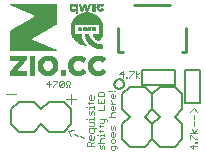
<source format=gto>
G75*
%MOIN*%
%OFA0B0*%
%FSLAX25Y25*%
%IPPOS*%
%LPD*%
%AMOC8*
5,1,8,0,0,1.08239X$1,22.5*
%
%ADD10C,0.00600*%
%ADD11C,0.00200*%
%ADD12C,0.00400*%
%ADD13C,0.01000*%
%ADD14C,0.00800*%
%ADD15R,0.00866X0.00079*%
%ADD16R,0.00787X0.00079*%
%ADD17R,0.00827X0.00079*%
%ADD18R,0.00984X0.00079*%
%ADD19R,0.01181X0.00079*%
%ADD20R,0.00748X0.00079*%
%ADD21R,0.01339X0.00079*%
%ADD22R,0.01260X0.00039*%
%ADD23R,0.00787X0.00039*%
%ADD24R,0.00827X0.00039*%
%ADD25R,0.00866X0.00039*%
%ADD26R,0.00748X0.00039*%
%ADD27R,0.01417X0.00039*%
%ADD28R,0.01378X0.00039*%
%ADD29R,0.01575X0.00039*%
%ADD30R,0.01457X0.00039*%
%ADD31R,0.00945X0.00039*%
%ADD32R,0.01654X0.00039*%
%ADD33R,0.02362X0.00039*%
%ADD34R,0.01732X0.00039*%
%ADD35R,0.02402X0.00039*%
%ADD36R,0.00984X0.00039*%
%ADD37R,0.00709X0.00039*%
%ADD38R,0.01850X0.00039*%
%ADD39R,0.02441X0.00039*%
%ADD40R,0.01024X0.00039*%
%ADD41R,0.01890X0.00039*%
%ADD42R,0.02480X0.00039*%
%ADD43R,0.01969X0.00039*%
%ADD44R,0.02520X0.00039*%
%ADD45R,0.02008X0.00039*%
%ADD46R,0.01063X0.00039*%
%ADD47R,0.02047X0.00039*%
%ADD48R,0.02559X0.00039*%
%ADD49R,0.01102X0.00039*%
%ADD50R,0.02126X0.00039*%
%ADD51R,0.02598X0.00039*%
%ADD52R,0.01142X0.00039*%
%ADD53R,0.02087X0.00039*%
%ADD54R,0.01220X0.00039*%
%ADD55R,0.01181X0.00039*%
%ADD56R,0.00551X0.00039*%
%ADD57R,0.00394X0.00039*%
%ADD58R,0.00906X0.00039*%
%ADD59R,0.00315X0.00039*%
%ADD60R,0.00197X0.00039*%
%ADD61R,0.00079X0.00039*%
%ADD62R,0.01299X0.00039*%
%ADD63R,0.01299X0.00079*%
%ADD64R,0.00709X0.00079*%
%ADD65R,0.00630X0.00079*%
%ADD66R,0.00669X0.00079*%
%ADD67R,0.01693X0.00079*%
%ADD68R,0.00630X0.00039*%
%ADD69R,0.01693X0.00039*%
%ADD70R,0.00669X0.00039*%
%ADD71R,0.00591X0.00039*%
%ADD72R,0.01339X0.00039*%
%ADD73R,0.00157X0.00039*%
%ADD74R,0.00276X0.00039*%
%ADD75R,0.02559X0.00079*%
%ADD76R,0.01142X0.00079*%
%ADD77R,0.01102X0.00079*%
%ADD78R,0.02126X0.00079*%
%ADD79R,0.02520X0.00079*%
%ADD80R,0.01063X0.00079*%
%ADD81R,0.01969X0.00079*%
%ADD82R,0.02480X0.00079*%
%ADD83R,0.01024X0.00079*%
%ADD84R,0.01890X0.00079*%
%ADD85R,0.02402X0.00079*%
%ADD86R,0.01732X0.00079*%
%ADD87R,0.02323X0.00039*%
%ADD88R,0.01535X0.00039*%
%ADD89R,0.00512X0.00039*%
%ADD90R,0.00512X0.00079*%
%ADD91R,0.01850X0.00079*%
%ADD92R,0.02638X0.00079*%
%ADD93R,0.02953X0.00039*%
%ADD94R,0.03189X0.00039*%
%ADD95R,0.03504X0.00039*%
%ADD96R,0.03661X0.00039*%
%ADD97R,0.03898X0.00039*%
%ADD98R,0.04055X0.00039*%
%ADD99R,0.04213X0.00039*%
%ADD100R,0.04449X0.00039*%
%ADD101R,0.04606X0.00039*%
%ADD102R,0.04843X0.00039*%
%ADD103R,0.04921X0.00039*%
%ADD104R,0.05118X0.00039*%
%ADD105R,0.05236X0.00039*%
%ADD106R,0.05315X0.00039*%
%ADD107R,0.05512X0.00039*%
%ADD108R,0.05630X0.00039*%
%ADD109R,0.05787X0.00039*%
%ADD110R,0.05945X0.00039*%
%ADD111R,0.06024X0.00039*%
%ADD112R,0.06181X0.00039*%
%ADD113R,0.06260X0.00039*%
%ADD114R,0.06339X0.00039*%
%ADD115R,0.06417X0.00039*%
%ADD116R,0.06575X0.00039*%
%ADD117R,0.06732X0.00039*%
%ADD118R,0.06811X0.00039*%
%ADD119R,0.06890X0.00039*%
%ADD120R,0.06969X0.00039*%
%ADD121R,0.07047X0.00039*%
%ADD122R,0.07126X0.00039*%
%ADD123R,0.07205X0.00039*%
%ADD124R,0.07362X0.00039*%
%ADD125R,0.07441X0.00039*%
%ADD126R,0.07520X0.00039*%
%ADD127R,0.07598X0.00039*%
%ADD128R,0.07677X0.00039*%
%ADD129R,0.07756X0.00039*%
%ADD130R,0.07795X0.00039*%
%ADD131R,0.07913X0.00039*%
%ADD132R,0.07992X0.00039*%
%ADD133R,0.08071X0.00039*%
%ADD134R,0.08150X0.00039*%
%ADD135R,0.08189X0.00039*%
%ADD136R,0.08268X0.00039*%
%ADD137R,0.08307X0.00039*%
%ADD138R,0.08386X0.00039*%
%ADD139R,0.08465X0.00039*%
%ADD140R,0.08543X0.00039*%
%ADD141R,0.08622X0.00039*%
%ADD142R,0.08701X0.00039*%
%ADD143R,0.08780X0.00039*%
%ADD144R,0.08819X0.00039*%
%ADD145R,0.08858X0.00039*%
%ADD146R,0.08937X0.00039*%
%ADD147R,0.09016X0.00039*%
%ADD148R,0.09055X0.00039*%
%ADD149R,0.09094X0.00039*%
%ADD150R,0.09173X0.00039*%
%ADD151R,0.09252X0.00039*%
%ADD152R,0.09331X0.00039*%
%ADD153R,0.09409X0.00039*%
%ADD154R,0.09488X0.00039*%
%ADD155R,0.09528X0.00039*%
%ADD156R,0.09567X0.00039*%
%ADD157R,0.09646X0.00039*%
%ADD158R,0.09724X0.00039*%
%ADD159R,0.09803X0.00039*%
%ADD160R,0.09882X0.00039*%
%ADD161R,0.09961X0.00039*%
%ADD162R,0.10000X0.00039*%
%ADD163R,0.10039X0.00039*%
%ADD164R,0.10079X0.00039*%
%ADD165R,0.10118X0.00039*%
%ADD166R,0.10157X0.00039*%
%ADD167R,0.10197X0.00039*%
%ADD168R,0.10236X0.00039*%
%ADD169R,0.10276X0.00039*%
%ADD170R,0.10354X0.00039*%
%ADD171R,0.10394X0.00039*%
%ADD172R,0.10433X0.00039*%
%ADD173R,0.10512X0.00039*%
%ADD174R,0.01496X0.00039*%
%ADD175R,0.03268X0.00039*%
%ADD176R,0.03465X0.00039*%
%ADD177R,0.03425X0.00039*%
%ADD178R,0.03228X0.00039*%
%ADD179R,0.03346X0.00039*%
%ADD180R,0.03150X0.00039*%
%ADD181R,0.03110X0.00039*%
%ADD182R,0.03031X0.00039*%
%ADD183R,0.02874X0.00039*%
%ADD184R,0.02835X0.00039*%
%ADD185R,0.03071X0.00039*%
%ADD186R,0.02756X0.00039*%
%ADD187R,0.02638X0.00039*%
%ADD188R,0.02992X0.00039*%
%ADD189R,0.01614X0.00039*%
%ADD190R,0.02244X0.00039*%
%ADD191R,0.02795X0.00039*%
%ADD192R,0.02717X0.00039*%
%ADD193R,0.02677X0.00039*%
%ADD194R,0.01772X0.00039*%
%ADD195R,0.01811X0.00039*%
%ADD196R,0.00472X0.00039*%
%ADD197R,0.02283X0.00039*%
%ADD198R,0.02205X0.00039*%
%ADD199R,0.02165X0.00039*%
%ADD200R,0.01929X0.00039*%
%ADD201R,0.03937X0.00039*%
%ADD202R,0.03858X0.00039*%
%ADD203R,0.03740X0.00039*%
%ADD204R,0.03701X0.00039*%
%ADD205R,0.03622X0.00039*%
%ADD206R,0.03386X0.00039*%
%ADD207C,0.00010*%
%ADD208C,0.00500*%
D10*
X0063919Y0024800D02*
X0063921Y0024879D01*
X0063927Y0024959D01*
X0063937Y0025038D01*
X0063951Y0025116D01*
X0063969Y0025193D01*
X0063990Y0025270D01*
X0064016Y0025345D01*
X0064045Y0025419D01*
X0064078Y0025491D01*
X0064115Y0025562D01*
X0064155Y0025630D01*
X0064198Y0025697D01*
X0064245Y0025761D01*
X0064295Y0025823D01*
X0064348Y0025882D01*
X0064403Y0025939D01*
X0064462Y0025992D01*
X0064523Y0026043D01*
X0064587Y0026091D01*
X0064653Y0026135D01*
X0064721Y0026176D01*
X0064791Y0026213D01*
X0064863Y0026247D01*
X0064937Y0026277D01*
X0065011Y0026304D01*
X0065088Y0026326D01*
X0065165Y0026345D01*
X0065243Y0026360D01*
X0065322Y0026371D01*
X0065401Y0026378D01*
X0065480Y0026381D01*
X0065560Y0026380D01*
X0065639Y0026375D01*
X0065718Y0026366D01*
X0065796Y0026353D01*
X0065874Y0026336D01*
X0065951Y0026315D01*
X0066026Y0026291D01*
X0066100Y0026263D01*
X0066173Y0026231D01*
X0066244Y0026195D01*
X0066313Y0026156D01*
X0066380Y0026113D01*
X0066445Y0026067D01*
X0066508Y0026018D01*
X0066568Y0025966D01*
X0066625Y0025911D01*
X0066679Y0025853D01*
X0066731Y0025792D01*
X0066779Y0025729D01*
X0066824Y0025664D01*
X0066866Y0025596D01*
X0066904Y0025527D01*
X0066939Y0025455D01*
X0066970Y0025382D01*
X0066997Y0025307D01*
X0067021Y0025232D01*
X0067041Y0025155D01*
X0067057Y0025077D01*
X0067069Y0024998D01*
X0067077Y0024919D01*
X0067081Y0024840D01*
X0067081Y0024760D01*
X0067077Y0024681D01*
X0067069Y0024602D01*
X0067057Y0024523D01*
X0067041Y0024445D01*
X0067021Y0024368D01*
X0066997Y0024293D01*
X0066970Y0024218D01*
X0066939Y0024145D01*
X0066904Y0024073D01*
X0066866Y0024004D01*
X0066824Y0023936D01*
X0066779Y0023871D01*
X0066731Y0023808D01*
X0066679Y0023747D01*
X0066625Y0023689D01*
X0066568Y0023634D01*
X0066508Y0023582D01*
X0066445Y0023533D01*
X0066380Y0023487D01*
X0066313Y0023444D01*
X0066244Y0023405D01*
X0066173Y0023369D01*
X0066100Y0023337D01*
X0066026Y0023309D01*
X0065951Y0023285D01*
X0065874Y0023264D01*
X0065796Y0023247D01*
X0065718Y0023234D01*
X0065639Y0023225D01*
X0065560Y0023220D01*
X0065480Y0023219D01*
X0065401Y0023222D01*
X0065322Y0023229D01*
X0065243Y0023240D01*
X0065165Y0023255D01*
X0065088Y0023274D01*
X0065011Y0023296D01*
X0064937Y0023323D01*
X0064863Y0023353D01*
X0064791Y0023387D01*
X0064721Y0023424D01*
X0064653Y0023465D01*
X0064587Y0023509D01*
X0064523Y0023557D01*
X0064462Y0023608D01*
X0064403Y0023661D01*
X0064348Y0023718D01*
X0064295Y0023777D01*
X0064245Y0023839D01*
X0064198Y0023903D01*
X0064155Y0023970D01*
X0064115Y0024038D01*
X0064078Y0024109D01*
X0064045Y0024181D01*
X0064016Y0024255D01*
X0063990Y0024330D01*
X0063969Y0024407D01*
X0063951Y0024484D01*
X0063937Y0024562D01*
X0063927Y0024641D01*
X0063921Y0024721D01*
X0063919Y0024800D01*
D11*
X0066701Y0026900D02*
X0066701Y0029102D01*
X0065600Y0028001D01*
X0067068Y0028001D01*
X0067810Y0027267D02*
X0068177Y0027267D01*
X0068177Y0026900D01*
X0067810Y0026900D01*
X0067810Y0027267D01*
X0068915Y0027267D02*
X0068915Y0026900D01*
X0068915Y0027267D02*
X0070383Y0028735D01*
X0070383Y0029102D01*
X0068915Y0029102D01*
X0071125Y0029102D02*
X0071125Y0026900D01*
X0071125Y0027634D02*
X0072226Y0028368D01*
X0071125Y0027634D02*
X0072226Y0026900D01*
X0064200Y0022292D02*
X0063833Y0022292D01*
X0063099Y0022292D02*
X0061631Y0022292D01*
X0060600Y0021735D02*
X0060233Y0022102D01*
X0058765Y0022102D01*
X0058398Y0021735D01*
X0058398Y0020635D01*
X0060600Y0020635D01*
X0060600Y0021735D01*
X0062732Y0021183D02*
X0062732Y0020449D01*
X0063099Y0020082D01*
X0063833Y0020082D01*
X0064200Y0020449D01*
X0064200Y0021183D01*
X0063466Y0021550D02*
X0063466Y0020082D01*
X0062732Y0019341D02*
X0062732Y0018974D01*
X0063466Y0018241D01*
X0064200Y0018241D02*
X0062732Y0018241D01*
X0063099Y0017499D02*
X0063466Y0017499D01*
X0063466Y0016031D01*
X0063099Y0016031D02*
X0062732Y0016398D01*
X0062732Y0017132D01*
X0063099Y0017499D01*
X0064200Y0017132D02*
X0064200Y0016398D01*
X0063833Y0016031D01*
X0063099Y0016031D01*
X0063099Y0015289D02*
X0064200Y0015289D01*
X0063099Y0015289D02*
X0062732Y0014922D01*
X0062732Y0014188D01*
X0063099Y0013821D01*
X0061998Y0013821D02*
X0064200Y0013821D01*
X0061334Y0012896D02*
X0061334Y0012529D01*
X0061334Y0012896D02*
X0060967Y0013263D01*
X0059132Y0013263D01*
X0059132Y0011795D02*
X0060233Y0011795D01*
X0060600Y0012162D01*
X0060600Y0013263D01*
X0060600Y0011056D02*
X0060233Y0010689D01*
X0058765Y0010689D01*
X0059132Y0010322D02*
X0059132Y0011056D01*
X0059132Y0009582D02*
X0059132Y0008849D01*
X0058765Y0009215D02*
X0060233Y0009215D01*
X0060600Y0009582D01*
X0062732Y0009768D02*
X0062732Y0010869D01*
X0063466Y0010502D02*
X0063466Y0009768D01*
X0063099Y0009401D01*
X0062732Y0009768D01*
X0063466Y0010502D02*
X0063833Y0010869D01*
X0064200Y0010502D01*
X0064200Y0009401D01*
X0063466Y0008659D02*
X0063466Y0007191D01*
X0063099Y0007191D02*
X0062732Y0007558D01*
X0062732Y0008292D01*
X0063099Y0008659D01*
X0063466Y0008659D01*
X0064200Y0008292D02*
X0064200Y0007558D01*
X0063833Y0007191D01*
X0063099Y0007191D01*
X0063099Y0006449D02*
X0062732Y0006082D01*
X0062732Y0005348D01*
X0063099Y0004981D01*
X0063833Y0004981D01*
X0064200Y0005348D01*
X0064200Y0006082D01*
X0063833Y0006449D01*
X0063099Y0006449D01*
X0060600Y0006633D02*
X0059499Y0006633D01*
X0059132Y0006266D01*
X0059132Y0005532D01*
X0059499Y0005165D01*
X0058398Y0005165D02*
X0060600Y0005165D01*
X0060233Y0004423D02*
X0059866Y0004056D01*
X0059866Y0003322D01*
X0059499Y0002955D01*
X0059132Y0003322D01*
X0059132Y0004423D01*
X0060233Y0004423D02*
X0060600Y0004056D01*
X0060600Y0002955D01*
X0062732Y0003138D02*
X0062732Y0004239D01*
X0064567Y0004239D01*
X0064934Y0003872D01*
X0064934Y0003505D01*
X0064200Y0003138D02*
X0064200Y0004239D01*
X0064200Y0003138D02*
X0063833Y0002771D01*
X0063099Y0002771D01*
X0062732Y0003138D01*
X0057000Y0004060D02*
X0054798Y0004060D01*
X0054798Y0005161D01*
X0055165Y0005528D01*
X0055899Y0005528D01*
X0056266Y0005161D01*
X0056266Y0004060D01*
X0056266Y0004794D02*
X0057000Y0005528D01*
X0056633Y0006270D02*
X0055899Y0006270D01*
X0055532Y0006637D01*
X0055532Y0007371D01*
X0055899Y0007738D01*
X0056266Y0007738D01*
X0056266Y0006270D01*
X0056633Y0006270D02*
X0057000Y0006637D01*
X0057000Y0007371D01*
X0058031Y0007742D02*
X0058398Y0007742D01*
X0059132Y0007742D02*
X0060600Y0007742D01*
X0060600Y0007375D02*
X0060600Y0008109D01*
X0059132Y0007742D02*
X0059132Y0007375D01*
X0057000Y0008847D02*
X0057000Y0009948D01*
X0057734Y0009948D02*
X0055532Y0009948D01*
X0055532Y0008847D01*
X0055899Y0008480D01*
X0056633Y0008480D01*
X0057000Y0008847D01*
X0056633Y0010690D02*
X0055532Y0010690D01*
X0056633Y0010690D02*
X0057000Y0011057D01*
X0057000Y0012158D01*
X0055532Y0012158D01*
X0055532Y0012900D02*
X0055532Y0013267D01*
X0057000Y0013267D01*
X0057000Y0012900D02*
X0057000Y0013634D01*
X0057000Y0014373D02*
X0057000Y0015474D01*
X0056633Y0015841D01*
X0056266Y0015474D01*
X0056266Y0014740D01*
X0055899Y0014373D01*
X0055532Y0014740D01*
X0055532Y0015841D01*
X0055532Y0016583D02*
X0055532Y0016950D01*
X0057000Y0016950D01*
X0057000Y0016583D02*
X0057000Y0017317D01*
X0055532Y0018056D02*
X0055532Y0018790D01*
X0055165Y0018423D02*
X0056633Y0018423D01*
X0057000Y0018790D01*
X0056633Y0019530D02*
X0055899Y0019530D01*
X0055532Y0019897D01*
X0055532Y0020631D01*
X0055899Y0020998D01*
X0056266Y0020998D01*
X0056266Y0019530D01*
X0056633Y0019530D02*
X0057000Y0019897D01*
X0057000Y0020631D01*
X0058398Y0019893D02*
X0058398Y0018425D01*
X0060600Y0018425D01*
X0060600Y0019893D01*
X0059499Y0019159D02*
X0059499Y0018425D01*
X0060600Y0017683D02*
X0060600Y0016215D01*
X0058398Y0016215D01*
X0054798Y0016950D02*
X0054431Y0016950D01*
X0054431Y0013267D02*
X0054798Y0013267D01*
X0050391Y0009543D02*
X0048594Y0009175D01*
X0049451Y0007552D01*
X0050592Y0008230D02*
X0051919Y0007603D01*
X0052590Y0007286D02*
X0053917Y0006659D01*
X0062732Y0021183D02*
X0063099Y0021550D01*
X0063466Y0021550D01*
X0049278Y0023700D02*
X0048911Y0023700D01*
X0048911Y0024434D01*
X0049278Y0024801D01*
X0049278Y0025535D01*
X0048911Y0025902D01*
X0048177Y0025902D01*
X0047810Y0025535D01*
X0047810Y0024801D01*
X0048177Y0024434D01*
X0048177Y0023700D01*
X0047810Y0023700D01*
X0047068Y0024067D02*
X0046701Y0023700D01*
X0045967Y0023700D01*
X0045600Y0024067D01*
X0047068Y0025535D01*
X0047068Y0024067D01*
X0045600Y0024067D02*
X0045600Y0025535D01*
X0045967Y0025902D01*
X0046701Y0025902D01*
X0047068Y0025535D01*
X0044858Y0025535D02*
X0043390Y0024067D01*
X0043390Y0023700D01*
X0042281Y0023700D02*
X0042281Y0025902D01*
X0041180Y0024801D01*
X0042648Y0024801D01*
X0043390Y0025902D02*
X0044858Y0025902D01*
X0044858Y0025535D01*
X0089198Y0015320D02*
X0090299Y0016788D01*
X0091400Y0015320D01*
X0090299Y0014578D02*
X0090299Y0013110D01*
X0090299Y0012368D02*
X0090299Y0010900D01*
X0089832Y0009659D02*
X0090566Y0008558D01*
X0091300Y0009659D01*
X0091300Y0008558D02*
X0089098Y0008558D01*
X0089098Y0007816D02*
X0089465Y0007816D01*
X0090933Y0006349D01*
X0091300Y0006349D01*
X0091300Y0005611D02*
X0091300Y0005244D01*
X0090933Y0005244D01*
X0090933Y0005611D01*
X0091300Y0005611D01*
X0090199Y0004502D02*
X0090199Y0003034D01*
X0089098Y0004135D01*
X0091300Y0004135D01*
X0089098Y0006349D02*
X0089098Y0007816D01*
D12*
X0051091Y0019802D02*
X0047622Y0019802D01*
X0049357Y0021537D02*
X0049357Y0018067D01*
X0031091Y0021302D02*
X0027622Y0021302D01*
D13*
X0065189Y0035367D02*
X0066657Y0035367D01*
X0065189Y0035367D02*
X0065189Y0043331D01*
X0070594Y0051099D02*
X0082406Y0051099D01*
X0087811Y0043331D02*
X0087811Y0035367D01*
X0086343Y0035367D01*
D14*
X0029500Y0016300D02*
X0029500Y0011300D01*
X0032000Y0008800D01*
X0037000Y0008800D01*
X0039500Y0011300D01*
X0042000Y0008800D01*
X0047000Y0008800D01*
X0049500Y0011300D01*
X0049500Y0016300D01*
X0047000Y0018800D01*
X0042000Y0018800D01*
X0039500Y0016300D01*
X0037000Y0018800D01*
X0032000Y0018800D01*
X0029500Y0016300D01*
X0066500Y0016300D02*
X0066500Y0021300D01*
X0069000Y0023800D01*
X0074000Y0023800D01*
X0076500Y0021300D01*
X0076500Y0016300D01*
X0079000Y0013800D01*
X0076500Y0011300D01*
X0076500Y0006300D01*
X0079000Y0003800D01*
X0084000Y0003800D01*
X0086500Y0006300D01*
X0086500Y0011300D01*
X0084000Y0013800D01*
X0086500Y0016300D01*
X0086500Y0021300D01*
X0084000Y0023800D01*
X0079000Y0023800D01*
X0076500Y0021300D01*
X0076500Y0016300D01*
X0074000Y0013800D01*
X0076500Y0011300D01*
X0076500Y0006300D01*
X0074000Y0003800D01*
X0069000Y0003800D01*
X0066500Y0006300D01*
X0066500Y0011300D01*
X0069000Y0013800D01*
X0066500Y0016300D01*
D15*
X0051350Y0050335D03*
X0050209Y0051241D03*
X0054028Y0051162D03*
D16*
X0054028Y0051241D03*
X0055720Y0051241D03*
X0056626Y0051162D03*
X0056626Y0050335D03*
X0056626Y0050257D03*
X0056626Y0050178D03*
X0056626Y0049430D03*
X0056626Y0049351D03*
X0056626Y0049272D03*
X0056626Y0049194D03*
X0058476Y0050257D03*
X0052335Y0051162D03*
X0052335Y0051241D03*
X0051390Y0051241D03*
X0051390Y0051162D03*
X0051390Y0050178D03*
X0049500Y0050257D03*
X0049461Y0050178D03*
X0051390Y0048446D03*
X0051390Y0048367D03*
X0051390Y0048288D03*
X0051390Y0048209D03*
D17*
X0051370Y0050257D03*
X0049520Y0050335D03*
X0056606Y0051241D03*
X0057591Y0051241D03*
X0057591Y0051162D03*
X0057591Y0050335D03*
X0057591Y0050257D03*
X0058496Y0050335D03*
X0057591Y0049430D03*
X0057591Y0049351D03*
X0057591Y0049272D03*
X0057591Y0049194D03*
D18*
X0059283Y0051241D03*
X0054874Y0049194D03*
D19*
X0050169Y0051162D03*
D20*
X0052630Y0050335D03*
X0052630Y0050257D03*
X0052669Y0050178D03*
X0055701Y0051162D03*
D21*
X0059303Y0051162D03*
D22*
X0054894Y0049607D03*
X0054894Y0049568D03*
X0054894Y0049528D03*
X0054028Y0050394D03*
X0054028Y0050434D03*
X0054028Y0050473D03*
X0053161Y0049607D03*
X0053161Y0049568D03*
X0050169Y0051103D03*
X0050209Y0044292D03*
X0050209Y0044253D03*
X0050209Y0044213D03*
X0050209Y0041497D03*
X0050209Y0041418D03*
X0050209Y0041339D03*
D23*
X0051390Y0048072D03*
X0051390Y0048111D03*
X0051390Y0048150D03*
X0051390Y0048465D03*
X0051390Y0048505D03*
X0051390Y0048544D03*
X0051390Y0048583D03*
X0051390Y0048623D03*
X0051390Y0048662D03*
X0051390Y0048702D03*
X0051390Y0048741D03*
X0051390Y0048780D03*
X0051390Y0048820D03*
X0051390Y0048859D03*
X0051390Y0048898D03*
X0051390Y0048938D03*
X0051390Y0048977D03*
X0051390Y0049017D03*
X0053161Y0048938D03*
X0053161Y0048898D03*
X0054854Y0048898D03*
X0056626Y0048938D03*
X0056626Y0048977D03*
X0056626Y0049017D03*
X0056626Y0049056D03*
X0056626Y0049095D03*
X0056626Y0049135D03*
X0056626Y0049489D03*
X0056626Y0049528D03*
X0056626Y0049568D03*
X0056626Y0049607D03*
X0056626Y0049646D03*
X0056626Y0049686D03*
X0056626Y0049725D03*
X0056626Y0049765D03*
X0056626Y0049804D03*
X0056626Y0049843D03*
X0056626Y0049883D03*
X0056626Y0049922D03*
X0056626Y0049961D03*
X0056626Y0050001D03*
X0056626Y0050040D03*
X0056626Y0050080D03*
X0056626Y0050119D03*
X0056626Y0050355D03*
X0056626Y0050394D03*
X0056626Y0050434D03*
X0056626Y0050473D03*
X0056626Y0050513D03*
X0056626Y0050552D03*
X0056626Y0050591D03*
X0056626Y0050631D03*
X0056626Y0050670D03*
X0056626Y0050709D03*
X0056626Y0050749D03*
X0056626Y0050788D03*
X0056626Y0050828D03*
X0056626Y0050867D03*
X0056626Y0050906D03*
X0056626Y0050946D03*
X0056626Y0050985D03*
X0056626Y0051024D03*
X0056626Y0051064D03*
X0056626Y0051103D03*
X0058476Y0049922D03*
X0058476Y0049883D03*
X0059815Y0050631D03*
X0057571Y0048898D03*
X0052453Y0050788D03*
X0052453Y0050828D03*
X0052453Y0050867D03*
X0052413Y0050906D03*
X0052413Y0050946D03*
X0052374Y0051024D03*
X0052374Y0051064D03*
X0051390Y0051064D03*
X0051390Y0051103D03*
X0051390Y0050119D03*
X0051390Y0050080D03*
X0051390Y0050040D03*
X0051390Y0050001D03*
X0051390Y0049961D03*
X0051390Y0049922D03*
X0049500Y0049922D03*
X0049500Y0049883D03*
X0049500Y0049843D03*
X0049461Y0049961D03*
X0049461Y0050001D03*
X0049461Y0050040D03*
X0049461Y0050080D03*
X0049461Y0050119D03*
D24*
X0049520Y0050355D03*
X0049520Y0049804D03*
X0049520Y0049765D03*
X0049559Y0049686D03*
X0051370Y0049843D03*
X0051370Y0049883D03*
X0051370Y0049056D03*
X0051370Y0051024D03*
X0052354Y0051103D03*
X0052394Y0050985D03*
X0054874Y0048977D03*
X0054874Y0048938D03*
X0057591Y0048938D03*
X0057591Y0048977D03*
X0057591Y0049017D03*
X0057591Y0049056D03*
X0057591Y0049095D03*
X0057591Y0049135D03*
X0057591Y0049489D03*
X0057591Y0049528D03*
X0057591Y0049568D03*
X0057591Y0049607D03*
X0057591Y0049646D03*
X0057591Y0049686D03*
X0057591Y0049725D03*
X0057591Y0049765D03*
X0057591Y0049804D03*
X0057591Y0049843D03*
X0057591Y0049883D03*
X0057591Y0050355D03*
X0057591Y0050394D03*
X0057591Y0050434D03*
X0057591Y0050473D03*
X0057591Y0050513D03*
X0057591Y0050552D03*
X0057591Y0050591D03*
X0057591Y0050631D03*
X0057591Y0050670D03*
X0057591Y0050709D03*
X0057591Y0050749D03*
X0057591Y0050788D03*
X0057591Y0050828D03*
X0057591Y0050867D03*
X0057591Y0050906D03*
X0057591Y0050946D03*
X0057591Y0050985D03*
X0057591Y0051024D03*
X0057591Y0051064D03*
X0057591Y0051103D03*
X0058496Y0050355D03*
X0058496Y0049843D03*
X0058496Y0049804D03*
D25*
X0058516Y0049765D03*
X0058516Y0049725D03*
X0058516Y0050394D03*
X0058516Y0050434D03*
X0057610Y0049922D03*
X0054028Y0051064D03*
X0054028Y0051103D03*
X0051350Y0050355D03*
X0051350Y0049804D03*
X0051350Y0049765D03*
X0051350Y0049725D03*
X0049618Y0049568D03*
X0049579Y0049646D03*
X0049539Y0049725D03*
X0049539Y0050394D03*
X0049579Y0050473D03*
X0053161Y0049056D03*
X0053161Y0049017D03*
X0053161Y0048977D03*
D26*
X0052748Y0049922D03*
X0052748Y0049961D03*
X0052709Y0050001D03*
X0052709Y0050040D03*
X0052669Y0050119D03*
X0052591Y0050394D03*
X0052551Y0050473D03*
X0052551Y0050513D03*
X0052551Y0050552D03*
X0052512Y0050591D03*
X0052512Y0050631D03*
X0052512Y0050670D03*
X0052472Y0050709D03*
X0052472Y0050749D03*
X0055504Y0050552D03*
X0055504Y0050513D03*
X0055543Y0050631D03*
X0055583Y0050749D03*
X0055583Y0050788D03*
X0055622Y0050867D03*
X0055622Y0050906D03*
X0055661Y0050985D03*
X0055661Y0051024D03*
X0055701Y0051064D03*
X0055701Y0051103D03*
X0056646Y0048898D03*
X0059323Y0048938D03*
X0051370Y0048032D03*
X0054165Y0037481D03*
D27*
X0053673Y0037678D03*
X0054776Y0041182D03*
X0059500Y0041576D03*
X0059500Y0041654D03*
X0059500Y0041694D03*
X0059500Y0043938D03*
X0059500Y0043977D03*
X0059500Y0044017D03*
X0059500Y0044056D03*
X0059500Y0044095D03*
X0059500Y0044135D03*
X0059500Y0044174D03*
X0059461Y0044253D03*
X0059461Y0044292D03*
X0059461Y0044331D03*
X0059421Y0044371D03*
X0050130Y0043465D03*
X0050130Y0043387D03*
X0050130Y0043308D03*
X0050130Y0043229D03*
X0050130Y0043150D03*
X0050130Y0042560D03*
X0050130Y0042481D03*
X0050130Y0042402D03*
X0050130Y0042324D03*
X0059303Y0051103D03*
D28*
X0054913Y0049725D03*
X0053142Y0049765D03*
X0053142Y0049804D03*
X0050189Y0049056D03*
X0050189Y0051064D03*
X0059480Y0044213D03*
X0059480Y0041497D03*
X0059480Y0041418D03*
X0059441Y0041261D03*
X0058457Y0039450D03*
X0050150Y0041851D03*
X0050150Y0041930D03*
X0050150Y0042009D03*
X0050150Y0042087D03*
X0050150Y0042166D03*
X0050150Y0042245D03*
X0050150Y0043544D03*
X0050150Y0043623D03*
X0050150Y0043702D03*
X0050150Y0043741D03*
X0050150Y0043820D03*
D29*
X0054933Y0040434D03*
X0054972Y0040276D03*
X0055012Y0040198D03*
X0055051Y0040119D03*
X0058437Y0039528D03*
X0059579Y0042678D03*
X0059579Y0042757D03*
X0059579Y0042835D03*
X0059579Y0042914D03*
X0059579Y0042993D03*
X0059579Y0043072D03*
X0059303Y0051064D03*
D30*
X0050189Y0051024D03*
X0059520Y0043898D03*
X0059520Y0043820D03*
X0059520Y0041851D03*
X0059520Y0041772D03*
X0050110Y0042639D03*
X0050110Y0042678D03*
X0050110Y0042757D03*
X0050110Y0042835D03*
X0050110Y0042914D03*
X0050110Y0042993D03*
X0050110Y0043072D03*
D31*
X0052413Y0043308D03*
X0058516Y0039213D03*
X0050209Y0048898D03*
X0049657Y0049528D03*
X0051311Y0049646D03*
X0051311Y0050434D03*
X0051311Y0050473D03*
X0049618Y0050552D03*
X0054028Y0050985D03*
X0054028Y0051024D03*
X0054854Y0049135D03*
X0058594Y0049607D03*
X0058594Y0050552D03*
X0058634Y0050591D03*
D32*
X0059303Y0051024D03*
X0059303Y0049135D03*
X0053437Y0037835D03*
D33*
X0052571Y0038623D03*
X0058358Y0039961D03*
X0050602Y0049135D03*
X0050602Y0050985D03*
D34*
X0059303Y0050985D03*
X0058398Y0039607D03*
X0055484Y0039292D03*
X0055406Y0039371D03*
X0055406Y0039450D03*
X0053319Y0037914D03*
D35*
X0052512Y0038662D03*
X0050583Y0050946D03*
D36*
X0051291Y0050513D03*
X0049677Y0050591D03*
X0049677Y0049489D03*
X0051291Y0049568D03*
X0051291Y0049607D03*
X0053142Y0049135D03*
X0054047Y0050946D03*
X0058654Y0049568D03*
X0054008Y0037560D03*
D37*
X0050209Y0048859D03*
X0052768Y0049843D03*
X0052768Y0049883D03*
X0052689Y0050080D03*
X0052610Y0050355D03*
X0052571Y0050434D03*
X0055248Y0049765D03*
X0055366Y0050119D03*
X0055445Y0050355D03*
X0055445Y0050394D03*
X0055484Y0050434D03*
X0055484Y0050473D03*
X0055524Y0050591D03*
X0055563Y0050670D03*
X0055563Y0050709D03*
X0055602Y0050828D03*
X0055642Y0050946D03*
D38*
X0059283Y0050946D03*
X0058417Y0039646D03*
X0055701Y0038977D03*
D39*
X0056587Y0038150D03*
X0058358Y0040040D03*
X0052453Y0038741D03*
X0050563Y0050906D03*
D40*
X0051272Y0050552D03*
X0050209Y0048938D03*
X0054028Y0050828D03*
X0054028Y0050867D03*
X0054028Y0050906D03*
X0059303Y0048977D03*
X0057177Y0043308D03*
X0057177Y0042324D03*
X0054028Y0043308D03*
X0052413Y0042402D03*
X0052413Y0042324D03*
D41*
X0055760Y0038898D03*
X0053201Y0037993D03*
X0059303Y0050906D03*
D42*
X0050543Y0050867D03*
X0058654Y0036694D03*
D43*
X0055917Y0038741D03*
X0055839Y0038820D03*
X0058398Y0039725D03*
X0059303Y0050867D03*
D44*
X0050524Y0050828D03*
X0050524Y0050788D03*
X0052374Y0038820D03*
X0056705Y0038072D03*
D45*
X0055976Y0038662D03*
X0059283Y0050828D03*
D46*
X0054047Y0050788D03*
X0051252Y0049528D03*
X0052394Y0043229D03*
X0052394Y0043150D03*
X0052394Y0043072D03*
X0052394Y0042993D03*
X0052394Y0042914D03*
X0052394Y0042835D03*
X0052394Y0042757D03*
X0052394Y0042678D03*
X0052394Y0042639D03*
X0052394Y0042560D03*
X0052394Y0042481D03*
X0054008Y0042481D03*
X0054008Y0042402D03*
X0054008Y0042324D03*
X0054008Y0042560D03*
X0054008Y0042639D03*
X0054008Y0042678D03*
X0054008Y0042757D03*
X0054008Y0042835D03*
X0054008Y0042914D03*
X0054008Y0042993D03*
X0054008Y0043072D03*
X0054008Y0043150D03*
X0054008Y0043229D03*
X0055622Y0043308D03*
X0057197Y0042402D03*
D47*
X0053043Y0038150D03*
X0058870Y0036576D03*
X0059303Y0050788D03*
D48*
X0050504Y0050749D03*
X0050504Y0050709D03*
X0058339Y0040119D03*
X0052315Y0038898D03*
D49*
X0055602Y0042324D03*
X0055602Y0042402D03*
X0055602Y0042481D03*
X0055602Y0042560D03*
X0055602Y0042639D03*
X0055602Y0042678D03*
X0055602Y0042757D03*
X0055602Y0042835D03*
X0055602Y0042914D03*
X0055602Y0042993D03*
X0055602Y0043072D03*
X0055602Y0043150D03*
X0055602Y0043229D03*
X0057177Y0043229D03*
X0057177Y0043150D03*
X0057177Y0043072D03*
X0057177Y0042993D03*
X0057177Y0042914D03*
X0057177Y0042835D03*
X0057177Y0042757D03*
X0057177Y0042678D03*
X0057177Y0042639D03*
X0057177Y0042560D03*
X0057177Y0042481D03*
X0051232Y0049489D03*
X0051232Y0050591D03*
X0049736Y0050631D03*
X0054028Y0050709D03*
X0054028Y0050749D03*
X0058713Y0050631D03*
D50*
X0059264Y0050709D03*
X0059303Y0050749D03*
X0059224Y0049528D03*
X0059264Y0049489D03*
X0056154Y0038544D03*
X0056232Y0038465D03*
X0052925Y0038229D03*
D51*
X0052256Y0038977D03*
X0052217Y0039056D03*
X0050484Y0050670D03*
D52*
X0050189Y0048977D03*
X0054047Y0050631D03*
X0054047Y0050670D03*
X0058496Y0039292D03*
D53*
X0058378Y0039804D03*
X0056055Y0038623D03*
X0059244Y0050670D03*
D54*
X0054047Y0050552D03*
X0054047Y0050513D03*
X0053142Y0049528D03*
X0053142Y0049489D03*
X0051173Y0050631D03*
X0053850Y0037639D03*
D55*
X0059303Y0036339D03*
X0059303Y0049017D03*
X0054894Y0049489D03*
X0054028Y0050591D03*
D56*
X0059854Y0050591D03*
X0059894Y0049607D03*
X0054303Y0037402D03*
D57*
X0050209Y0048820D03*
X0059894Y0049646D03*
X0059854Y0050552D03*
D58*
X0058575Y0050513D03*
X0058535Y0050473D03*
X0058535Y0049686D03*
X0058575Y0049646D03*
X0054874Y0049095D03*
X0054874Y0049056D03*
X0054874Y0049017D03*
X0053142Y0049095D03*
X0051331Y0049686D03*
X0051331Y0050394D03*
X0049598Y0050513D03*
X0049559Y0050434D03*
X0049598Y0049607D03*
D59*
X0059854Y0050513D03*
D60*
X0059835Y0050473D03*
D61*
X0059854Y0050434D03*
D62*
X0054913Y0049646D03*
X0054047Y0050355D03*
X0053142Y0049686D03*
X0053142Y0049646D03*
X0050189Y0049017D03*
X0050228Y0044331D03*
X0050189Y0044174D03*
X0050189Y0044135D03*
X0050189Y0044095D03*
X0050189Y0041654D03*
X0050189Y0041576D03*
X0050268Y0041261D03*
D63*
X0054047Y0050335D03*
D64*
X0055366Y0050178D03*
X0055406Y0050257D03*
X0055445Y0050335D03*
D65*
X0053673Y0050257D03*
D66*
X0053654Y0050178D03*
X0054402Y0050178D03*
X0054402Y0050257D03*
D67*
X0058024Y0050178D03*
D68*
X0059894Y0049568D03*
X0055287Y0049883D03*
X0054461Y0050001D03*
X0054421Y0050080D03*
X0054421Y0050119D03*
X0053634Y0050119D03*
X0053594Y0050040D03*
X0053555Y0049922D03*
D69*
X0058024Y0049961D03*
X0058024Y0050001D03*
X0058024Y0050040D03*
X0058024Y0050080D03*
X0058024Y0050119D03*
X0055228Y0039725D03*
X0055268Y0039646D03*
X0055307Y0039607D03*
X0055346Y0039528D03*
X0059047Y0036418D03*
D70*
X0058575Y0039135D03*
X0055268Y0049804D03*
X0055268Y0049843D03*
X0055307Y0049922D03*
X0055307Y0049961D03*
X0055346Y0050001D03*
X0055346Y0050040D03*
X0055346Y0050080D03*
X0054520Y0049843D03*
X0054520Y0049804D03*
X0054520Y0049765D03*
X0054480Y0049883D03*
X0054480Y0049922D03*
X0054480Y0049961D03*
X0054441Y0050040D03*
X0053614Y0050080D03*
X0053535Y0049883D03*
X0053535Y0049843D03*
D71*
X0053575Y0049961D03*
X0053575Y0050001D03*
D72*
X0053122Y0049725D03*
X0054894Y0049686D03*
X0059303Y0049056D03*
X0050248Y0044371D03*
X0050169Y0044056D03*
X0050169Y0044017D03*
X0050169Y0043977D03*
X0050169Y0043938D03*
X0050169Y0043898D03*
X0050169Y0041772D03*
X0050169Y0041694D03*
X0058476Y0039371D03*
X0059461Y0041339D03*
D73*
X0058673Y0038977D03*
X0059500Y0037757D03*
X0059854Y0049725D03*
D74*
X0059874Y0049686D03*
D75*
X0050504Y0049430D03*
D76*
X0053142Y0049430D03*
D77*
X0053161Y0049351D03*
X0054894Y0049430D03*
D78*
X0059303Y0049430D03*
D79*
X0050524Y0049351D03*
D80*
X0053142Y0049272D03*
X0054874Y0049351D03*
D81*
X0059303Y0049351D03*
D82*
X0050543Y0049272D03*
D83*
X0053161Y0049194D03*
X0054894Y0049272D03*
D84*
X0059303Y0049272D03*
D85*
X0050583Y0049194D03*
D86*
X0059303Y0049194D03*
D87*
X0050622Y0049095D03*
X0056488Y0038229D03*
D88*
X0053535Y0037757D03*
X0054953Y0040355D03*
X0054913Y0040513D03*
X0054913Y0040591D03*
X0054874Y0040670D03*
X0054835Y0040709D03*
X0054835Y0040788D03*
X0054835Y0040867D03*
X0059559Y0042245D03*
X0059559Y0042324D03*
X0059559Y0042402D03*
X0059559Y0042481D03*
X0059559Y0042560D03*
X0059559Y0042639D03*
X0059559Y0043150D03*
X0059559Y0043229D03*
X0059559Y0043308D03*
X0059559Y0043387D03*
X0059559Y0043465D03*
X0059323Y0049095D03*
D89*
X0059283Y0048898D03*
D90*
X0054874Y0048367D03*
D91*
X0054874Y0048288D03*
D92*
X0054874Y0048209D03*
D93*
X0054874Y0048150D03*
X0058339Y0040513D03*
X0058417Y0036930D03*
X0051724Y0039883D03*
D94*
X0051409Y0040709D03*
X0051370Y0040867D03*
X0058339Y0040788D03*
X0058339Y0040709D03*
X0054874Y0048111D03*
D95*
X0054874Y0048072D03*
D96*
X0054874Y0048032D03*
D97*
X0054874Y0047993D03*
D98*
X0054874Y0047954D03*
X0057866Y0037678D03*
D99*
X0054874Y0047914D03*
D100*
X0054874Y0047875D03*
D101*
X0054874Y0047835D03*
D102*
X0054874Y0047796D03*
D103*
X0054874Y0047757D03*
D104*
X0054854Y0047717D03*
D105*
X0054874Y0047678D03*
D106*
X0054874Y0047639D03*
D107*
X0054894Y0047599D03*
D108*
X0054874Y0047560D03*
D109*
X0054874Y0047520D03*
D110*
X0054874Y0047481D03*
D111*
X0054874Y0047442D03*
D112*
X0054874Y0047402D03*
D113*
X0054874Y0047363D03*
D114*
X0054874Y0047324D03*
D115*
X0054874Y0047284D03*
D116*
X0054874Y0047245D03*
D117*
X0054874Y0047206D03*
D118*
X0054874Y0047166D03*
D119*
X0054874Y0047127D03*
D120*
X0054874Y0047087D03*
D121*
X0054874Y0047048D03*
D122*
X0054874Y0047009D03*
D123*
X0054874Y0046969D03*
D124*
X0054874Y0046930D03*
D125*
X0054874Y0046891D03*
D126*
X0054874Y0046851D03*
D127*
X0054874Y0046812D03*
D128*
X0054874Y0046772D03*
D129*
X0054874Y0046733D03*
D130*
X0054894Y0046694D03*
D131*
X0054874Y0046654D03*
D132*
X0054874Y0046615D03*
D133*
X0054874Y0046576D03*
D134*
X0054874Y0046536D03*
D135*
X0054854Y0046497D03*
D136*
X0054854Y0046457D03*
D137*
X0054874Y0046418D03*
D138*
X0054874Y0046379D03*
D139*
X0054874Y0046339D03*
D140*
X0054874Y0046300D03*
D141*
X0054874Y0046261D03*
D142*
X0054874Y0046221D03*
X0054874Y0046182D03*
D143*
X0054874Y0046143D03*
D144*
X0054854Y0046103D03*
D145*
X0054874Y0046064D03*
D146*
X0054874Y0046024D03*
D147*
X0054874Y0045985D03*
D148*
X0054894Y0045946D03*
D149*
X0054874Y0045906D03*
D150*
X0054874Y0045867D03*
X0054874Y0045828D03*
D151*
X0054874Y0045788D03*
D152*
X0054874Y0045749D03*
X0054874Y0045709D03*
D153*
X0054874Y0045670D03*
D154*
X0054874Y0045631D03*
X0054874Y0045591D03*
D155*
X0054854Y0045552D03*
D156*
X0054874Y0045513D03*
D157*
X0054874Y0045473D03*
X0054874Y0045434D03*
D158*
X0054874Y0045394D03*
X0054874Y0045355D03*
D159*
X0054874Y0045316D03*
D160*
X0054874Y0045276D03*
X0054874Y0045237D03*
X0054874Y0045198D03*
D161*
X0054874Y0045158D03*
D162*
X0054854Y0045119D03*
D163*
X0054874Y0045080D03*
X0054874Y0045040D03*
D164*
X0054854Y0045001D03*
D165*
X0054874Y0044961D03*
D166*
X0054854Y0044922D03*
X0054854Y0044883D03*
D167*
X0054874Y0044843D03*
D168*
X0054894Y0044804D03*
D169*
X0054874Y0044765D03*
X0054874Y0044725D03*
X0054874Y0044686D03*
D170*
X0054874Y0044646D03*
D171*
X0054894Y0044607D03*
D172*
X0054874Y0044568D03*
X0054874Y0044528D03*
X0054874Y0044489D03*
D173*
X0054874Y0044450D03*
X0054874Y0044410D03*
D174*
X0059539Y0043741D03*
X0059539Y0043702D03*
X0059539Y0043623D03*
X0059539Y0043544D03*
X0059539Y0042166D03*
X0059539Y0042087D03*
X0059539Y0042009D03*
X0059539Y0041930D03*
X0054815Y0041024D03*
X0054815Y0040946D03*
X0054776Y0041103D03*
D175*
X0058339Y0040867D03*
X0058260Y0037087D03*
X0051331Y0041024D03*
X0051291Y0041103D03*
X0051291Y0041182D03*
D176*
X0058358Y0041182D03*
X0058358Y0041103D03*
X0057492Y0037757D03*
X0058161Y0037245D03*
D177*
X0058339Y0041024D03*
D178*
X0051390Y0040788D03*
X0051350Y0040946D03*
D179*
X0058339Y0040946D03*
D180*
X0051469Y0040591D03*
X0051429Y0040670D03*
D181*
X0051488Y0040513D03*
X0051528Y0040434D03*
X0051528Y0040355D03*
X0058339Y0040670D03*
X0058339Y0037009D03*
D182*
X0058339Y0040591D03*
D183*
X0058339Y0040434D03*
X0051882Y0039607D03*
X0051843Y0039646D03*
X0051803Y0039725D03*
X0051764Y0039804D03*
D184*
X0051941Y0039528D03*
X0057020Y0037914D03*
X0058358Y0040355D03*
D185*
X0057217Y0037835D03*
X0051587Y0040198D03*
X0051587Y0040276D03*
D186*
X0052020Y0039371D03*
X0058358Y0040276D03*
D187*
X0058339Y0040198D03*
X0056843Y0037993D03*
X0052157Y0039135D03*
D188*
X0051705Y0039961D03*
X0051665Y0040040D03*
X0051626Y0040119D03*
D189*
X0055071Y0040040D03*
X0055110Y0039961D03*
X0055150Y0039883D03*
X0055189Y0039804D03*
D190*
X0056370Y0038308D03*
X0058378Y0039883D03*
D191*
X0058496Y0036851D03*
X0052000Y0039450D03*
D192*
X0052039Y0039292D03*
D193*
X0052098Y0039213D03*
X0058555Y0036772D03*
D194*
X0059008Y0036497D03*
X0055543Y0039213D03*
D195*
X0055602Y0039135D03*
X0055642Y0039056D03*
D196*
X0058634Y0039056D03*
D197*
X0058752Y0036654D03*
X0052728Y0038465D03*
X0052650Y0038544D03*
D198*
X0052768Y0038387D03*
X0052846Y0038308D03*
D199*
X0056291Y0038387D03*
D200*
X0053102Y0038072D03*
D201*
X0057925Y0037639D03*
D202*
X0057965Y0037560D03*
D203*
X0058024Y0037481D03*
D204*
X0058043Y0037402D03*
D205*
X0058083Y0037324D03*
D206*
X0058201Y0037166D03*
D207*
X0058258Y0034189D02*
X0058531Y0034189D01*
X0058375Y0034192D02*
X0058868Y0034181D01*
X0059351Y0034096D01*
X0059780Y0033939D01*
X0060185Y0033728D01*
X0060554Y0033460D01*
X0060791Y0033250D01*
X0060578Y0033006D01*
X0060366Y0032763D01*
X0060149Y0032515D01*
X0059933Y0032264D01*
X0059661Y0032452D01*
X0060095Y0032452D01*
X0060102Y0032460D02*
X0059647Y0032460D01*
X0059661Y0032452D02*
X0059168Y0032749D01*
X0058620Y0032921D01*
X0058046Y0032930D01*
X0057501Y0032751D01*
X0057046Y0032403D01*
X0056703Y0031906D01*
X0056525Y0031329D01*
X0056519Y0030725D01*
X0056679Y0030143D01*
X0057000Y0029631D01*
X0057466Y0029248D01*
X0058036Y0029051D01*
X0058628Y0029047D01*
X0059193Y0029222D01*
X0059693Y0029541D01*
X0059948Y0029747D01*
X0060169Y0029525D01*
X0060834Y0028858D01*
X0060677Y0028709D01*
X0060252Y0028352D01*
X0059776Y0028066D01*
X0059256Y0027875D01*
X0058716Y0027792D01*
X0058169Y0027771D01*
X0057625Y0027816D01*
X0057054Y0027987D01*
X0056522Y0028256D01*
X0056051Y0028622D01*
X0055660Y0029072D01*
X0055363Y0029590D01*
X0055166Y0030152D01*
X0055090Y0030675D01*
X0055082Y0031204D01*
X0055143Y0031729D01*
X0055315Y0032257D01*
X0055574Y0032749D01*
X0055914Y0033189D01*
X0056324Y0033563D01*
X0056797Y0033855D01*
X0057297Y0034071D01*
X0057830Y0034176D01*
X0058375Y0034192D01*
X0057961Y0034180D02*
X0058875Y0034180D01*
X0058923Y0034172D02*
X0057806Y0034172D01*
X0057763Y0034163D02*
X0058972Y0034163D01*
X0059020Y0034155D02*
X0057720Y0034155D01*
X0057677Y0034146D02*
X0059068Y0034146D01*
X0059117Y0034138D02*
X0057634Y0034138D01*
X0057591Y0034129D02*
X0059165Y0034129D01*
X0059214Y0034121D02*
X0057548Y0034121D01*
X0057505Y0034112D02*
X0059262Y0034112D01*
X0059311Y0034104D02*
X0057462Y0034104D01*
X0057419Y0034095D02*
X0059355Y0034095D01*
X0059378Y0034087D02*
X0057376Y0034087D01*
X0057333Y0034078D02*
X0059401Y0034078D01*
X0059425Y0034070D02*
X0057294Y0034070D01*
X0057274Y0034061D02*
X0059448Y0034061D01*
X0059471Y0034053D02*
X0057254Y0034053D01*
X0057235Y0034044D02*
X0059494Y0034044D01*
X0059517Y0034035D02*
X0057215Y0034035D01*
X0057195Y0034027D02*
X0059540Y0034027D01*
X0059564Y0034018D02*
X0057175Y0034018D01*
X0057156Y0034010D02*
X0059587Y0034010D01*
X0059610Y0034001D02*
X0057136Y0034001D01*
X0057116Y0033993D02*
X0059633Y0033993D01*
X0059656Y0033984D02*
X0057096Y0033984D01*
X0057077Y0033976D02*
X0059680Y0033976D01*
X0059703Y0033967D02*
X0057057Y0033967D01*
X0057037Y0033959D02*
X0059726Y0033959D01*
X0059749Y0033950D02*
X0057017Y0033950D01*
X0056998Y0033942D02*
X0059772Y0033942D01*
X0059791Y0033933D02*
X0056978Y0033933D01*
X0056958Y0033925D02*
X0059807Y0033925D01*
X0059824Y0033916D02*
X0056938Y0033916D01*
X0056919Y0033908D02*
X0059840Y0033908D01*
X0059856Y0033899D02*
X0056899Y0033899D01*
X0056879Y0033891D02*
X0059873Y0033891D01*
X0059889Y0033882D02*
X0056860Y0033882D01*
X0056840Y0033874D02*
X0059905Y0033874D01*
X0059922Y0033865D02*
X0056820Y0033865D01*
X0056800Y0033857D02*
X0059938Y0033857D01*
X0059955Y0033848D02*
X0056785Y0033848D01*
X0056772Y0033840D02*
X0059971Y0033840D01*
X0059987Y0033831D02*
X0056758Y0033831D01*
X0056744Y0033823D02*
X0060004Y0033823D01*
X0060020Y0033814D02*
X0056730Y0033814D01*
X0056717Y0033806D02*
X0060036Y0033806D01*
X0060053Y0033797D02*
X0056703Y0033797D01*
X0056689Y0033789D02*
X0060069Y0033789D01*
X0060086Y0033780D02*
X0056675Y0033780D01*
X0056661Y0033772D02*
X0060102Y0033772D01*
X0060118Y0033763D02*
X0056648Y0033763D01*
X0056634Y0033755D02*
X0060135Y0033755D01*
X0060151Y0033746D02*
X0056620Y0033746D01*
X0056606Y0033738D02*
X0060167Y0033738D01*
X0060184Y0033729D02*
X0056593Y0033729D01*
X0056579Y0033720D02*
X0060196Y0033720D01*
X0060208Y0033712D02*
X0056565Y0033712D01*
X0056551Y0033703D02*
X0060219Y0033703D01*
X0060231Y0033695D02*
X0056537Y0033695D01*
X0056524Y0033686D02*
X0060243Y0033686D01*
X0060255Y0033678D02*
X0056510Y0033678D01*
X0056496Y0033669D02*
X0060266Y0033669D01*
X0060278Y0033661D02*
X0056482Y0033661D01*
X0056469Y0033652D02*
X0060290Y0033652D01*
X0060301Y0033644D02*
X0056455Y0033644D01*
X0056441Y0033635D02*
X0060313Y0033635D01*
X0060325Y0033627D02*
X0056427Y0033627D01*
X0056413Y0033618D02*
X0060337Y0033618D01*
X0060348Y0033610D02*
X0056400Y0033610D01*
X0056386Y0033601D02*
X0060360Y0033601D01*
X0060372Y0033593D02*
X0056372Y0033593D01*
X0056358Y0033584D02*
X0060384Y0033584D01*
X0060395Y0033576D02*
X0056344Y0033576D01*
X0056331Y0033567D02*
X0060407Y0033567D01*
X0060419Y0033559D02*
X0056319Y0033559D01*
X0056310Y0033550D02*
X0060430Y0033550D01*
X0060442Y0033542D02*
X0056301Y0033542D01*
X0056291Y0033533D02*
X0060454Y0033533D01*
X0060466Y0033525D02*
X0056282Y0033525D01*
X0056273Y0033516D02*
X0060477Y0033516D01*
X0060489Y0033508D02*
X0056263Y0033508D01*
X0056254Y0033499D02*
X0060501Y0033499D01*
X0060513Y0033491D02*
X0056245Y0033491D01*
X0056235Y0033482D02*
X0060524Y0033482D01*
X0060536Y0033474D02*
X0056226Y0033474D01*
X0056217Y0033465D02*
X0060548Y0033465D01*
X0060559Y0033457D02*
X0056207Y0033457D01*
X0056198Y0033448D02*
X0060568Y0033448D01*
X0060578Y0033440D02*
X0056189Y0033440D01*
X0056179Y0033431D02*
X0060587Y0033431D01*
X0060597Y0033422D02*
X0056170Y0033422D01*
X0056161Y0033414D02*
X0060606Y0033414D01*
X0060616Y0033405D02*
X0056151Y0033405D01*
X0056142Y0033397D02*
X0060625Y0033397D01*
X0060635Y0033388D02*
X0056133Y0033388D01*
X0056123Y0033380D02*
X0060644Y0033380D01*
X0060654Y0033371D02*
X0056114Y0033371D01*
X0056105Y0033363D02*
X0060664Y0033363D01*
X0060673Y0033354D02*
X0056095Y0033354D01*
X0056086Y0033346D02*
X0060683Y0033346D01*
X0060692Y0033337D02*
X0056077Y0033337D01*
X0056067Y0033329D02*
X0060702Y0033329D01*
X0060711Y0033320D02*
X0056058Y0033320D01*
X0056049Y0033312D02*
X0060721Y0033312D01*
X0060730Y0033303D02*
X0056039Y0033303D01*
X0056030Y0033295D02*
X0060740Y0033295D01*
X0060749Y0033286D02*
X0056020Y0033286D01*
X0056011Y0033278D02*
X0060759Y0033278D01*
X0060769Y0033269D02*
X0056002Y0033269D01*
X0055992Y0033261D02*
X0060778Y0033261D01*
X0060788Y0033252D02*
X0055983Y0033252D01*
X0055974Y0033244D02*
X0060785Y0033244D01*
X0060778Y0033235D02*
X0055964Y0033235D01*
X0055955Y0033227D02*
X0060771Y0033227D01*
X0060763Y0033218D02*
X0055946Y0033218D01*
X0055936Y0033210D02*
X0060756Y0033210D01*
X0060748Y0033201D02*
X0055927Y0033201D01*
X0055918Y0033193D02*
X0060741Y0033193D01*
X0060733Y0033184D02*
X0055910Y0033184D01*
X0055903Y0033176D02*
X0060726Y0033176D01*
X0060718Y0033167D02*
X0055897Y0033167D01*
X0055890Y0033159D02*
X0060711Y0033159D01*
X0060704Y0033150D02*
X0055884Y0033150D01*
X0055877Y0033142D02*
X0060696Y0033142D01*
X0060689Y0033133D02*
X0055871Y0033133D01*
X0055864Y0033125D02*
X0060681Y0033125D01*
X0060674Y0033116D02*
X0055857Y0033116D01*
X0055851Y0033107D02*
X0060666Y0033107D01*
X0060659Y0033099D02*
X0055844Y0033099D01*
X0055838Y0033090D02*
X0060652Y0033090D01*
X0060644Y0033082D02*
X0055831Y0033082D01*
X0055825Y0033073D02*
X0060637Y0033073D01*
X0060629Y0033065D02*
X0055818Y0033065D01*
X0055812Y0033056D02*
X0060622Y0033056D01*
X0060614Y0033048D02*
X0055805Y0033048D01*
X0055798Y0033039D02*
X0060607Y0033039D01*
X0060599Y0033031D02*
X0055792Y0033031D01*
X0055785Y0033022D02*
X0060592Y0033022D01*
X0060585Y0033014D02*
X0055779Y0033014D01*
X0055772Y0033005D02*
X0060577Y0033005D01*
X0060570Y0032997D02*
X0055766Y0032997D01*
X0055759Y0032988D02*
X0060562Y0032988D01*
X0060555Y0032980D02*
X0055752Y0032980D01*
X0055746Y0032971D02*
X0060547Y0032971D01*
X0060540Y0032963D02*
X0055739Y0032963D01*
X0055733Y0032954D02*
X0060532Y0032954D01*
X0060525Y0032946D02*
X0055726Y0032946D01*
X0055720Y0032937D02*
X0060518Y0032937D01*
X0060510Y0032929D02*
X0058105Y0032929D01*
X0058044Y0032929D02*
X0055713Y0032929D01*
X0055706Y0032920D02*
X0058017Y0032920D01*
X0057991Y0032912D02*
X0055700Y0032912D01*
X0055693Y0032903D02*
X0057965Y0032903D01*
X0057939Y0032895D02*
X0055687Y0032895D01*
X0055680Y0032886D02*
X0057913Y0032886D01*
X0057887Y0032878D02*
X0055674Y0032878D01*
X0055667Y0032869D02*
X0057861Y0032869D01*
X0057835Y0032861D02*
X0055660Y0032861D01*
X0055654Y0032852D02*
X0057809Y0032852D01*
X0057783Y0032844D02*
X0055647Y0032844D01*
X0055641Y0032835D02*
X0057757Y0032835D01*
X0057731Y0032827D02*
X0055634Y0032827D01*
X0055628Y0032818D02*
X0057705Y0032818D01*
X0057679Y0032809D02*
X0055621Y0032809D01*
X0055615Y0032801D02*
X0057653Y0032801D01*
X0057627Y0032792D02*
X0055608Y0032792D01*
X0055601Y0032784D02*
X0057601Y0032784D01*
X0057575Y0032775D02*
X0055595Y0032775D01*
X0055588Y0032767D02*
X0057549Y0032767D01*
X0057523Y0032758D02*
X0055582Y0032758D01*
X0055575Y0032750D02*
X0057499Y0032750D01*
X0057488Y0032741D02*
X0055570Y0032741D01*
X0055566Y0032733D02*
X0057477Y0032733D01*
X0057466Y0032724D02*
X0055561Y0032724D01*
X0055557Y0032716D02*
X0057455Y0032716D01*
X0057444Y0032707D02*
X0055552Y0032707D01*
X0055548Y0032699D02*
X0057433Y0032699D01*
X0057421Y0032690D02*
X0055543Y0032690D01*
X0055539Y0032682D02*
X0057410Y0032682D01*
X0057399Y0032673D02*
X0055534Y0032673D01*
X0055530Y0032665D02*
X0057388Y0032665D01*
X0057377Y0032656D02*
X0055526Y0032656D01*
X0055521Y0032648D02*
X0057366Y0032648D01*
X0057355Y0032639D02*
X0055517Y0032639D01*
X0055512Y0032631D02*
X0057344Y0032631D01*
X0057333Y0032622D02*
X0055508Y0032622D01*
X0055503Y0032614D02*
X0057321Y0032614D01*
X0057310Y0032605D02*
X0055499Y0032605D01*
X0055494Y0032597D02*
X0057299Y0032597D01*
X0057288Y0032588D02*
X0055490Y0032588D01*
X0055485Y0032580D02*
X0057277Y0032580D01*
X0057266Y0032571D02*
X0055481Y0032571D01*
X0055476Y0032563D02*
X0057255Y0032563D01*
X0057244Y0032554D02*
X0055472Y0032554D01*
X0055467Y0032546D02*
X0057233Y0032546D01*
X0057222Y0032537D02*
X0055463Y0032537D01*
X0055458Y0032529D02*
X0057210Y0032529D01*
X0057199Y0032520D02*
X0055454Y0032520D01*
X0055449Y0032512D02*
X0057188Y0032512D01*
X0057177Y0032503D02*
X0055445Y0032503D01*
X0055440Y0032494D02*
X0057166Y0032494D01*
X0057155Y0032486D02*
X0055436Y0032486D01*
X0055431Y0032477D02*
X0057144Y0032477D01*
X0057133Y0032469D02*
X0055427Y0032469D01*
X0055422Y0032460D02*
X0057122Y0032460D01*
X0057110Y0032452D02*
X0055418Y0032452D01*
X0055413Y0032443D02*
X0057099Y0032443D01*
X0057088Y0032435D02*
X0055409Y0032435D01*
X0055404Y0032426D02*
X0057077Y0032426D01*
X0057066Y0032418D02*
X0055400Y0032418D01*
X0055395Y0032409D02*
X0057055Y0032409D01*
X0057045Y0032401D02*
X0055391Y0032401D01*
X0055386Y0032392D02*
X0057039Y0032392D01*
X0057033Y0032384D02*
X0055382Y0032384D01*
X0055377Y0032375D02*
X0057027Y0032375D01*
X0057021Y0032367D02*
X0055373Y0032367D01*
X0055368Y0032358D02*
X0057016Y0032358D01*
X0057010Y0032350D02*
X0055364Y0032350D01*
X0055359Y0032341D02*
X0057004Y0032341D01*
X0056998Y0032333D02*
X0055355Y0032333D01*
X0055350Y0032324D02*
X0056992Y0032324D01*
X0056986Y0032316D02*
X0055346Y0032316D01*
X0055341Y0032307D02*
X0056980Y0032307D01*
X0056974Y0032299D02*
X0055337Y0032299D01*
X0055332Y0032290D02*
X0056969Y0032290D01*
X0056963Y0032282D02*
X0055328Y0032282D01*
X0055323Y0032273D02*
X0056957Y0032273D01*
X0056951Y0032265D02*
X0055319Y0032265D01*
X0055315Y0032256D02*
X0056945Y0032256D01*
X0056939Y0032248D02*
X0055312Y0032248D01*
X0055309Y0032239D02*
X0056933Y0032239D01*
X0056927Y0032231D02*
X0055306Y0032231D01*
X0055304Y0032222D02*
X0056921Y0032222D01*
X0056916Y0032214D02*
X0055301Y0032214D01*
X0055298Y0032205D02*
X0056910Y0032205D01*
X0056904Y0032197D02*
X0055295Y0032197D01*
X0055293Y0032188D02*
X0056898Y0032188D01*
X0056892Y0032179D02*
X0055290Y0032179D01*
X0055287Y0032171D02*
X0056886Y0032171D01*
X0056880Y0032162D02*
X0055284Y0032162D01*
X0055281Y0032154D02*
X0056874Y0032154D01*
X0056869Y0032145D02*
X0055279Y0032145D01*
X0055276Y0032137D02*
X0056863Y0032137D01*
X0056857Y0032128D02*
X0055273Y0032128D01*
X0055270Y0032120D02*
X0056851Y0032120D01*
X0056845Y0032111D02*
X0055268Y0032111D01*
X0055265Y0032103D02*
X0056839Y0032103D01*
X0056833Y0032094D02*
X0055262Y0032094D01*
X0055259Y0032086D02*
X0056827Y0032086D01*
X0056822Y0032077D02*
X0055257Y0032077D01*
X0055254Y0032069D02*
X0056816Y0032069D01*
X0056810Y0032060D02*
X0055251Y0032060D01*
X0055248Y0032052D02*
X0056804Y0032052D01*
X0056798Y0032043D02*
X0055245Y0032043D01*
X0055243Y0032035D02*
X0056792Y0032035D01*
X0056786Y0032026D02*
X0055240Y0032026D01*
X0055237Y0032018D02*
X0056780Y0032018D01*
X0056774Y0032009D02*
X0055234Y0032009D01*
X0055232Y0032001D02*
X0056769Y0032001D01*
X0056763Y0031992D02*
X0055229Y0031992D01*
X0055226Y0031984D02*
X0056757Y0031984D01*
X0056751Y0031975D02*
X0055223Y0031975D01*
X0055220Y0031967D02*
X0056745Y0031967D01*
X0056739Y0031958D02*
X0055218Y0031958D01*
X0055215Y0031950D02*
X0056733Y0031950D01*
X0056727Y0031941D02*
X0055212Y0031941D01*
X0055209Y0031933D02*
X0056722Y0031933D01*
X0056716Y0031924D02*
X0055207Y0031924D01*
X0055204Y0031916D02*
X0056710Y0031916D01*
X0056704Y0031907D02*
X0055201Y0031907D01*
X0055198Y0031899D02*
X0056701Y0031899D01*
X0056698Y0031890D02*
X0055196Y0031890D01*
X0055193Y0031881D02*
X0056696Y0031881D01*
X0056693Y0031873D02*
X0055190Y0031873D01*
X0055187Y0031864D02*
X0056690Y0031864D01*
X0056688Y0031856D02*
X0055184Y0031856D01*
X0055182Y0031847D02*
X0056685Y0031847D01*
X0056682Y0031839D02*
X0055179Y0031839D01*
X0055176Y0031830D02*
X0056680Y0031830D01*
X0056677Y0031822D02*
X0055173Y0031822D01*
X0055171Y0031813D02*
X0056675Y0031813D01*
X0056672Y0031805D02*
X0055168Y0031805D01*
X0055165Y0031796D02*
X0056669Y0031796D01*
X0056667Y0031788D02*
X0055162Y0031788D01*
X0055160Y0031779D02*
X0056664Y0031779D01*
X0056661Y0031771D02*
X0055157Y0031771D01*
X0055154Y0031762D02*
X0056659Y0031762D01*
X0056656Y0031754D02*
X0055151Y0031754D01*
X0055148Y0031745D02*
X0056654Y0031745D01*
X0056651Y0031737D02*
X0055146Y0031737D01*
X0055143Y0031728D02*
X0056648Y0031728D01*
X0056646Y0031720D02*
X0055142Y0031720D01*
X0055141Y0031711D02*
X0056643Y0031711D01*
X0056640Y0031703D02*
X0055140Y0031703D01*
X0055139Y0031694D02*
X0056638Y0031694D01*
X0056635Y0031686D02*
X0055138Y0031686D01*
X0055137Y0031677D02*
X0056633Y0031677D01*
X0056630Y0031669D02*
X0055136Y0031669D01*
X0055135Y0031660D02*
X0056627Y0031660D01*
X0056625Y0031652D02*
X0055134Y0031652D01*
X0055133Y0031643D02*
X0056622Y0031643D01*
X0056619Y0031635D02*
X0055132Y0031635D01*
X0055131Y0031626D02*
X0056617Y0031626D01*
X0056614Y0031618D02*
X0055130Y0031618D01*
X0055129Y0031609D02*
X0056611Y0031609D01*
X0056609Y0031601D02*
X0055128Y0031601D01*
X0055127Y0031592D02*
X0056606Y0031592D01*
X0056604Y0031584D02*
X0055126Y0031584D01*
X0055125Y0031575D02*
X0056601Y0031575D01*
X0056598Y0031566D02*
X0055124Y0031566D01*
X0055123Y0031558D02*
X0056596Y0031558D01*
X0056593Y0031549D02*
X0055122Y0031549D01*
X0055121Y0031541D02*
X0056590Y0031541D01*
X0056588Y0031532D02*
X0055120Y0031532D01*
X0055119Y0031524D02*
X0056585Y0031524D01*
X0056583Y0031515D02*
X0055118Y0031515D01*
X0055117Y0031507D02*
X0056580Y0031507D01*
X0056577Y0031498D02*
X0055116Y0031498D01*
X0055115Y0031490D02*
X0056575Y0031490D01*
X0056572Y0031481D02*
X0055114Y0031481D01*
X0055113Y0031473D02*
X0056569Y0031473D01*
X0056567Y0031464D02*
X0055112Y0031464D01*
X0055111Y0031456D02*
X0056564Y0031456D01*
X0056562Y0031447D02*
X0055110Y0031447D01*
X0055109Y0031439D02*
X0056559Y0031439D01*
X0056556Y0031430D02*
X0055108Y0031430D01*
X0055107Y0031422D02*
X0056554Y0031422D01*
X0056551Y0031413D02*
X0055106Y0031413D01*
X0055105Y0031405D02*
X0056548Y0031405D01*
X0056546Y0031396D02*
X0055104Y0031396D01*
X0055103Y0031388D02*
X0056543Y0031388D01*
X0056541Y0031379D02*
X0055102Y0031379D01*
X0055101Y0031371D02*
X0056538Y0031371D01*
X0056535Y0031362D02*
X0055100Y0031362D01*
X0055099Y0031354D02*
X0056533Y0031354D01*
X0056530Y0031345D02*
X0055098Y0031345D01*
X0055097Y0031337D02*
X0056527Y0031337D01*
X0056525Y0031328D02*
X0055096Y0031328D01*
X0055095Y0031320D02*
X0056525Y0031320D01*
X0056525Y0031311D02*
X0055094Y0031311D01*
X0055093Y0031303D02*
X0056525Y0031303D01*
X0056525Y0031294D02*
X0055092Y0031294D01*
X0055091Y0031286D02*
X0056525Y0031286D01*
X0056524Y0031277D02*
X0055090Y0031277D01*
X0055089Y0031269D02*
X0056524Y0031269D01*
X0056524Y0031260D02*
X0055088Y0031260D01*
X0055087Y0031251D02*
X0056524Y0031251D01*
X0056524Y0031243D02*
X0055086Y0031243D01*
X0055085Y0031234D02*
X0056524Y0031234D01*
X0056524Y0031226D02*
X0055084Y0031226D01*
X0055083Y0031217D02*
X0056524Y0031217D01*
X0056524Y0031209D02*
X0055082Y0031209D01*
X0055082Y0031200D02*
X0056524Y0031200D01*
X0056524Y0031192D02*
X0055082Y0031192D01*
X0055082Y0031183D02*
X0056523Y0031183D01*
X0056523Y0031175D02*
X0055082Y0031175D01*
X0055082Y0031166D02*
X0056523Y0031166D01*
X0056523Y0031158D02*
X0055083Y0031158D01*
X0055083Y0031149D02*
X0056523Y0031149D01*
X0056523Y0031141D02*
X0055083Y0031141D01*
X0055083Y0031132D02*
X0056523Y0031132D01*
X0056523Y0031124D02*
X0055083Y0031124D01*
X0055083Y0031115D02*
X0056523Y0031115D01*
X0056523Y0031107D02*
X0055083Y0031107D01*
X0055084Y0031098D02*
X0056523Y0031098D01*
X0056523Y0031090D02*
X0055084Y0031090D01*
X0055084Y0031081D02*
X0056522Y0031081D01*
X0056522Y0031073D02*
X0055084Y0031073D01*
X0055084Y0031064D02*
X0056522Y0031064D01*
X0056522Y0031056D02*
X0055084Y0031056D01*
X0055084Y0031047D02*
X0056522Y0031047D01*
X0056522Y0031039D02*
X0055084Y0031039D01*
X0055085Y0031030D02*
X0056522Y0031030D01*
X0056522Y0031022D02*
X0055085Y0031022D01*
X0055085Y0031013D02*
X0056522Y0031013D01*
X0056522Y0031005D02*
X0055085Y0031005D01*
X0055085Y0030996D02*
X0056522Y0030996D01*
X0056521Y0030988D02*
X0055085Y0030988D01*
X0055085Y0030979D02*
X0056521Y0030979D01*
X0056521Y0030971D02*
X0055085Y0030971D01*
X0055086Y0030962D02*
X0056521Y0030962D01*
X0056521Y0030953D02*
X0055086Y0030953D01*
X0055086Y0030945D02*
X0056521Y0030945D01*
X0056521Y0030936D02*
X0055086Y0030936D01*
X0055086Y0030928D02*
X0056521Y0030928D01*
X0056521Y0030919D02*
X0055086Y0030919D01*
X0055086Y0030911D02*
X0056521Y0030911D01*
X0056521Y0030902D02*
X0055087Y0030902D01*
X0055087Y0030894D02*
X0056520Y0030894D01*
X0056520Y0030885D02*
X0055087Y0030885D01*
X0055087Y0030877D02*
X0056520Y0030877D01*
X0056520Y0030868D02*
X0055087Y0030868D01*
X0055087Y0030860D02*
X0056520Y0030860D01*
X0056520Y0030851D02*
X0055087Y0030851D01*
X0055087Y0030843D02*
X0056520Y0030843D01*
X0056520Y0030834D02*
X0055088Y0030834D01*
X0055088Y0030826D02*
X0056520Y0030826D01*
X0056520Y0030817D02*
X0055088Y0030817D01*
X0055088Y0030809D02*
X0056520Y0030809D01*
X0056520Y0030800D02*
X0055088Y0030800D01*
X0055088Y0030792D02*
X0056519Y0030792D01*
X0056519Y0030783D02*
X0055088Y0030783D01*
X0055088Y0030775D02*
X0056519Y0030775D01*
X0056519Y0030766D02*
X0055089Y0030766D01*
X0055089Y0030758D02*
X0056519Y0030758D01*
X0056519Y0030749D02*
X0055089Y0030749D01*
X0055089Y0030741D02*
X0056519Y0030741D01*
X0056519Y0030732D02*
X0055089Y0030732D01*
X0055089Y0030724D02*
X0056519Y0030724D01*
X0056522Y0030715D02*
X0055089Y0030715D01*
X0055090Y0030707D02*
X0056524Y0030707D01*
X0056526Y0030698D02*
X0055090Y0030698D01*
X0055090Y0030690D02*
X0056529Y0030690D01*
X0056531Y0030681D02*
X0055090Y0030681D01*
X0055090Y0030673D02*
X0056533Y0030673D01*
X0056536Y0030664D02*
X0055092Y0030664D01*
X0055093Y0030656D02*
X0056538Y0030656D01*
X0056540Y0030647D02*
X0055094Y0030647D01*
X0055095Y0030638D02*
X0056543Y0030638D01*
X0056545Y0030630D02*
X0055097Y0030630D01*
X0055098Y0030621D02*
X0056547Y0030621D01*
X0056550Y0030613D02*
X0055099Y0030613D01*
X0055100Y0030604D02*
X0056552Y0030604D01*
X0056554Y0030596D02*
X0055101Y0030596D01*
X0055103Y0030587D02*
X0056557Y0030587D01*
X0056559Y0030579D02*
X0055104Y0030579D01*
X0055105Y0030570D02*
X0056561Y0030570D01*
X0056564Y0030562D02*
X0055106Y0030562D01*
X0055108Y0030553D02*
X0056566Y0030553D01*
X0056569Y0030545D02*
X0055109Y0030545D01*
X0055110Y0030536D02*
X0056571Y0030536D01*
X0056573Y0030528D02*
X0055111Y0030528D01*
X0055113Y0030519D02*
X0056576Y0030519D01*
X0056578Y0030511D02*
X0055114Y0030511D01*
X0055115Y0030502D02*
X0056580Y0030502D01*
X0056583Y0030494D02*
X0055116Y0030494D01*
X0055117Y0030485D02*
X0056585Y0030485D01*
X0056587Y0030477D02*
X0055119Y0030477D01*
X0055120Y0030468D02*
X0056590Y0030468D01*
X0056592Y0030460D02*
X0055121Y0030460D01*
X0055122Y0030451D02*
X0056594Y0030451D01*
X0056597Y0030443D02*
X0055124Y0030443D01*
X0055125Y0030434D02*
X0056599Y0030434D01*
X0056601Y0030426D02*
X0055126Y0030426D01*
X0055127Y0030417D02*
X0056604Y0030417D01*
X0056606Y0030409D02*
X0055129Y0030409D01*
X0055130Y0030400D02*
X0056608Y0030400D01*
X0056611Y0030392D02*
X0055131Y0030392D01*
X0055132Y0030383D02*
X0056613Y0030383D01*
X0056615Y0030375D02*
X0055133Y0030375D01*
X0055135Y0030366D02*
X0056618Y0030366D01*
X0056620Y0030358D02*
X0055136Y0030358D01*
X0055137Y0030349D02*
X0056623Y0030349D01*
X0056625Y0030341D02*
X0055138Y0030341D01*
X0055140Y0030332D02*
X0056627Y0030332D01*
X0056630Y0030323D02*
X0055141Y0030323D01*
X0055142Y0030315D02*
X0056632Y0030315D01*
X0056634Y0030306D02*
X0055143Y0030306D01*
X0055145Y0030298D02*
X0056637Y0030298D01*
X0056639Y0030289D02*
X0055146Y0030289D01*
X0055147Y0030281D02*
X0056641Y0030281D01*
X0056644Y0030272D02*
X0055148Y0030272D01*
X0055149Y0030264D02*
X0056646Y0030264D01*
X0056648Y0030255D02*
X0055151Y0030255D01*
X0055152Y0030247D02*
X0056651Y0030247D01*
X0056653Y0030238D02*
X0055153Y0030238D01*
X0055154Y0030230D02*
X0056655Y0030230D01*
X0056658Y0030221D02*
X0055156Y0030221D01*
X0055157Y0030213D02*
X0056660Y0030213D01*
X0056662Y0030204D02*
X0055158Y0030204D01*
X0055159Y0030196D02*
X0056665Y0030196D01*
X0056667Y0030187D02*
X0055161Y0030187D01*
X0055162Y0030179D02*
X0056669Y0030179D01*
X0056672Y0030170D02*
X0055163Y0030170D01*
X0055164Y0030162D02*
X0056674Y0030162D01*
X0056677Y0030153D02*
X0055165Y0030153D01*
X0055168Y0030145D02*
X0056679Y0030145D01*
X0056683Y0030136D02*
X0055171Y0030136D01*
X0055174Y0030128D02*
X0056689Y0030128D01*
X0056694Y0030119D02*
X0055177Y0030119D01*
X0055180Y0030111D02*
X0056699Y0030111D01*
X0056705Y0030102D02*
X0055183Y0030102D01*
X0055186Y0030094D02*
X0056710Y0030094D01*
X0056715Y0030085D02*
X0055189Y0030085D01*
X0055192Y0030077D02*
X0056721Y0030077D01*
X0056726Y0030068D02*
X0055195Y0030068D01*
X0055198Y0030060D02*
X0056731Y0030060D01*
X0056737Y0030051D02*
X0055201Y0030051D01*
X0055204Y0030043D02*
X0056742Y0030043D01*
X0056747Y0030034D02*
X0055207Y0030034D01*
X0055210Y0030025D02*
X0056753Y0030025D01*
X0056758Y0030017D02*
X0055213Y0030017D01*
X0055216Y0030008D02*
X0056763Y0030008D01*
X0056769Y0030000D02*
X0055219Y0030000D01*
X0055222Y0029991D02*
X0056774Y0029991D01*
X0056779Y0029983D02*
X0055225Y0029983D01*
X0055228Y0029974D02*
X0056785Y0029974D01*
X0056790Y0029966D02*
X0055231Y0029966D01*
X0055234Y0029957D02*
X0056795Y0029957D01*
X0056801Y0029949D02*
X0055237Y0029949D01*
X0055240Y0029940D02*
X0056806Y0029940D01*
X0056811Y0029932D02*
X0055243Y0029932D01*
X0055246Y0029923D02*
X0056817Y0029923D01*
X0056822Y0029915D02*
X0055249Y0029915D01*
X0055252Y0029906D02*
X0056827Y0029906D01*
X0056833Y0029898D02*
X0055255Y0029898D01*
X0055258Y0029889D02*
X0056838Y0029889D01*
X0056843Y0029881D02*
X0055261Y0029881D01*
X0055264Y0029872D02*
X0056849Y0029872D01*
X0056854Y0029864D02*
X0055267Y0029864D01*
X0055270Y0029855D02*
X0056859Y0029855D01*
X0056865Y0029847D02*
X0055273Y0029847D01*
X0055276Y0029838D02*
X0056870Y0029838D01*
X0056875Y0029830D02*
X0055279Y0029830D01*
X0055282Y0029821D02*
X0056881Y0029821D01*
X0056886Y0029813D02*
X0055285Y0029813D01*
X0055288Y0029804D02*
X0056891Y0029804D01*
X0056897Y0029796D02*
X0055291Y0029796D01*
X0055294Y0029787D02*
X0056902Y0029787D01*
X0056907Y0029779D02*
X0055297Y0029779D01*
X0055300Y0029770D02*
X0056913Y0029770D01*
X0056918Y0029762D02*
X0055303Y0029762D01*
X0055306Y0029753D02*
X0056923Y0029753D01*
X0056929Y0029745D02*
X0055309Y0029745D01*
X0055312Y0029736D02*
X0056934Y0029736D01*
X0056939Y0029728D02*
X0055315Y0029728D01*
X0055318Y0029719D02*
X0056945Y0029719D01*
X0056950Y0029710D02*
X0055321Y0029710D01*
X0055324Y0029702D02*
X0056955Y0029702D01*
X0056961Y0029693D02*
X0055327Y0029693D01*
X0055330Y0029685D02*
X0056966Y0029685D01*
X0056971Y0029676D02*
X0055333Y0029676D01*
X0055336Y0029668D02*
X0056977Y0029668D01*
X0056982Y0029659D02*
X0055339Y0029659D01*
X0055342Y0029651D02*
X0056987Y0029651D01*
X0056993Y0029642D02*
X0055345Y0029642D01*
X0055348Y0029634D02*
X0056998Y0029634D01*
X0057007Y0029625D02*
X0055351Y0029625D01*
X0055354Y0029617D02*
X0057017Y0029617D01*
X0057027Y0029608D02*
X0055357Y0029608D01*
X0055360Y0029600D02*
X0057038Y0029600D01*
X0057048Y0029591D02*
X0055363Y0029591D01*
X0055367Y0029583D02*
X0057059Y0029583D01*
X0057069Y0029574D02*
X0055372Y0029574D01*
X0055377Y0029566D02*
X0057079Y0029566D01*
X0057090Y0029557D02*
X0055382Y0029557D01*
X0055387Y0029549D02*
X0057100Y0029549D01*
X0057110Y0029540D02*
X0055391Y0029540D01*
X0055396Y0029532D02*
X0057121Y0029532D01*
X0057131Y0029523D02*
X0055401Y0029523D01*
X0055406Y0029515D02*
X0057141Y0029515D01*
X0057152Y0029506D02*
X0055411Y0029506D01*
X0055416Y0029498D02*
X0057162Y0029498D01*
X0057173Y0029489D02*
X0055421Y0029489D01*
X0055426Y0029481D02*
X0057183Y0029481D01*
X0057193Y0029472D02*
X0055431Y0029472D01*
X0055435Y0029464D02*
X0057204Y0029464D01*
X0057214Y0029455D02*
X0055440Y0029455D01*
X0055445Y0029447D02*
X0057224Y0029447D01*
X0057235Y0029438D02*
X0055450Y0029438D01*
X0055455Y0029430D02*
X0057245Y0029430D01*
X0057255Y0029421D02*
X0055460Y0029421D01*
X0055465Y0029412D02*
X0057266Y0029412D01*
X0057276Y0029404D02*
X0055470Y0029404D01*
X0055474Y0029395D02*
X0057287Y0029395D01*
X0057297Y0029387D02*
X0055479Y0029387D01*
X0055484Y0029378D02*
X0057307Y0029378D01*
X0057318Y0029370D02*
X0055489Y0029370D01*
X0055494Y0029361D02*
X0057328Y0029361D01*
X0057338Y0029353D02*
X0055499Y0029353D01*
X0055504Y0029344D02*
X0057349Y0029344D01*
X0057359Y0029336D02*
X0055509Y0029336D01*
X0055514Y0029327D02*
X0057369Y0029327D01*
X0057380Y0029319D02*
X0055518Y0029319D01*
X0055523Y0029310D02*
X0057390Y0029310D01*
X0057401Y0029302D02*
X0055528Y0029302D01*
X0055533Y0029293D02*
X0057411Y0029293D01*
X0057421Y0029285D02*
X0055538Y0029285D01*
X0055543Y0029276D02*
X0057432Y0029276D01*
X0057442Y0029268D02*
X0055548Y0029268D01*
X0055553Y0029259D02*
X0057452Y0029259D01*
X0057463Y0029251D02*
X0055558Y0029251D01*
X0055562Y0029242D02*
X0057483Y0029242D01*
X0057508Y0029234D02*
X0055567Y0029234D01*
X0055572Y0029225D02*
X0057532Y0029225D01*
X0057557Y0029217D02*
X0055577Y0029217D01*
X0055582Y0029208D02*
X0057582Y0029208D01*
X0057606Y0029200D02*
X0055587Y0029200D01*
X0055592Y0029191D02*
X0057631Y0029191D01*
X0057655Y0029183D02*
X0055597Y0029183D01*
X0055601Y0029174D02*
X0057680Y0029174D01*
X0057704Y0029166D02*
X0055606Y0029166D01*
X0055611Y0029157D02*
X0057729Y0029157D01*
X0057754Y0029149D02*
X0055616Y0029149D01*
X0055621Y0029140D02*
X0057778Y0029140D01*
X0057803Y0029132D02*
X0055626Y0029132D01*
X0055631Y0029123D02*
X0057827Y0029123D01*
X0057852Y0029115D02*
X0055636Y0029115D01*
X0055641Y0029106D02*
X0057876Y0029106D01*
X0057901Y0029097D02*
X0055645Y0029097D01*
X0055650Y0029089D02*
X0057926Y0029089D01*
X0057950Y0029080D02*
X0055655Y0029080D01*
X0055660Y0029072D02*
X0057975Y0029072D01*
X0057999Y0029063D02*
X0055668Y0029063D01*
X0055675Y0029055D02*
X0058024Y0029055D01*
X0058653Y0029055D02*
X0060638Y0029055D01*
X0060646Y0029046D02*
X0055682Y0029046D01*
X0055690Y0029038D02*
X0060655Y0029038D01*
X0060663Y0029029D02*
X0055697Y0029029D01*
X0055704Y0029021D02*
X0060672Y0029021D01*
X0060680Y0029012D02*
X0055712Y0029012D01*
X0055719Y0029004D02*
X0060689Y0029004D01*
X0060697Y0028995D02*
X0055727Y0028995D01*
X0055734Y0028987D02*
X0060706Y0028987D01*
X0060714Y0028978D02*
X0055741Y0028978D01*
X0055749Y0028970D02*
X0060723Y0028970D01*
X0060731Y0028961D02*
X0055756Y0028961D01*
X0055764Y0028953D02*
X0060740Y0028953D01*
X0060748Y0028944D02*
X0055771Y0028944D01*
X0055778Y0028936D02*
X0060757Y0028936D01*
X0060765Y0028927D02*
X0055786Y0028927D01*
X0055793Y0028919D02*
X0060774Y0028919D01*
X0060782Y0028910D02*
X0055801Y0028910D01*
X0055808Y0028902D02*
X0060791Y0028902D01*
X0060799Y0028893D02*
X0055815Y0028893D01*
X0055823Y0028885D02*
X0060808Y0028885D01*
X0060816Y0028876D02*
X0055830Y0028876D01*
X0055837Y0028868D02*
X0060825Y0028868D01*
X0060833Y0028859D02*
X0055845Y0028859D01*
X0055852Y0028851D02*
X0060827Y0028851D01*
X0060818Y0028842D02*
X0055860Y0028842D01*
X0055867Y0028834D02*
X0060809Y0028834D01*
X0060800Y0028825D02*
X0055874Y0028825D01*
X0055882Y0028817D02*
X0060791Y0028817D01*
X0060782Y0028808D02*
X0055889Y0028808D01*
X0055897Y0028800D02*
X0060773Y0028800D01*
X0060764Y0028791D02*
X0055904Y0028791D01*
X0055911Y0028782D02*
X0060755Y0028782D01*
X0060746Y0028774D02*
X0055919Y0028774D01*
X0055926Y0028765D02*
X0060737Y0028765D01*
X0060728Y0028757D02*
X0055934Y0028757D01*
X0055941Y0028748D02*
X0060719Y0028748D01*
X0060710Y0028740D02*
X0055948Y0028740D01*
X0055956Y0028731D02*
X0060701Y0028731D01*
X0060692Y0028723D02*
X0055963Y0028723D01*
X0055971Y0028714D02*
X0060683Y0028714D01*
X0060673Y0028706D02*
X0055978Y0028706D01*
X0055985Y0028697D02*
X0060663Y0028697D01*
X0060653Y0028689D02*
X0055993Y0028689D01*
X0056000Y0028680D02*
X0060643Y0028680D01*
X0060633Y0028672D02*
X0056007Y0028672D01*
X0056015Y0028663D02*
X0060622Y0028663D01*
X0060612Y0028655D02*
X0056022Y0028655D01*
X0056030Y0028646D02*
X0060602Y0028646D01*
X0060592Y0028638D02*
X0056037Y0028638D01*
X0056044Y0028629D02*
X0060582Y0028629D01*
X0060572Y0028621D02*
X0056052Y0028621D01*
X0056063Y0028612D02*
X0060562Y0028612D01*
X0060552Y0028604D02*
X0056074Y0028604D01*
X0056085Y0028595D02*
X0060541Y0028595D01*
X0060531Y0028587D02*
X0056096Y0028587D01*
X0056107Y0028578D02*
X0060521Y0028578D01*
X0060511Y0028570D02*
X0056118Y0028570D01*
X0056129Y0028561D02*
X0060501Y0028561D01*
X0060491Y0028553D02*
X0056140Y0028553D01*
X0056151Y0028544D02*
X0060481Y0028544D01*
X0060470Y0028536D02*
X0056162Y0028536D01*
X0056173Y0028527D02*
X0060460Y0028527D01*
X0060450Y0028519D02*
X0056184Y0028519D01*
X0056195Y0028510D02*
X0060440Y0028510D01*
X0060430Y0028502D02*
X0056206Y0028502D01*
X0056217Y0028493D02*
X0060420Y0028493D01*
X0060410Y0028484D02*
X0056228Y0028484D01*
X0056239Y0028476D02*
X0060399Y0028476D01*
X0060389Y0028467D02*
X0056250Y0028467D01*
X0056261Y0028459D02*
X0060379Y0028459D01*
X0060369Y0028450D02*
X0056272Y0028450D01*
X0056283Y0028442D02*
X0060359Y0028442D01*
X0060349Y0028433D02*
X0056294Y0028433D01*
X0056305Y0028425D02*
X0060339Y0028425D01*
X0060328Y0028416D02*
X0056316Y0028416D01*
X0056327Y0028408D02*
X0060318Y0028408D01*
X0060308Y0028399D02*
X0056338Y0028399D01*
X0056349Y0028391D02*
X0060298Y0028391D01*
X0060288Y0028382D02*
X0056360Y0028382D01*
X0056371Y0028374D02*
X0060278Y0028374D01*
X0060268Y0028365D02*
X0056382Y0028365D01*
X0056393Y0028357D02*
X0060257Y0028357D01*
X0060246Y0028348D02*
X0056404Y0028348D01*
X0056415Y0028340D02*
X0060231Y0028340D01*
X0060217Y0028331D02*
X0056425Y0028331D01*
X0056436Y0028323D02*
X0060203Y0028323D01*
X0060189Y0028314D02*
X0056447Y0028314D01*
X0056458Y0028306D02*
X0060175Y0028306D01*
X0060160Y0028297D02*
X0056469Y0028297D01*
X0056480Y0028289D02*
X0060146Y0028289D01*
X0060132Y0028280D02*
X0056491Y0028280D01*
X0056502Y0028272D02*
X0060118Y0028272D01*
X0060104Y0028263D02*
X0056513Y0028263D01*
X0056526Y0028255D02*
X0060090Y0028255D01*
X0060075Y0028246D02*
X0056542Y0028246D01*
X0056559Y0028238D02*
X0060061Y0028238D01*
X0060047Y0028229D02*
X0056576Y0028229D01*
X0056593Y0028221D02*
X0060033Y0028221D01*
X0060019Y0028212D02*
X0056610Y0028212D01*
X0056626Y0028204D02*
X0060005Y0028204D01*
X0059990Y0028195D02*
X0056643Y0028195D01*
X0056660Y0028187D02*
X0059976Y0028187D01*
X0059962Y0028178D02*
X0056677Y0028178D01*
X0056694Y0028169D02*
X0059948Y0028169D01*
X0059934Y0028161D02*
X0056710Y0028161D01*
X0056727Y0028152D02*
X0059919Y0028152D01*
X0059905Y0028144D02*
X0056744Y0028144D01*
X0056761Y0028135D02*
X0059891Y0028135D01*
X0059877Y0028127D02*
X0056778Y0028127D01*
X0056794Y0028118D02*
X0059863Y0028118D01*
X0059849Y0028110D02*
X0056811Y0028110D01*
X0056828Y0028101D02*
X0059834Y0028101D01*
X0059820Y0028093D02*
X0056845Y0028093D01*
X0056862Y0028084D02*
X0059806Y0028084D01*
X0059792Y0028076D02*
X0056879Y0028076D01*
X0056895Y0028067D02*
X0059778Y0028067D01*
X0059755Y0028059D02*
X0056912Y0028059D01*
X0056929Y0028050D02*
X0059732Y0028050D01*
X0059709Y0028042D02*
X0056946Y0028042D01*
X0056963Y0028033D02*
X0059686Y0028033D01*
X0059663Y0028025D02*
X0056979Y0028025D01*
X0056996Y0028016D02*
X0059640Y0028016D01*
X0059616Y0028008D02*
X0057013Y0028008D01*
X0057030Y0027999D02*
X0059593Y0027999D01*
X0059570Y0027991D02*
X0057047Y0027991D01*
X0057070Y0027982D02*
X0059547Y0027982D01*
X0059524Y0027974D02*
X0057099Y0027974D01*
X0057127Y0027965D02*
X0059500Y0027965D01*
X0059477Y0027957D02*
X0057155Y0027957D01*
X0057184Y0027948D02*
X0059454Y0027948D01*
X0059431Y0027940D02*
X0057212Y0027940D01*
X0057241Y0027931D02*
X0059408Y0027931D01*
X0059385Y0027923D02*
X0057269Y0027923D01*
X0057297Y0027914D02*
X0059361Y0027914D01*
X0059338Y0027906D02*
X0057326Y0027906D01*
X0057354Y0027897D02*
X0059315Y0027897D01*
X0059292Y0027889D02*
X0057383Y0027889D01*
X0057411Y0027880D02*
X0059269Y0027880D01*
X0059231Y0027872D02*
X0057439Y0027872D01*
X0057468Y0027863D02*
X0059176Y0027863D01*
X0059121Y0027854D02*
X0057496Y0027854D01*
X0057525Y0027846D02*
X0059066Y0027846D01*
X0059010Y0027837D02*
X0057553Y0027837D01*
X0057581Y0027829D02*
X0058955Y0027829D01*
X0058900Y0027820D02*
X0057610Y0027820D01*
X0057673Y0027812D02*
X0058844Y0027812D01*
X0058789Y0027803D02*
X0057776Y0027803D01*
X0057879Y0027795D02*
X0058734Y0027795D01*
X0058569Y0027786D02*
X0057982Y0027786D01*
X0058085Y0027778D02*
X0058350Y0027778D01*
X0058680Y0029063D02*
X0060629Y0029063D01*
X0060621Y0029072D02*
X0058708Y0029072D01*
X0058735Y0029080D02*
X0060612Y0029080D01*
X0060604Y0029089D02*
X0058763Y0029089D01*
X0058790Y0029097D02*
X0060595Y0029097D01*
X0060587Y0029106D02*
X0058818Y0029106D01*
X0058845Y0029115D02*
X0060578Y0029115D01*
X0060570Y0029123D02*
X0058873Y0029123D01*
X0058900Y0029132D02*
X0060561Y0029132D01*
X0060553Y0029140D02*
X0058928Y0029140D01*
X0058955Y0029149D02*
X0060544Y0029149D01*
X0060536Y0029157D02*
X0058983Y0029157D01*
X0059010Y0029166D02*
X0060527Y0029166D01*
X0060519Y0029174D02*
X0059038Y0029174D01*
X0059065Y0029183D02*
X0060510Y0029183D01*
X0060502Y0029191D02*
X0059093Y0029191D01*
X0059120Y0029200D02*
X0060493Y0029200D01*
X0060485Y0029208D02*
X0059148Y0029208D01*
X0059175Y0029217D02*
X0060476Y0029217D01*
X0060468Y0029225D02*
X0059197Y0029225D01*
X0059211Y0029234D02*
X0060459Y0029234D01*
X0060451Y0029242D02*
X0059224Y0029242D01*
X0059237Y0029251D02*
X0060442Y0029251D01*
X0060434Y0029259D02*
X0059251Y0029259D01*
X0059264Y0029268D02*
X0060425Y0029268D01*
X0060417Y0029276D02*
X0059277Y0029276D01*
X0059291Y0029285D02*
X0060409Y0029285D01*
X0060400Y0029293D02*
X0059304Y0029293D01*
X0059317Y0029302D02*
X0060392Y0029302D01*
X0060383Y0029310D02*
X0059331Y0029310D01*
X0059344Y0029319D02*
X0060375Y0029319D01*
X0060366Y0029327D02*
X0059357Y0029327D01*
X0059371Y0029336D02*
X0060358Y0029336D01*
X0060349Y0029344D02*
X0059384Y0029344D01*
X0059397Y0029353D02*
X0060341Y0029353D01*
X0060332Y0029361D02*
X0059411Y0029361D01*
X0059424Y0029370D02*
X0060324Y0029370D01*
X0060315Y0029378D02*
X0059437Y0029378D01*
X0059451Y0029387D02*
X0060307Y0029387D01*
X0060298Y0029395D02*
X0059464Y0029395D01*
X0059477Y0029404D02*
X0060290Y0029404D01*
X0060281Y0029412D02*
X0059491Y0029412D01*
X0059504Y0029421D02*
X0060273Y0029421D01*
X0060264Y0029430D02*
X0059517Y0029430D01*
X0059531Y0029438D02*
X0060256Y0029438D01*
X0060247Y0029447D02*
X0059544Y0029447D01*
X0059557Y0029455D02*
X0060239Y0029455D01*
X0060230Y0029464D02*
X0059571Y0029464D01*
X0059584Y0029472D02*
X0060222Y0029472D01*
X0060213Y0029481D02*
X0059597Y0029481D01*
X0059611Y0029489D02*
X0060205Y0029489D01*
X0060196Y0029498D02*
X0059624Y0029498D01*
X0059637Y0029506D02*
X0060188Y0029506D01*
X0060179Y0029515D02*
X0059651Y0029515D01*
X0059664Y0029523D02*
X0060171Y0029523D01*
X0060162Y0029532D02*
X0059677Y0029532D01*
X0059691Y0029540D02*
X0060154Y0029540D01*
X0060145Y0029549D02*
X0059702Y0029549D01*
X0059712Y0029557D02*
X0060137Y0029557D01*
X0060128Y0029566D02*
X0059723Y0029566D01*
X0059733Y0029574D02*
X0060120Y0029574D01*
X0060111Y0029583D02*
X0059744Y0029583D01*
X0059754Y0029591D02*
X0060103Y0029591D01*
X0060094Y0029600D02*
X0059765Y0029600D01*
X0059775Y0029608D02*
X0060086Y0029608D01*
X0060077Y0029617D02*
X0059786Y0029617D01*
X0059797Y0029625D02*
X0060069Y0029625D01*
X0060060Y0029634D02*
X0059807Y0029634D01*
X0059818Y0029642D02*
X0060052Y0029642D01*
X0060043Y0029651D02*
X0059828Y0029651D01*
X0059839Y0029659D02*
X0060035Y0029659D01*
X0060026Y0029668D02*
X0059849Y0029668D01*
X0059860Y0029676D02*
X0060018Y0029676D01*
X0060009Y0029685D02*
X0059870Y0029685D01*
X0059881Y0029693D02*
X0060001Y0029693D01*
X0059993Y0029702D02*
X0059892Y0029702D01*
X0059902Y0029710D02*
X0059984Y0029710D01*
X0059976Y0029719D02*
X0059913Y0029719D01*
X0059923Y0029728D02*
X0059967Y0029728D01*
X0059959Y0029736D02*
X0059934Y0029736D01*
X0059944Y0029745D02*
X0059950Y0029745D01*
X0059932Y0032265D02*
X0059934Y0032265D01*
X0059941Y0032273D02*
X0059920Y0032273D01*
X0059908Y0032282D02*
X0059948Y0032282D01*
X0059956Y0032290D02*
X0059895Y0032290D01*
X0059883Y0032299D02*
X0059963Y0032299D01*
X0059970Y0032307D02*
X0059871Y0032307D01*
X0059858Y0032316D02*
X0059978Y0032316D01*
X0059985Y0032324D02*
X0059846Y0032324D01*
X0059834Y0032333D02*
X0059992Y0032333D01*
X0060000Y0032341D02*
X0059821Y0032341D01*
X0059809Y0032350D02*
X0060007Y0032350D01*
X0060014Y0032358D02*
X0059797Y0032358D01*
X0059784Y0032367D02*
X0060022Y0032367D01*
X0060029Y0032375D02*
X0059772Y0032375D01*
X0059760Y0032384D02*
X0060036Y0032384D01*
X0060044Y0032392D02*
X0059747Y0032392D01*
X0059735Y0032401D02*
X0060051Y0032401D01*
X0060058Y0032409D02*
X0059723Y0032409D01*
X0059710Y0032418D02*
X0060066Y0032418D01*
X0060073Y0032426D02*
X0059698Y0032426D01*
X0059686Y0032435D02*
X0060080Y0032435D01*
X0060088Y0032443D02*
X0059673Y0032443D01*
X0059633Y0032469D02*
X0060109Y0032469D01*
X0060117Y0032477D02*
X0059619Y0032477D01*
X0059604Y0032486D02*
X0060124Y0032486D01*
X0060131Y0032494D02*
X0059590Y0032494D01*
X0059576Y0032503D02*
X0060139Y0032503D01*
X0060146Y0032512D02*
X0059562Y0032512D01*
X0059548Y0032520D02*
X0060153Y0032520D01*
X0060161Y0032529D02*
X0059534Y0032529D01*
X0059520Y0032537D02*
X0060168Y0032537D01*
X0060176Y0032546D02*
X0059506Y0032546D01*
X0059491Y0032554D02*
X0060183Y0032554D01*
X0060191Y0032563D02*
X0059477Y0032563D01*
X0059463Y0032571D02*
X0060198Y0032571D01*
X0060205Y0032580D02*
X0059449Y0032580D01*
X0059435Y0032588D02*
X0060213Y0032588D01*
X0060220Y0032597D02*
X0059421Y0032597D01*
X0059407Y0032605D02*
X0060228Y0032605D01*
X0060235Y0032614D02*
X0059393Y0032614D01*
X0059378Y0032622D02*
X0060243Y0032622D01*
X0060250Y0032631D02*
X0059364Y0032631D01*
X0059350Y0032639D02*
X0060257Y0032639D01*
X0060265Y0032648D02*
X0059336Y0032648D01*
X0059322Y0032656D02*
X0060272Y0032656D01*
X0060280Y0032665D02*
X0059308Y0032665D01*
X0059294Y0032673D02*
X0060287Y0032673D01*
X0060295Y0032682D02*
X0059280Y0032682D01*
X0059265Y0032690D02*
X0060302Y0032690D01*
X0060309Y0032699D02*
X0059251Y0032699D01*
X0059237Y0032707D02*
X0060317Y0032707D01*
X0060324Y0032716D02*
X0059223Y0032716D01*
X0059209Y0032724D02*
X0060332Y0032724D01*
X0060339Y0032733D02*
X0059195Y0032733D01*
X0059181Y0032741D02*
X0060346Y0032741D01*
X0060354Y0032750D02*
X0059165Y0032750D01*
X0059138Y0032758D02*
X0060361Y0032758D01*
X0060369Y0032767D02*
X0059111Y0032767D01*
X0059084Y0032775D02*
X0060376Y0032775D01*
X0060384Y0032784D02*
X0059057Y0032784D01*
X0059029Y0032792D02*
X0060391Y0032792D01*
X0060399Y0032801D02*
X0059002Y0032801D01*
X0058975Y0032809D02*
X0060406Y0032809D01*
X0060413Y0032818D02*
X0058948Y0032818D01*
X0058921Y0032827D02*
X0060421Y0032827D01*
X0060428Y0032835D02*
X0058894Y0032835D01*
X0058866Y0032844D02*
X0060436Y0032844D01*
X0060443Y0032852D02*
X0058839Y0032852D01*
X0058812Y0032861D02*
X0060451Y0032861D01*
X0060458Y0032869D02*
X0058785Y0032869D01*
X0058758Y0032878D02*
X0060465Y0032878D01*
X0060473Y0032886D02*
X0058731Y0032886D01*
X0058704Y0032895D02*
X0060480Y0032895D01*
X0060488Y0032903D02*
X0058676Y0032903D01*
X0058649Y0032912D02*
X0060495Y0032912D01*
X0060503Y0032920D02*
X0058622Y0032920D01*
X0054155Y0033271D02*
X0053761Y0033613D01*
X0053313Y0033885D01*
X0052766Y0034093D01*
X0052190Y0034191D01*
X0051605Y0034200D01*
X0051144Y0034165D01*
X0050693Y0034069D01*
X0050264Y0033896D01*
X0049803Y0033624D01*
X0049396Y0033275D01*
X0049055Y0032861D01*
X0048787Y0032397D01*
X0048604Y0031940D01*
X0048508Y0031457D01*
X0048489Y0030965D01*
X0048520Y0030429D01*
X0048643Y0029907D01*
X0048861Y0029417D01*
X0049171Y0028941D01*
X0049567Y0028532D01*
X0050028Y0028199D01*
X0050540Y0027951D01*
X0051089Y0027803D01*
X0052237Y0027803D01*
X0052187Y0027795D02*
X0051180Y0027795D01*
X0051089Y0027803D02*
X0051587Y0027757D01*
X0052087Y0027778D01*
X0052580Y0027862D01*
X0053057Y0028013D01*
X0053501Y0028243D01*
X0053877Y0028526D01*
X0054209Y0028855D01*
X0054006Y0029097D01*
X0053787Y0029324D01*
X0053365Y0029747D01*
X0053117Y0029548D01*
X0052639Y0029243D01*
X0052103Y0029062D01*
X0051538Y0029036D01*
X0050994Y0029187D01*
X0050527Y0029505D01*
X0050193Y0029928D01*
X0049988Y0030427D01*
X0049916Y0030962D01*
X0048489Y0030962D01*
X0048489Y0030953D02*
X0049917Y0030953D01*
X0049919Y0030945D02*
X0048490Y0030945D01*
X0048490Y0030936D02*
X0049920Y0030936D01*
X0049921Y0030928D02*
X0048491Y0030928D01*
X0048491Y0030919D02*
X0049922Y0030919D01*
X0049923Y0030911D02*
X0048492Y0030911D01*
X0048492Y0030902D02*
X0049924Y0030902D01*
X0049925Y0030894D02*
X0048493Y0030894D01*
X0048493Y0030885D02*
X0049927Y0030885D01*
X0049928Y0030877D02*
X0048494Y0030877D01*
X0048494Y0030868D02*
X0049929Y0030868D01*
X0049930Y0030860D02*
X0048495Y0030860D01*
X0048495Y0030851D02*
X0049931Y0030851D01*
X0049932Y0030843D02*
X0048496Y0030843D01*
X0048496Y0030834D02*
X0049933Y0030834D01*
X0049935Y0030826D02*
X0048497Y0030826D01*
X0048497Y0030817D02*
X0049936Y0030817D01*
X0049937Y0030809D02*
X0048498Y0030809D01*
X0048498Y0030800D02*
X0049938Y0030800D01*
X0049939Y0030792D02*
X0048499Y0030792D01*
X0048499Y0030783D02*
X0049940Y0030783D01*
X0049941Y0030775D02*
X0048500Y0030775D01*
X0048500Y0030766D02*
X0049943Y0030766D01*
X0049944Y0030758D02*
X0048501Y0030758D01*
X0048501Y0030749D02*
X0049945Y0030749D01*
X0049946Y0030741D02*
X0048502Y0030741D01*
X0048502Y0030732D02*
X0049947Y0030732D01*
X0049948Y0030724D02*
X0048503Y0030724D01*
X0048503Y0030715D02*
X0049949Y0030715D01*
X0049951Y0030707D02*
X0048504Y0030707D01*
X0048504Y0030698D02*
X0049952Y0030698D01*
X0049953Y0030690D02*
X0048505Y0030690D01*
X0048505Y0030681D02*
X0049954Y0030681D01*
X0049955Y0030673D02*
X0048506Y0030673D01*
X0048506Y0030664D02*
X0049956Y0030664D01*
X0049957Y0030656D02*
X0048507Y0030656D01*
X0048507Y0030647D02*
X0049959Y0030647D01*
X0049960Y0030638D02*
X0048508Y0030638D01*
X0048508Y0030630D02*
X0049961Y0030630D01*
X0049962Y0030621D02*
X0048509Y0030621D01*
X0048509Y0030613D02*
X0049963Y0030613D01*
X0049964Y0030604D02*
X0048510Y0030604D01*
X0048510Y0030596D02*
X0049965Y0030596D01*
X0049967Y0030587D02*
X0048511Y0030587D01*
X0048511Y0030579D02*
X0049968Y0030579D01*
X0049969Y0030570D02*
X0048512Y0030570D01*
X0048512Y0030562D02*
X0049970Y0030562D01*
X0049971Y0030553D02*
X0048513Y0030553D01*
X0048513Y0030545D02*
X0049972Y0030545D01*
X0049973Y0030536D02*
X0048514Y0030536D01*
X0048514Y0030528D02*
X0049975Y0030528D01*
X0049976Y0030519D02*
X0048515Y0030519D01*
X0048515Y0030511D02*
X0049977Y0030511D01*
X0049978Y0030502D02*
X0048516Y0030502D01*
X0048516Y0030494D02*
X0049979Y0030494D01*
X0049980Y0030485D02*
X0048517Y0030485D01*
X0048517Y0030477D02*
X0049981Y0030477D01*
X0049983Y0030468D02*
X0048518Y0030468D01*
X0048518Y0030460D02*
X0049984Y0030460D01*
X0049985Y0030451D02*
X0048519Y0030451D01*
X0048519Y0030443D02*
X0049986Y0030443D01*
X0049987Y0030434D02*
X0048520Y0030434D01*
X0048521Y0030426D02*
X0049989Y0030426D01*
X0049992Y0030417D02*
X0048523Y0030417D01*
X0048525Y0030409D02*
X0049996Y0030409D01*
X0049999Y0030400D02*
X0048527Y0030400D01*
X0048529Y0030392D02*
X0050003Y0030392D01*
X0050006Y0030383D02*
X0048531Y0030383D01*
X0048533Y0030375D02*
X0050010Y0030375D01*
X0050013Y0030366D02*
X0048535Y0030366D01*
X0048537Y0030358D02*
X0050017Y0030358D01*
X0050020Y0030349D02*
X0048539Y0030349D01*
X0048541Y0030341D02*
X0050024Y0030341D01*
X0050027Y0030332D02*
X0048543Y0030332D01*
X0048545Y0030323D02*
X0050031Y0030323D01*
X0050034Y0030315D02*
X0048547Y0030315D01*
X0048549Y0030306D02*
X0050038Y0030306D01*
X0050041Y0030298D02*
X0048551Y0030298D01*
X0048553Y0030289D02*
X0050045Y0030289D01*
X0050048Y0030281D02*
X0048555Y0030281D01*
X0048557Y0030272D02*
X0050052Y0030272D01*
X0050055Y0030264D02*
X0048559Y0030264D01*
X0048561Y0030255D02*
X0050059Y0030255D01*
X0050062Y0030247D02*
X0048563Y0030247D01*
X0048565Y0030238D02*
X0050065Y0030238D01*
X0050069Y0030230D02*
X0048567Y0030230D01*
X0048569Y0030221D02*
X0050072Y0030221D01*
X0050076Y0030213D02*
X0048571Y0030213D01*
X0048573Y0030204D02*
X0050079Y0030204D01*
X0050083Y0030196D02*
X0048575Y0030196D01*
X0048577Y0030187D02*
X0050086Y0030187D01*
X0050090Y0030179D02*
X0048579Y0030179D01*
X0048581Y0030170D02*
X0050093Y0030170D01*
X0050097Y0030162D02*
X0048583Y0030162D01*
X0048585Y0030153D02*
X0050100Y0030153D01*
X0050104Y0030145D02*
X0048587Y0030145D01*
X0048589Y0030136D02*
X0050107Y0030136D01*
X0050111Y0030128D02*
X0048591Y0030128D01*
X0048593Y0030119D02*
X0050114Y0030119D01*
X0050118Y0030111D02*
X0048595Y0030111D01*
X0048597Y0030102D02*
X0050121Y0030102D01*
X0050125Y0030094D02*
X0048599Y0030094D01*
X0048601Y0030085D02*
X0050128Y0030085D01*
X0050132Y0030077D02*
X0048603Y0030077D01*
X0048605Y0030068D02*
X0050135Y0030068D01*
X0050139Y0030060D02*
X0048607Y0030060D01*
X0048609Y0030051D02*
X0050142Y0030051D01*
X0050146Y0030043D02*
X0048611Y0030043D01*
X0048613Y0030034D02*
X0050149Y0030034D01*
X0050153Y0030025D02*
X0048615Y0030025D01*
X0048617Y0030017D02*
X0050156Y0030017D01*
X0050160Y0030008D02*
X0048619Y0030008D01*
X0048621Y0030000D02*
X0050163Y0030000D01*
X0050167Y0029991D02*
X0048623Y0029991D01*
X0048625Y0029983D02*
X0050170Y0029983D01*
X0050174Y0029974D02*
X0048627Y0029974D01*
X0048629Y0029966D02*
X0050177Y0029966D01*
X0050181Y0029957D02*
X0048631Y0029957D01*
X0048633Y0029949D02*
X0050184Y0029949D01*
X0050188Y0029940D02*
X0048635Y0029940D01*
X0048637Y0029932D02*
X0050191Y0029932D01*
X0050196Y0029923D02*
X0048639Y0029923D01*
X0048641Y0029915D02*
X0050203Y0029915D01*
X0050210Y0029906D02*
X0048643Y0029906D01*
X0048647Y0029898D02*
X0050217Y0029898D01*
X0050223Y0029889D02*
X0048651Y0029889D01*
X0048655Y0029881D02*
X0050230Y0029881D01*
X0050237Y0029872D02*
X0048659Y0029872D01*
X0048662Y0029864D02*
X0050244Y0029864D01*
X0050250Y0029855D02*
X0048666Y0029855D01*
X0048670Y0029847D02*
X0050257Y0029847D01*
X0050264Y0029838D02*
X0048674Y0029838D01*
X0048677Y0029830D02*
X0050270Y0029830D01*
X0050277Y0029821D02*
X0048681Y0029821D01*
X0048685Y0029813D02*
X0050284Y0029813D01*
X0050291Y0029804D02*
X0048689Y0029804D01*
X0048693Y0029796D02*
X0050297Y0029796D01*
X0050304Y0029787D02*
X0048696Y0029787D01*
X0048700Y0029779D02*
X0050311Y0029779D01*
X0050318Y0029770D02*
X0048704Y0029770D01*
X0048708Y0029762D02*
X0050324Y0029762D01*
X0050331Y0029753D02*
X0048712Y0029753D01*
X0048715Y0029745D02*
X0050338Y0029745D01*
X0050345Y0029736D02*
X0048719Y0029736D01*
X0048723Y0029728D02*
X0050351Y0029728D01*
X0050358Y0029719D02*
X0048727Y0029719D01*
X0048730Y0029710D02*
X0050365Y0029710D01*
X0050371Y0029702D02*
X0048734Y0029702D01*
X0048738Y0029693D02*
X0050378Y0029693D01*
X0050385Y0029685D02*
X0048742Y0029685D01*
X0048746Y0029676D02*
X0050392Y0029676D01*
X0050398Y0029668D02*
X0048749Y0029668D01*
X0048753Y0029659D02*
X0050405Y0029659D01*
X0050412Y0029651D02*
X0048757Y0029651D01*
X0048761Y0029642D02*
X0050419Y0029642D01*
X0050425Y0029634D02*
X0048764Y0029634D01*
X0048768Y0029625D02*
X0050432Y0029625D01*
X0050439Y0029617D02*
X0048772Y0029617D01*
X0048776Y0029608D02*
X0050445Y0029608D01*
X0050452Y0029600D02*
X0048780Y0029600D01*
X0048783Y0029591D02*
X0050459Y0029591D01*
X0050466Y0029583D02*
X0048787Y0029583D01*
X0048791Y0029574D02*
X0050472Y0029574D01*
X0050479Y0029566D02*
X0048795Y0029566D01*
X0048798Y0029557D02*
X0050486Y0029557D01*
X0050493Y0029549D02*
X0048802Y0029549D01*
X0048806Y0029540D02*
X0050499Y0029540D01*
X0050506Y0029532D02*
X0048810Y0029532D01*
X0048814Y0029523D02*
X0050513Y0029523D01*
X0050519Y0029515D02*
X0048817Y0029515D01*
X0048821Y0029506D02*
X0050526Y0029506D01*
X0050538Y0029498D02*
X0048825Y0029498D01*
X0048829Y0029489D02*
X0050551Y0029489D01*
X0050563Y0029481D02*
X0048832Y0029481D01*
X0048836Y0029472D02*
X0050575Y0029472D01*
X0050588Y0029464D02*
X0048840Y0029464D01*
X0048844Y0029455D02*
X0050600Y0029455D01*
X0050613Y0029447D02*
X0048848Y0029447D01*
X0048851Y0029438D02*
X0050625Y0029438D01*
X0050638Y0029430D02*
X0048855Y0029430D01*
X0048859Y0029421D02*
X0050650Y0029421D01*
X0050663Y0029412D02*
X0048864Y0029412D01*
X0048869Y0029404D02*
X0050675Y0029404D01*
X0050688Y0029395D02*
X0048875Y0029395D01*
X0048880Y0029387D02*
X0050700Y0029387D01*
X0050713Y0029378D02*
X0048886Y0029378D01*
X0048891Y0029370D02*
X0050725Y0029370D01*
X0050738Y0029361D02*
X0048897Y0029361D01*
X0048902Y0029353D02*
X0050750Y0029353D01*
X0050763Y0029344D02*
X0048908Y0029344D01*
X0048914Y0029336D02*
X0050775Y0029336D01*
X0050788Y0029327D02*
X0048919Y0029327D01*
X0048925Y0029319D02*
X0050800Y0029319D01*
X0050813Y0029310D02*
X0048930Y0029310D01*
X0048936Y0029302D02*
X0050825Y0029302D01*
X0050838Y0029293D02*
X0048941Y0029293D01*
X0048947Y0029285D02*
X0050850Y0029285D01*
X0050863Y0029276D02*
X0048952Y0029276D01*
X0048958Y0029268D02*
X0050875Y0029268D01*
X0050888Y0029259D02*
X0048964Y0029259D01*
X0048969Y0029251D02*
X0050900Y0029251D01*
X0050913Y0029242D02*
X0048975Y0029242D01*
X0048980Y0029234D02*
X0050925Y0029234D01*
X0050938Y0029225D02*
X0048986Y0029225D01*
X0048991Y0029217D02*
X0050950Y0029217D01*
X0050963Y0029208D02*
X0048997Y0029208D01*
X0049002Y0029200D02*
X0050975Y0029200D01*
X0050988Y0029191D02*
X0049008Y0029191D01*
X0049014Y0029183D02*
X0051010Y0029183D01*
X0051041Y0029174D02*
X0049019Y0029174D01*
X0049025Y0029166D02*
X0051071Y0029166D01*
X0051102Y0029157D02*
X0049030Y0029157D01*
X0049036Y0029149D02*
X0051133Y0029149D01*
X0051164Y0029140D02*
X0049041Y0029140D01*
X0049047Y0029132D02*
X0051195Y0029132D01*
X0051225Y0029123D02*
X0049052Y0029123D01*
X0049058Y0029115D02*
X0051256Y0029115D01*
X0051287Y0029106D02*
X0049064Y0029106D01*
X0049069Y0029097D02*
X0051318Y0029097D01*
X0051348Y0029089D02*
X0049075Y0029089D01*
X0049080Y0029080D02*
X0051379Y0029080D01*
X0051410Y0029072D02*
X0049086Y0029072D01*
X0049091Y0029063D02*
X0051441Y0029063D01*
X0051471Y0029055D02*
X0049097Y0029055D01*
X0049102Y0029046D02*
X0051502Y0029046D01*
X0051533Y0029038D02*
X0049108Y0029038D01*
X0049114Y0029029D02*
X0054063Y0029029D01*
X0054070Y0029021D02*
X0049119Y0029021D01*
X0049125Y0029012D02*
X0054077Y0029012D01*
X0054084Y0029004D02*
X0049130Y0029004D01*
X0049136Y0028995D02*
X0054091Y0028995D01*
X0054099Y0028987D02*
X0049141Y0028987D01*
X0049147Y0028978D02*
X0054106Y0028978D01*
X0054113Y0028970D02*
X0049152Y0028970D01*
X0049158Y0028961D02*
X0054120Y0028961D01*
X0054127Y0028953D02*
X0049163Y0028953D01*
X0049169Y0028944D02*
X0054134Y0028944D01*
X0054141Y0028936D02*
X0049176Y0028936D01*
X0049184Y0028927D02*
X0054148Y0028927D01*
X0054156Y0028919D02*
X0049193Y0028919D01*
X0049201Y0028910D02*
X0054163Y0028910D01*
X0054170Y0028902D02*
X0049209Y0028902D01*
X0049217Y0028893D02*
X0054177Y0028893D01*
X0054184Y0028885D02*
X0049226Y0028885D01*
X0049234Y0028876D02*
X0054191Y0028876D01*
X0054198Y0028868D02*
X0049242Y0028868D01*
X0049250Y0028859D02*
X0054206Y0028859D01*
X0054204Y0028851D02*
X0049259Y0028851D01*
X0049267Y0028842D02*
X0054195Y0028842D01*
X0054187Y0028834D02*
X0049275Y0028834D01*
X0049283Y0028825D02*
X0054178Y0028825D01*
X0054170Y0028817D02*
X0049292Y0028817D01*
X0049300Y0028808D02*
X0054161Y0028808D01*
X0054153Y0028800D02*
X0049308Y0028800D01*
X0049316Y0028791D02*
X0054144Y0028791D01*
X0054135Y0028782D02*
X0049325Y0028782D01*
X0049333Y0028774D02*
X0054127Y0028774D01*
X0054118Y0028765D02*
X0049341Y0028765D01*
X0049349Y0028757D02*
X0054110Y0028757D01*
X0054101Y0028748D02*
X0049357Y0028748D01*
X0049366Y0028740D02*
X0054092Y0028740D01*
X0054084Y0028731D02*
X0049374Y0028731D01*
X0049382Y0028723D02*
X0054075Y0028723D01*
X0054067Y0028714D02*
X0049390Y0028714D01*
X0049399Y0028706D02*
X0054058Y0028706D01*
X0054049Y0028697D02*
X0049407Y0028697D01*
X0049415Y0028689D02*
X0054041Y0028689D01*
X0054032Y0028680D02*
X0049423Y0028680D01*
X0049432Y0028672D02*
X0054024Y0028672D01*
X0054015Y0028663D02*
X0049440Y0028663D01*
X0049448Y0028655D02*
X0054006Y0028655D01*
X0053998Y0028646D02*
X0049456Y0028646D01*
X0049465Y0028638D02*
X0053989Y0028638D01*
X0053981Y0028629D02*
X0049473Y0028629D01*
X0049481Y0028621D02*
X0053972Y0028621D01*
X0053963Y0028612D02*
X0049489Y0028612D01*
X0049498Y0028604D02*
X0053955Y0028604D01*
X0053946Y0028595D02*
X0049506Y0028595D01*
X0049514Y0028587D02*
X0053938Y0028587D01*
X0053929Y0028578D02*
X0049522Y0028578D01*
X0049531Y0028570D02*
X0053920Y0028570D01*
X0053912Y0028561D02*
X0049539Y0028561D01*
X0049547Y0028553D02*
X0053903Y0028553D01*
X0053895Y0028544D02*
X0049555Y0028544D01*
X0049563Y0028536D02*
X0053886Y0028536D01*
X0053877Y0028527D02*
X0049574Y0028527D01*
X0049586Y0028519D02*
X0053866Y0028519D01*
X0053855Y0028510D02*
X0049597Y0028510D01*
X0049609Y0028502D02*
X0053844Y0028502D01*
X0053832Y0028493D02*
X0049621Y0028493D01*
X0049633Y0028484D02*
X0053821Y0028484D01*
X0053810Y0028476D02*
X0049645Y0028476D01*
X0049656Y0028467D02*
X0053798Y0028467D01*
X0053787Y0028459D02*
X0049668Y0028459D01*
X0049680Y0028450D02*
X0053776Y0028450D01*
X0053765Y0028442D02*
X0049692Y0028442D01*
X0049703Y0028433D02*
X0053753Y0028433D01*
X0053742Y0028425D02*
X0049715Y0028425D01*
X0049727Y0028416D02*
X0053731Y0028416D01*
X0053719Y0028408D02*
X0049739Y0028408D01*
X0049751Y0028399D02*
X0053708Y0028399D01*
X0053697Y0028391D02*
X0049762Y0028391D01*
X0049774Y0028382D02*
X0053685Y0028382D01*
X0053674Y0028374D02*
X0049786Y0028374D01*
X0049798Y0028365D02*
X0053663Y0028365D01*
X0053651Y0028357D02*
X0049810Y0028357D01*
X0049821Y0028348D02*
X0053640Y0028348D01*
X0053629Y0028340D02*
X0049833Y0028340D01*
X0049845Y0028331D02*
X0053617Y0028331D01*
X0053606Y0028323D02*
X0049857Y0028323D01*
X0049869Y0028314D02*
X0053595Y0028314D01*
X0053584Y0028306D02*
X0049880Y0028306D01*
X0049892Y0028297D02*
X0053572Y0028297D01*
X0053561Y0028289D02*
X0049904Y0028289D01*
X0049916Y0028280D02*
X0053550Y0028280D01*
X0053538Y0028272D02*
X0049927Y0028272D01*
X0049939Y0028263D02*
X0053527Y0028263D01*
X0053516Y0028255D02*
X0049951Y0028255D01*
X0049963Y0028246D02*
X0053504Y0028246D01*
X0053490Y0028238D02*
X0049975Y0028238D01*
X0049986Y0028229D02*
X0053473Y0028229D01*
X0053457Y0028221D02*
X0049998Y0028221D01*
X0050010Y0028212D02*
X0053440Y0028212D01*
X0053424Y0028204D02*
X0050022Y0028204D01*
X0050036Y0028195D02*
X0053407Y0028195D01*
X0053391Y0028187D02*
X0050054Y0028187D01*
X0050071Y0028178D02*
X0053375Y0028178D01*
X0053358Y0028169D02*
X0050089Y0028169D01*
X0050107Y0028161D02*
X0053342Y0028161D01*
X0053325Y0028152D02*
X0050124Y0028152D01*
X0050142Y0028144D02*
X0053309Y0028144D01*
X0053292Y0028135D02*
X0050160Y0028135D01*
X0050177Y0028127D02*
X0053276Y0028127D01*
X0053260Y0028118D02*
X0050195Y0028118D01*
X0050212Y0028110D02*
X0053243Y0028110D01*
X0053227Y0028101D02*
X0050230Y0028101D01*
X0050248Y0028093D02*
X0053210Y0028093D01*
X0053194Y0028084D02*
X0050265Y0028084D01*
X0050283Y0028076D02*
X0053177Y0028076D01*
X0053161Y0028067D02*
X0050300Y0028067D01*
X0050318Y0028059D02*
X0053145Y0028059D01*
X0053128Y0028050D02*
X0050336Y0028050D01*
X0050353Y0028042D02*
X0053112Y0028042D01*
X0053095Y0028033D02*
X0050371Y0028033D01*
X0050388Y0028025D02*
X0053079Y0028025D01*
X0053062Y0028016D02*
X0050406Y0028016D01*
X0050424Y0028008D02*
X0053039Y0028008D01*
X0053012Y0027999D02*
X0050441Y0027999D01*
X0050459Y0027991D02*
X0052985Y0027991D01*
X0052959Y0027982D02*
X0050476Y0027982D01*
X0050494Y0027974D02*
X0052932Y0027974D01*
X0052905Y0027965D02*
X0050512Y0027965D01*
X0050529Y0027957D02*
X0052878Y0027957D01*
X0052851Y0027948D02*
X0050552Y0027948D01*
X0050584Y0027940D02*
X0052824Y0027940D01*
X0052798Y0027931D02*
X0050616Y0027931D01*
X0050647Y0027923D02*
X0052771Y0027923D01*
X0052744Y0027914D02*
X0050679Y0027914D01*
X0050710Y0027906D02*
X0052717Y0027906D01*
X0052690Y0027897D02*
X0050742Y0027897D01*
X0050773Y0027889D02*
X0052663Y0027889D01*
X0052637Y0027880D02*
X0050805Y0027880D01*
X0050837Y0027872D02*
X0052610Y0027872D01*
X0052583Y0027863D02*
X0050868Y0027863D01*
X0050900Y0027854D02*
X0052535Y0027854D01*
X0052486Y0027846D02*
X0050931Y0027846D01*
X0050963Y0027837D02*
X0052436Y0027837D01*
X0052386Y0027829D02*
X0050994Y0027829D01*
X0051026Y0027820D02*
X0052336Y0027820D01*
X0052287Y0027812D02*
X0051058Y0027812D01*
X0051272Y0027786D02*
X0052137Y0027786D01*
X0052088Y0027778D02*
X0051364Y0027778D01*
X0051455Y0027769D02*
X0051884Y0027769D01*
X0051678Y0027761D02*
X0051547Y0027761D01*
X0051570Y0029038D02*
X0054056Y0029038D01*
X0054049Y0029046D02*
X0051757Y0029046D01*
X0051945Y0029055D02*
X0054042Y0029055D01*
X0054034Y0029063D02*
X0052107Y0029063D01*
X0052132Y0029072D02*
X0054027Y0029072D01*
X0054020Y0029080D02*
X0052158Y0029080D01*
X0052183Y0029089D02*
X0054013Y0029089D01*
X0054006Y0029097D02*
X0052208Y0029097D01*
X0052234Y0029106D02*
X0053998Y0029106D01*
X0053989Y0029115D02*
X0052259Y0029115D01*
X0052284Y0029123D02*
X0053981Y0029123D01*
X0053973Y0029132D02*
X0052309Y0029132D01*
X0052335Y0029140D02*
X0053965Y0029140D01*
X0053956Y0029149D02*
X0052360Y0029149D01*
X0052385Y0029157D02*
X0053948Y0029157D01*
X0053940Y0029166D02*
X0052410Y0029166D01*
X0052436Y0029174D02*
X0053932Y0029174D01*
X0053924Y0029183D02*
X0052461Y0029183D01*
X0052486Y0029191D02*
X0053915Y0029191D01*
X0053907Y0029200D02*
X0052512Y0029200D01*
X0052537Y0029208D02*
X0053899Y0029208D01*
X0053891Y0029217D02*
X0052562Y0029217D01*
X0052587Y0029225D02*
X0053882Y0029225D01*
X0053874Y0029234D02*
X0052613Y0029234D01*
X0052638Y0029242D02*
X0053866Y0029242D01*
X0053858Y0029251D02*
X0052652Y0029251D01*
X0052665Y0029259D02*
X0053849Y0029259D01*
X0053841Y0029268D02*
X0052679Y0029268D01*
X0052692Y0029276D02*
X0053833Y0029276D01*
X0053825Y0029285D02*
X0052705Y0029285D01*
X0052719Y0029293D02*
X0053817Y0029293D01*
X0053808Y0029302D02*
X0052732Y0029302D01*
X0052745Y0029310D02*
X0053800Y0029310D01*
X0053792Y0029319D02*
X0052759Y0029319D01*
X0052772Y0029327D02*
X0053784Y0029327D01*
X0053775Y0029336D02*
X0052785Y0029336D01*
X0052799Y0029344D02*
X0053767Y0029344D01*
X0053758Y0029353D02*
X0052812Y0029353D01*
X0052825Y0029361D02*
X0053750Y0029361D01*
X0053741Y0029370D02*
X0052839Y0029370D01*
X0052852Y0029378D02*
X0053733Y0029378D01*
X0053724Y0029387D02*
X0052865Y0029387D01*
X0052879Y0029395D02*
X0053716Y0029395D01*
X0053707Y0029404D02*
X0052892Y0029404D01*
X0052905Y0029412D02*
X0053699Y0029412D01*
X0053690Y0029421D02*
X0052919Y0029421D01*
X0052932Y0029430D02*
X0053682Y0029430D01*
X0053673Y0029438D02*
X0052945Y0029438D01*
X0052959Y0029447D02*
X0053665Y0029447D01*
X0053656Y0029455D02*
X0052972Y0029455D01*
X0052985Y0029464D02*
X0053648Y0029464D01*
X0053639Y0029472D02*
X0052998Y0029472D01*
X0053012Y0029481D02*
X0053631Y0029481D01*
X0053622Y0029489D02*
X0053025Y0029489D01*
X0053038Y0029498D02*
X0053614Y0029498D01*
X0053605Y0029506D02*
X0053052Y0029506D01*
X0053065Y0029515D02*
X0053597Y0029515D01*
X0053588Y0029523D02*
X0053078Y0029523D01*
X0053092Y0029532D02*
X0053580Y0029532D01*
X0053571Y0029540D02*
X0053105Y0029540D01*
X0053118Y0029549D02*
X0053563Y0029549D01*
X0053554Y0029557D02*
X0053129Y0029557D01*
X0053139Y0029566D02*
X0053546Y0029566D01*
X0053537Y0029574D02*
X0053150Y0029574D01*
X0053161Y0029583D02*
X0053529Y0029583D01*
X0053520Y0029591D02*
X0053171Y0029591D01*
X0053182Y0029600D02*
X0053512Y0029600D01*
X0053503Y0029608D02*
X0053192Y0029608D01*
X0053203Y0029617D02*
X0053495Y0029617D01*
X0053486Y0029625D02*
X0053213Y0029625D01*
X0053224Y0029634D02*
X0053478Y0029634D01*
X0053469Y0029642D02*
X0053235Y0029642D01*
X0053245Y0029651D02*
X0053461Y0029651D01*
X0053452Y0029659D02*
X0053256Y0029659D01*
X0053266Y0029668D02*
X0053444Y0029668D01*
X0053435Y0029676D02*
X0053277Y0029676D01*
X0053288Y0029685D02*
X0053427Y0029685D01*
X0053419Y0029693D02*
X0053298Y0029693D01*
X0053309Y0029702D02*
X0053410Y0029702D01*
X0053402Y0029710D02*
X0053319Y0029710D01*
X0053330Y0029719D02*
X0053393Y0029719D01*
X0053385Y0029728D02*
X0053341Y0029728D01*
X0053351Y0029736D02*
X0053376Y0029736D01*
X0053368Y0029745D02*
X0053362Y0029745D01*
X0049916Y0030962D02*
X0049975Y0031498D01*
X0050164Y0032004D01*
X0050483Y0032439D01*
X0050918Y0032756D01*
X0051462Y0032931D01*
X0052035Y0032923D01*
X0052581Y0032747D01*
X0053072Y0032450D01*
X0053330Y0032258D01*
X0053541Y0032500D01*
X0053751Y0032741D01*
X0052590Y0032741D01*
X0052604Y0032733D02*
X0053744Y0032733D01*
X0053751Y0032741D02*
X0053966Y0032998D01*
X0054155Y0033271D01*
X0054154Y0033269D02*
X0049392Y0033269D01*
X0049385Y0033261D02*
X0054148Y0033261D01*
X0054142Y0033252D02*
X0049378Y0033252D01*
X0049371Y0033244D02*
X0054136Y0033244D01*
X0054130Y0033235D02*
X0049364Y0033235D01*
X0049357Y0033227D02*
X0054124Y0033227D01*
X0054118Y0033218D02*
X0049350Y0033218D01*
X0049343Y0033210D02*
X0054113Y0033210D01*
X0054107Y0033201D02*
X0049336Y0033201D01*
X0049329Y0033193D02*
X0054101Y0033193D01*
X0054095Y0033184D02*
X0049322Y0033184D01*
X0049314Y0033176D02*
X0054089Y0033176D01*
X0054083Y0033167D02*
X0049307Y0033167D01*
X0049300Y0033159D02*
X0054077Y0033159D01*
X0054071Y0033150D02*
X0049293Y0033150D01*
X0049286Y0033142D02*
X0054065Y0033142D01*
X0054059Y0033133D02*
X0049279Y0033133D01*
X0049272Y0033125D02*
X0054054Y0033125D01*
X0054048Y0033116D02*
X0049265Y0033116D01*
X0049258Y0033107D02*
X0054042Y0033107D01*
X0054036Y0033099D02*
X0049251Y0033099D01*
X0049244Y0033090D02*
X0054030Y0033090D01*
X0054024Y0033082D02*
X0049237Y0033082D01*
X0049230Y0033073D02*
X0054018Y0033073D01*
X0054012Y0033065D02*
X0049223Y0033065D01*
X0049216Y0033056D02*
X0054006Y0033056D01*
X0054000Y0033048D02*
X0049209Y0033048D01*
X0049202Y0033039D02*
X0053995Y0033039D01*
X0053989Y0033031D02*
X0049195Y0033031D01*
X0049188Y0033022D02*
X0053983Y0033022D01*
X0053977Y0033014D02*
X0049181Y0033014D01*
X0049174Y0033005D02*
X0053971Y0033005D01*
X0053965Y0032997D02*
X0049167Y0032997D01*
X0049160Y0032988D02*
X0053958Y0032988D01*
X0053951Y0032980D02*
X0049153Y0032980D01*
X0049146Y0032971D02*
X0053943Y0032971D01*
X0053936Y0032963D02*
X0049139Y0032963D01*
X0049132Y0032954D02*
X0053929Y0032954D01*
X0053922Y0032946D02*
X0049125Y0032946D01*
X0049118Y0032937D02*
X0053915Y0032937D01*
X0053908Y0032929D02*
X0051644Y0032929D01*
X0051454Y0032929D02*
X0049111Y0032929D01*
X0049104Y0032920D02*
X0051427Y0032920D01*
X0051401Y0032912D02*
X0049096Y0032912D01*
X0049089Y0032903D02*
X0051375Y0032903D01*
X0051348Y0032895D02*
X0049082Y0032895D01*
X0049075Y0032886D02*
X0051322Y0032886D01*
X0051295Y0032878D02*
X0049068Y0032878D01*
X0049061Y0032869D02*
X0051269Y0032869D01*
X0051243Y0032861D02*
X0049055Y0032861D01*
X0049050Y0032852D02*
X0051216Y0032852D01*
X0051190Y0032844D02*
X0049045Y0032844D01*
X0049040Y0032835D02*
X0051163Y0032835D01*
X0051137Y0032827D02*
X0049035Y0032827D01*
X0049030Y0032818D02*
X0051110Y0032818D01*
X0051084Y0032809D02*
X0049025Y0032809D01*
X0049020Y0032801D02*
X0051058Y0032801D01*
X0051031Y0032792D02*
X0049015Y0032792D01*
X0049010Y0032784D02*
X0051005Y0032784D01*
X0050978Y0032775D02*
X0049005Y0032775D01*
X0049000Y0032767D02*
X0050952Y0032767D01*
X0050925Y0032758D02*
X0048996Y0032758D01*
X0048991Y0032750D02*
X0050909Y0032750D01*
X0050898Y0032741D02*
X0048986Y0032741D01*
X0048981Y0032733D02*
X0050886Y0032733D01*
X0050874Y0032724D02*
X0048976Y0032724D01*
X0048971Y0032716D02*
X0050863Y0032716D01*
X0050851Y0032707D02*
X0048966Y0032707D01*
X0048961Y0032699D02*
X0050839Y0032699D01*
X0050828Y0032690D02*
X0048956Y0032690D01*
X0048951Y0032682D02*
X0050816Y0032682D01*
X0050804Y0032673D02*
X0048946Y0032673D01*
X0048941Y0032665D02*
X0050792Y0032665D01*
X0050781Y0032656D02*
X0048937Y0032656D01*
X0048932Y0032648D02*
X0050769Y0032648D01*
X0050757Y0032639D02*
X0048927Y0032639D01*
X0048922Y0032631D02*
X0050746Y0032631D01*
X0050734Y0032622D02*
X0048917Y0032622D01*
X0048912Y0032614D02*
X0050722Y0032614D01*
X0050711Y0032605D02*
X0048907Y0032605D01*
X0048902Y0032597D02*
X0050699Y0032597D01*
X0050687Y0032588D02*
X0048897Y0032588D01*
X0048892Y0032580D02*
X0050676Y0032580D01*
X0050664Y0032571D02*
X0048887Y0032571D01*
X0048882Y0032563D02*
X0050652Y0032563D01*
X0050641Y0032554D02*
X0048878Y0032554D01*
X0048873Y0032546D02*
X0050629Y0032546D01*
X0050617Y0032537D02*
X0048868Y0032537D01*
X0048863Y0032529D02*
X0050605Y0032529D01*
X0050594Y0032520D02*
X0048858Y0032520D01*
X0048853Y0032512D02*
X0050582Y0032512D01*
X0050570Y0032503D02*
X0048848Y0032503D01*
X0048843Y0032494D02*
X0050559Y0032494D01*
X0050547Y0032486D02*
X0048838Y0032486D01*
X0048833Y0032477D02*
X0050535Y0032477D01*
X0050524Y0032469D02*
X0048828Y0032469D01*
X0048823Y0032460D02*
X0050512Y0032460D01*
X0050500Y0032452D02*
X0048819Y0032452D01*
X0048814Y0032443D02*
X0050489Y0032443D01*
X0050480Y0032435D02*
X0048809Y0032435D01*
X0048804Y0032426D02*
X0050473Y0032426D01*
X0050467Y0032418D02*
X0048799Y0032418D01*
X0048794Y0032409D02*
X0050461Y0032409D01*
X0050455Y0032401D02*
X0048789Y0032401D01*
X0048785Y0032392D02*
X0050448Y0032392D01*
X0050442Y0032384D02*
X0048782Y0032384D01*
X0048778Y0032375D02*
X0050436Y0032375D01*
X0050430Y0032367D02*
X0048775Y0032367D01*
X0048771Y0032358D02*
X0050423Y0032358D01*
X0050417Y0032350D02*
X0048768Y0032350D01*
X0048765Y0032341D02*
X0050411Y0032341D01*
X0050405Y0032333D02*
X0048761Y0032333D01*
X0048758Y0032324D02*
X0050398Y0032324D01*
X0050392Y0032316D02*
X0048754Y0032316D01*
X0048751Y0032307D02*
X0050386Y0032307D01*
X0050380Y0032299D02*
X0048748Y0032299D01*
X0048744Y0032290D02*
X0050373Y0032290D01*
X0050367Y0032282D02*
X0048741Y0032282D01*
X0048737Y0032273D02*
X0050361Y0032273D01*
X0050355Y0032265D02*
X0048734Y0032265D01*
X0048731Y0032256D02*
X0050349Y0032256D01*
X0050342Y0032248D02*
X0048727Y0032248D01*
X0048724Y0032239D02*
X0050336Y0032239D01*
X0050330Y0032231D02*
X0048720Y0032231D01*
X0048717Y0032222D02*
X0050324Y0032222D01*
X0050317Y0032214D02*
X0048714Y0032214D01*
X0048710Y0032205D02*
X0050311Y0032205D01*
X0050305Y0032197D02*
X0048707Y0032197D01*
X0048703Y0032188D02*
X0050299Y0032188D01*
X0050292Y0032179D02*
X0048700Y0032179D01*
X0048697Y0032171D02*
X0050286Y0032171D01*
X0050280Y0032162D02*
X0048693Y0032162D01*
X0048690Y0032154D02*
X0050274Y0032154D01*
X0050267Y0032145D02*
X0048686Y0032145D01*
X0048683Y0032137D02*
X0050261Y0032137D01*
X0050255Y0032128D02*
X0048680Y0032128D01*
X0048676Y0032120D02*
X0050249Y0032120D01*
X0050242Y0032111D02*
X0048673Y0032111D01*
X0048670Y0032103D02*
X0050236Y0032103D01*
X0050230Y0032094D02*
X0048666Y0032094D01*
X0048663Y0032086D02*
X0050224Y0032086D01*
X0050217Y0032077D02*
X0048659Y0032077D01*
X0048656Y0032069D02*
X0050211Y0032069D01*
X0050205Y0032060D02*
X0048653Y0032060D01*
X0048649Y0032052D02*
X0050199Y0032052D01*
X0050193Y0032043D02*
X0048646Y0032043D01*
X0048642Y0032035D02*
X0050186Y0032035D01*
X0050180Y0032026D02*
X0048639Y0032026D01*
X0048636Y0032018D02*
X0050174Y0032018D01*
X0050168Y0032009D02*
X0048632Y0032009D01*
X0048629Y0032001D02*
X0050163Y0032001D01*
X0050159Y0031992D02*
X0048625Y0031992D01*
X0048622Y0031984D02*
X0050156Y0031984D01*
X0050153Y0031975D02*
X0048619Y0031975D01*
X0048615Y0031967D02*
X0050150Y0031967D01*
X0050147Y0031958D02*
X0048612Y0031958D01*
X0048608Y0031950D02*
X0050143Y0031950D01*
X0050140Y0031941D02*
X0048605Y0031941D01*
X0048603Y0031933D02*
X0050137Y0031933D01*
X0050134Y0031924D02*
X0048601Y0031924D01*
X0048600Y0031916D02*
X0050131Y0031916D01*
X0050128Y0031907D02*
X0048598Y0031907D01*
X0048596Y0031899D02*
X0050124Y0031899D01*
X0050121Y0031890D02*
X0048595Y0031890D01*
X0048593Y0031881D02*
X0050118Y0031881D01*
X0050115Y0031873D02*
X0048591Y0031873D01*
X0048589Y0031864D02*
X0050112Y0031864D01*
X0050109Y0031856D02*
X0048588Y0031856D01*
X0048586Y0031847D02*
X0050105Y0031847D01*
X0050102Y0031839D02*
X0048584Y0031839D01*
X0048583Y0031830D02*
X0050099Y0031830D01*
X0050096Y0031822D02*
X0048581Y0031822D01*
X0048579Y0031813D02*
X0050093Y0031813D01*
X0050089Y0031805D02*
X0048578Y0031805D01*
X0048576Y0031796D02*
X0050086Y0031796D01*
X0050083Y0031788D02*
X0048574Y0031788D01*
X0048572Y0031779D02*
X0050080Y0031779D01*
X0050077Y0031771D02*
X0048571Y0031771D01*
X0048569Y0031762D02*
X0050074Y0031762D01*
X0050070Y0031754D02*
X0048567Y0031754D01*
X0048566Y0031745D02*
X0050067Y0031745D01*
X0050064Y0031737D02*
X0048564Y0031737D01*
X0048562Y0031728D02*
X0050061Y0031728D01*
X0050058Y0031720D02*
X0048561Y0031720D01*
X0048559Y0031711D02*
X0050054Y0031711D01*
X0050051Y0031703D02*
X0048557Y0031703D01*
X0048555Y0031694D02*
X0050048Y0031694D01*
X0050045Y0031686D02*
X0048554Y0031686D01*
X0048552Y0031677D02*
X0050042Y0031677D01*
X0050039Y0031669D02*
X0048550Y0031669D01*
X0048549Y0031660D02*
X0050035Y0031660D01*
X0050032Y0031652D02*
X0048547Y0031652D01*
X0048545Y0031643D02*
X0050029Y0031643D01*
X0050026Y0031635D02*
X0048544Y0031635D01*
X0048542Y0031626D02*
X0050023Y0031626D01*
X0050020Y0031618D02*
X0048540Y0031618D01*
X0048538Y0031609D02*
X0050016Y0031609D01*
X0050013Y0031601D02*
X0048537Y0031601D01*
X0048535Y0031592D02*
X0050010Y0031592D01*
X0050007Y0031584D02*
X0048533Y0031584D01*
X0048532Y0031575D02*
X0050004Y0031575D01*
X0050000Y0031566D02*
X0048530Y0031566D01*
X0048528Y0031558D02*
X0049997Y0031558D01*
X0049994Y0031549D02*
X0048527Y0031549D01*
X0048525Y0031541D02*
X0049991Y0031541D01*
X0049988Y0031532D02*
X0048523Y0031532D01*
X0048521Y0031524D02*
X0049985Y0031524D01*
X0049981Y0031515D02*
X0048520Y0031515D01*
X0048518Y0031507D02*
X0049978Y0031507D01*
X0049975Y0031498D02*
X0048516Y0031498D01*
X0048515Y0031490D02*
X0049974Y0031490D01*
X0049973Y0031481D02*
X0048513Y0031481D01*
X0048511Y0031473D02*
X0049972Y0031473D01*
X0049971Y0031464D02*
X0048510Y0031464D01*
X0048508Y0031456D02*
X0049970Y0031456D01*
X0049969Y0031447D02*
X0048508Y0031447D01*
X0048507Y0031439D02*
X0049968Y0031439D01*
X0049968Y0031430D02*
X0048507Y0031430D01*
X0048507Y0031422D02*
X0049967Y0031422D01*
X0049966Y0031413D02*
X0048506Y0031413D01*
X0048506Y0031405D02*
X0049965Y0031405D01*
X0049964Y0031396D02*
X0048506Y0031396D01*
X0048505Y0031388D02*
X0049963Y0031388D01*
X0049962Y0031379D02*
X0048505Y0031379D01*
X0048505Y0031371D02*
X0049961Y0031371D01*
X0049960Y0031362D02*
X0048504Y0031362D01*
X0048504Y0031354D02*
X0049959Y0031354D01*
X0049958Y0031345D02*
X0048504Y0031345D01*
X0048503Y0031337D02*
X0049957Y0031337D01*
X0049956Y0031328D02*
X0048503Y0031328D01*
X0048503Y0031320D02*
X0049955Y0031320D01*
X0049954Y0031311D02*
X0048502Y0031311D01*
X0048502Y0031303D02*
X0049954Y0031303D01*
X0049953Y0031294D02*
X0048502Y0031294D01*
X0048501Y0031286D02*
X0049952Y0031286D01*
X0049951Y0031277D02*
X0048501Y0031277D01*
X0048501Y0031269D02*
X0049950Y0031269D01*
X0049949Y0031260D02*
X0048500Y0031260D01*
X0048500Y0031251D02*
X0049948Y0031251D01*
X0049947Y0031243D02*
X0048500Y0031243D01*
X0048499Y0031234D02*
X0049946Y0031234D01*
X0049945Y0031226D02*
X0048499Y0031226D01*
X0048499Y0031217D02*
X0049944Y0031217D01*
X0049943Y0031209D02*
X0048498Y0031209D01*
X0048498Y0031200D02*
X0049942Y0031200D01*
X0049941Y0031192D02*
X0048498Y0031192D01*
X0048497Y0031183D02*
X0049940Y0031183D01*
X0049940Y0031175D02*
X0048497Y0031175D01*
X0048497Y0031166D02*
X0049939Y0031166D01*
X0049938Y0031158D02*
X0048496Y0031158D01*
X0048496Y0031149D02*
X0049937Y0031149D01*
X0049936Y0031141D02*
X0048496Y0031141D01*
X0048495Y0031132D02*
X0049935Y0031132D01*
X0049934Y0031124D02*
X0048495Y0031124D01*
X0048495Y0031115D02*
X0049933Y0031115D01*
X0049932Y0031107D02*
X0048494Y0031107D01*
X0048494Y0031098D02*
X0049931Y0031098D01*
X0049930Y0031090D02*
X0048494Y0031090D01*
X0048493Y0031081D02*
X0049929Y0031081D01*
X0049928Y0031073D02*
X0048493Y0031073D01*
X0048493Y0031064D02*
X0049927Y0031064D01*
X0049927Y0031056D02*
X0048492Y0031056D01*
X0048492Y0031047D02*
X0049926Y0031047D01*
X0049925Y0031039D02*
X0048492Y0031039D01*
X0048491Y0031030D02*
X0049924Y0031030D01*
X0049923Y0031022D02*
X0048491Y0031022D01*
X0048491Y0031013D02*
X0049922Y0031013D01*
X0049921Y0031005D02*
X0048490Y0031005D01*
X0048490Y0030996D02*
X0049920Y0030996D01*
X0049919Y0030988D02*
X0048490Y0030988D01*
X0048489Y0030979D02*
X0049918Y0030979D01*
X0049917Y0030971D02*
X0048489Y0030971D01*
X0047418Y0029298D02*
X0046001Y0029298D01*
X0046001Y0027881D01*
X0047418Y0027881D01*
X0047418Y0029298D01*
X0047418Y0029293D02*
X0046001Y0029293D01*
X0046001Y0029285D02*
X0047418Y0029285D01*
X0047418Y0029276D02*
X0046001Y0029276D01*
X0046001Y0029268D02*
X0047418Y0029268D01*
X0047418Y0029259D02*
X0046001Y0029259D01*
X0046001Y0029251D02*
X0047418Y0029251D01*
X0047418Y0029242D02*
X0046001Y0029242D01*
X0046001Y0029234D02*
X0047418Y0029234D01*
X0047418Y0029225D02*
X0046001Y0029225D01*
X0046001Y0029217D02*
X0047418Y0029217D01*
X0047418Y0029208D02*
X0046001Y0029208D01*
X0046001Y0029200D02*
X0047418Y0029200D01*
X0047418Y0029191D02*
X0046001Y0029191D01*
X0046001Y0029183D02*
X0047418Y0029183D01*
X0047418Y0029174D02*
X0046001Y0029174D01*
X0046001Y0029166D02*
X0047418Y0029166D01*
X0047418Y0029157D02*
X0046001Y0029157D01*
X0046001Y0029149D02*
X0047418Y0029149D01*
X0047418Y0029140D02*
X0046001Y0029140D01*
X0046001Y0029132D02*
X0047418Y0029132D01*
X0047418Y0029123D02*
X0046001Y0029123D01*
X0046001Y0029115D02*
X0047418Y0029115D01*
X0047418Y0029106D02*
X0046001Y0029106D01*
X0046001Y0029097D02*
X0047418Y0029097D01*
X0047418Y0029089D02*
X0046001Y0029089D01*
X0046001Y0029080D02*
X0047418Y0029080D01*
X0047418Y0029072D02*
X0046001Y0029072D01*
X0046001Y0029063D02*
X0047418Y0029063D01*
X0047418Y0029055D02*
X0046001Y0029055D01*
X0046001Y0029046D02*
X0047418Y0029046D01*
X0047418Y0029038D02*
X0046001Y0029038D01*
X0046001Y0029029D02*
X0047418Y0029029D01*
X0047418Y0029021D02*
X0046001Y0029021D01*
X0046001Y0029012D02*
X0047418Y0029012D01*
X0047418Y0029004D02*
X0046001Y0029004D01*
X0046001Y0028995D02*
X0047418Y0028995D01*
X0047418Y0028987D02*
X0046001Y0028987D01*
X0046001Y0028978D02*
X0047418Y0028978D01*
X0047418Y0028970D02*
X0046001Y0028970D01*
X0046001Y0028961D02*
X0047418Y0028961D01*
X0047418Y0028953D02*
X0046001Y0028953D01*
X0046001Y0028944D02*
X0047418Y0028944D01*
X0047418Y0028936D02*
X0046001Y0028936D01*
X0046001Y0028927D02*
X0047418Y0028927D01*
X0047418Y0028919D02*
X0046001Y0028919D01*
X0046001Y0028910D02*
X0047418Y0028910D01*
X0047418Y0028902D02*
X0046001Y0028902D01*
X0046001Y0028893D02*
X0047418Y0028893D01*
X0047418Y0028885D02*
X0046001Y0028885D01*
X0046001Y0028876D02*
X0047418Y0028876D01*
X0047418Y0028868D02*
X0046001Y0028868D01*
X0046001Y0028859D02*
X0047418Y0028859D01*
X0047418Y0028851D02*
X0046001Y0028851D01*
X0046001Y0028842D02*
X0047418Y0028842D01*
X0047418Y0028834D02*
X0046001Y0028834D01*
X0046001Y0028825D02*
X0047418Y0028825D01*
X0047418Y0028817D02*
X0046001Y0028817D01*
X0046001Y0028808D02*
X0047418Y0028808D01*
X0047418Y0028800D02*
X0046001Y0028800D01*
X0046001Y0028791D02*
X0047418Y0028791D01*
X0047418Y0028782D02*
X0046001Y0028782D01*
X0046001Y0028774D02*
X0047418Y0028774D01*
X0047418Y0028765D02*
X0046001Y0028765D01*
X0046001Y0028757D02*
X0047418Y0028757D01*
X0047418Y0028748D02*
X0046001Y0028748D01*
X0046001Y0028740D02*
X0047418Y0028740D01*
X0047418Y0028731D02*
X0046001Y0028731D01*
X0046001Y0028723D02*
X0047418Y0028723D01*
X0047418Y0028714D02*
X0046001Y0028714D01*
X0046001Y0028706D02*
X0047418Y0028706D01*
X0047418Y0028697D02*
X0046001Y0028697D01*
X0046001Y0028689D02*
X0047418Y0028689D01*
X0047418Y0028680D02*
X0046001Y0028680D01*
X0046001Y0028672D02*
X0047418Y0028672D01*
X0047418Y0028663D02*
X0046001Y0028663D01*
X0046001Y0028655D02*
X0047418Y0028655D01*
X0047418Y0028646D02*
X0046001Y0028646D01*
X0046001Y0028638D02*
X0047418Y0028638D01*
X0047418Y0028629D02*
X0046001Y0028629D01*
X0046001Y0028621D02*
X0047418Y0028621D01*
X0047418Y0028612D02*
X0046001Y0028612D01*
X0046001Y0028604D02*
X0047418Y0028604D01*
X0047418Y0028595D02*
X0046001Y0028595D01*
X0046001Y0028587D02*
X0047418Y0028587D01*
X0047418Y0028578D02*
X0046001Y0028578D01*
X0046001Y0028570D02*
X0047418Y0028570D01*
X0047418Y0028561D02*
X0046001Y0028561D01*
X0046001Y0028553D02*
X0047418Y0028553D01*
X0047418Y0028544D02*
X0046001Y0028544D01*
X0046001Y0028536D02*
X0047418Y0028536D01*
X0047418Y0028527D02*
X0046001Y0028527D01*
X0046001Y0028519D02*
X0047418Y0028519D01*
X0047418Y0028510D02*
X0046001Y0028510D01*
X0046001Y0028502D02*
X0047418Y0028502D01*
X0047418Y0028493D02*
X0046001Y0028493D01*
X0046001Y0028484D02*
X0047418Y0028484D01*
X0047418Y0028476D02*
X0046001Y0028476D01*
X0046001Y0028467D02*
X0047418Y0028467D01*
X0047418Y0028459D02*
X0046001Y0028459D01*
X0046001Y0028450D02*
X0047418Y0028450D01*
X0047418Y0028442D02*
X0046001Y0028442D01*
X0046001Y0028433D02*
X0047418Y0028433D01*
X0047418Y0028425D02*
X0046001Y0028425D01*
X0046001Y0028416D02*
X0047418Y0028416D01*
X0047418Y0028408D02*
X0046001Y0028408D01*
X0046001Y0028399D02*
X0047418Y0028399D01*
X0047418Y0028391D02*
X0046001Y0028391D01*
X0046001Y0028382D02*
X0047418Y0028382D01*
X0047418Y0028374D02*
X0046001Y0028374D01*
X0046001Y0028365D02*
X0047418Y0028365D01*
X0047418Y0028357D02*
X0046001Y0028357D01*
X0046001Y0028348D02*
X0047418Y0028348D01*
X0047418Y0028340D02*
X0046001Y0028340D01*
X0046001Y0028331D02*
X0047418Y0028331D01*
X0047418Y0028323D02*
X0046001Y0028323D01*
X0046001Y0028314D02*
X0047418Y0028314D01*
X0047418Y0028306D02*
X0046001Y0028306D01*
X0046001Y0028297D02*
X0047418Y0028297D01*
X0047418Y0028289D02*
X0046001Y0028289D01*
X0046001Y0028280D02*
X0047418Y0028280D01*
X0047418Y0028272D02*
X0046001Y0028272D01*
X0046001Y0028263D02*
X0047418Y0028263D01*
X0047418Y0028255D02*
X0046001Y0028255D01*
X0046001Y0028246D02*
X0047418Y0028246D01*
X0047418Y0028238D02*
X0046001Y0028238D01*
X0046001Y0028229D02*
X0047418Y0028229D01*
X0047418Y0028221D02*
X0046001Y0028221D01*
X0046001Y0028212D02*
X0047418Y0028212D01*
X0047418Y0028204D02*
X0046001Y0028204D01*
X0046001Y0028195D02*
X0047418Y0028195D01*
X0047418Y0028187D02*
X0046001Y0028187D01*
X0046001Y0028178D02*
X0047418Y0028178D01*
X0047418Y0028169D02*
X0046001Y0028169D01*
X0046001Y0028161D02*
X0047418Y0028161D01*
X0047418Y0028152D02*
X0046001Y0028152D01*
X0046001Y0028144D02*
X0047418Y0028144D01*
X0047418Y0028135D02*
X0046001Y0028135D01*
X0046001Y0028127D02*
X0047418Y0028127D01*
X0047418Y0028118D02*
X0046001Y0028118D01*
X0046001Y0028110D02*
X0047418Y0028110D01*
X0047418Y0028101D02*
X0046001Y0028101D01*
X0046001Y0028093D02*
X0047418Y0028093D01*
X0047418Y0028084D02*
X0046001Y0028084D01*
X0046001Y0028076D02*
X0047418Y0028076D01*
X0047418Y0028067D02*
X0046001Y0028067D01*
X0046001Y0028059D02*
X0047418Y0028059D01*
X0047418Y0028050D02*
X0046001Y0028050D01*
X0046001Y0028042D02*
X0047418Y0028042D01*
X0047418Y0028033D02*
X0046001Y0028033D01*
X0046001Y0028025D02*
X0047418Y0028025D01*
X0047418Y0028016D02*
X0046001Y0028016D01*
X0046001Y0028008D02*
X0047418Y0028008D01*
X0047418Y0027999D02*
X0046001Y0027999D01*
X0046001Y0027991D02*
X0047418Y0027991D01*
X0047418Y0027982D02*
X0046001Y0027982D01*
X0046001Y0027974D02*
X0047418Y0027974D01*
X0047418Y0027965D02*
X0046001Y0027965D01*
X0046001Y0027957D02*
X0047418Y0027957D01*
X0047418Y0027948D02*
X0046001Y0027948D01*
X0046001Y0027940D02*
X0047418Y0027940D01*
X0047418Y0027931D02*
X0046001Y0027931D01*
X0046001Y0027923D02*
X0047418Y0027923D01*
X0047418Y0027914D02*
X0046001Y0027914D01*
X0046001Y0027906D02*
X0047418Y0027906D01*
X0047418Y0027897D02*
X0046001Y0027897D01*
X0046001Y0027889D02*
X0047418Y0027889D01*
X0044625Y0029545D02*
X0044823Y0030027D01*
X0044925Y0030500D01*
X0044937Y0030985D01*
X0044929Y0031458D01*
X0044841Y0031921D01*
X0044640Y0032425D01*
X0044360Y0032889D01*
X0044005Y0033299D01*
X0043584Y0033641D01*
X0043112Y0033908D01*
X0042604Y0034097D01*
X0042130Y0034183D01*
X0041648Y0034191D01*
X0041161Y0034176D01*
X0041116Y0034168D01*
X0041116Y0032853D01*
X0040778Y0032740D01*
X0040296Y0032376D01*
X0039957Y0031874D01*
X0039785Y0031293D01*
X0039786Y0030689D01*
X0039964Y0030111D01*
X0040305Y0029611D01*
X0040783Y0029241D01*
X0041116Y0029131D01*
X0041116Y0027804D01*
X0040981Y0027815D01*
X0040461Y0027958D01*
X0039969Y0028179D01*
X0039519Y0028477D01*
X0039126Y0028846D01*
X0038802Y0029277D01*
X0038558Y0029758D01*
X0038418Y0030224D01*
X0038348Y0030705D01*
X0038337Y0031192D01*
X0038395Y0031675D01*
X0038578Y0032246D01*
X0038867Y0032772D01*
X0039247Y0033236D01*
X0039704Y0033625D01*
X0040225Y0033923D01*
X0040681Y0034095D01*
X0041116Y0034168D01*
X0041116Y0032853D01*
X0041353Y0032931D01*
X0041897Y0032927D01*
X0042418Y0032768D01*
X0042879Y0032478D01*
X0043234Y0032066D01*
X0043451Y0031560D01*
X0043529Y0031014D01*
X0043462Y0030466D01*
X0043255Y0029956D01*
X0042914Y0029523D01*
X0044611Y0029523D01*
X0044606Y0029515D02*
X0042902Y0029515D01*
X0042914Y0029523D02*
X0042461Y0029210D01*
X0041935Y0029050D01*
X0041627Y0029012D01*
X0041356Y0029053D01*
X0041116Y0029131D01*
X0041116Y0027804D01*
X0041517Y0027771D01*
X0042054Y0027793D01*
X0042584Y0027881D01*
X0043103Y0028076D01*
X0041116Y0028076D01*
X0040199Y0028076D01*
X0040180Y0028084D02*
X0041116Y0028084D01*
X0043118Y0028084D01*
X0043132Y0028093D02*
X0041116Y0028093D01*
X0040161Y0028093D01*
X0040142Y0028101D02*
X0041116Y0028101D01*
X0043147Y0028101D01*
X0043161Y0028110D02*
X0041116Y0028110D01*
X0040123Y0028110D01*
X0040104Y0028118D02*
X0041116Y0028118D01*
X0043176Y0028118D01*
X0043190Y0028127D02*
X0041116Y0028127D01*
X0040085Y0028127D01*
X0040066Y0028135D02*
X0041116Y0028135D01*
X0043205Y0028135D01*
X0043220Y0028144D02*
X0041116Y0028144D01*
X0040047Y0028144D01*
X0040028Y0028152D02*
X0041116Y0028152D01*
X0043234Y0028152D01*
X0043249Y0028161D02*
X0041116Y0028161D01*
X0040009Y0028161D01*
X0039990Y0028169D02*
X0041116Y0028169D01*
X0043263Y0028169D01*
X0043278Y0028178D02*
X0041116Y0028178D01*
X0039971Y0028178D01*
X0039957Y0028187D02*
X0041116Y0028187D01*
X0043292Y0028187D01*
X0043307Y0028195D02*
X0041116Y0028195D01*
X0039945Y0028195D01*
X0039932Y0028204D02*
X0041116Y0028204D01*
X0043321Y0028204D01*
X0043336Y0028212D02*
X0041116Y0028212D01*
X0039919Y0028212D01*
X0039906Y0028221D02*
X0041116Y0028221D01*
X0043351Y0028221D01*
X0043365Y0028229D02*
X0041116Y0028229D01*
X0039893Y0028229D01*
X0039880Y0028238D02*
X0041116Y0028238D01*
X0043380Y0028238D01*
X0043394Y0028246D02*
X0041116Y0028246D01*
X0039868Y0028246D01*
X0039855Y0028255D02*
X0041116Y0028255D01*
X0043409Y0028255D01*
X0043423Y0028263D02*
X0041116Y0028263D01*
X0039842Y0028263D01*
X0039829Y0028272D02*
X0041116Y0028272D01*
X0043438Y0028272D01*
X0043452Y0028280D02*
X0041116Y0028280D01*
X0039816Y0028280D01*
X0039803Y0028289D02*
X0041116Y0028289D01*
X0043467Y0028289D01*
X0043482Y0028297D02*
X0041116Y0028297D01*
X0039791Y0028297D01*
X0039778Y0028306D02*
X0041116Y0028306D01*
X0043496Y0028306D01*
X0043511Y0028314D02*
X0041116Y0028314D01*
X0039765Y0028314D01*
X0039752Y0028323D02*
X0041116Y0028323D01*
X0043525Y0028323D01*
X0043540Y0028331D02*
X0041116Y0028331D01*
X0039739Y0028331D01*
X0039726Y0028340D02*
X0041116Y0028340D01*
X0043554Y0028340D01*
X0043569Y0028348D02*
X0041116Y0028348D01*
X0039714Y0028348D01*
X0039701Y0028357D02*
X0041116Y0028357D01*
X0043583Y0028357D01*
X0043582Y0028356D02*
X0044006Y0028713D01*
X0044351Y0029103D01*
X0044625Y0029545D01*
X0044626Y0029549D02*
X0042934Y0029549D01*
X0042941Y0029557D02*
X0044630Y0029557D01*
X0044633Y0029566D02*
X0042948Y0029566D01*
X0042954Y0029574D02*
X0044637Y0029574D01*
X0044640Y0029583D02*
X0042961Y0029583D01*
X0042968Y0029591D02*
X0044644Y0029591D01*
X0044647Y0029600D02*
X0042975Y0029600D01*
X0042981Y0029608D02*
X0044651Y0029608D01*
X0044654Y0029617D02*
X0042988Y0029617D01*
X0042995Y0029625D02*
X0044658Y0029625D01*
X0044661Y0029634D02*
X0043001Y0029634D01*
X0043008Y0029642D02*
X0044665Y0029642D01*
X0044668Y0029651D02*
X0043015Y0029651D01*
X0043021Y0029659D02*
X0044672Y0029659D01*
X0044675Y0029668D02*
X0043028Y0029668D01*
X0043035Y0029676D02*
X0044679Y0029676D01*
X0044682Y0029685D02*
X0043041Y0029685D01*
X0043048Y0029693D02*
X0044686Y0029693D01*
X0044689Y0029702D02*
X0043055Y0029702D01*
X0043062Y0029710D02*
X0044693Y0029710D01*
X0044696Y0029719D02*
X0043068Y0029719D01*
X0043075Y0029728D02*
X0044700Y0029728D01*
X0044703Y0029736D02*
X0043082Y0029736D01*
X0043088Y0029745D02*
X0044707Y0029745D01*
X0044710Y0029753D02*
X0043095Y0029753D01*
X0043102Y0029762D02*
X0044714Y0029762D01*
X0044717Y0029770D02*
X0043108Y0029770D01*
X0043115Y0029779D02*
X0044721Y0029779D01*
X0044724Y0029787D02*
X0043122Y0029787D01*
X0043129Y0029796D02*
X0044728Y0029796D01*
X0044731Y0029804D02*
X0043135Y0029804D01*
X0043142Y0029813D02*
X0044735Y0029813D01*
X0044738Y0029821D02*
X0043149Y0029821D01*
X0043155Y0029830D02*
X0044742Y0029830D01*
X0044745Y0029838D02*
X0043162Y0029838D01*
X0043169Y0029847D02*
X0044749Y0029847D01*
X0044752Y0029855D02*
X0043175Y0029855D01*
X0043182Y0029864D02*
X0044756Y0029864D01*
X0044759Y0029872D02*
X0043189Y0029872D01*
X0043195Y0029881D02*
X0044763Y0029881D01*
X0044766Y0029889D02*
X0043202Y0029889D01*
X0043209Y0029898D02*
X0044770Y0029898D01*
X0044773Y0029906D02*
X0043216Y0029906D01*
X0043222Y0029915D02*
X0044776Y0029915D01*
X0044780Y0029923D02*
X0043229Y0029923D01*
X0043236Y0029932D02*
X0044783Y0029932D01*
X0044787Y0029940D02*
X0043242Y0029940D01*
X0043249Y0029949D02*
X0044790Y0029949D01*
X0044794Y0029957D02*
X0043255Y0029957D01*
X0043259Y0029966D02*
X0044797Y0029966D01*
X0044801Y0029974D02*
X0043262Y0029974D01*
X0043266Y0029983D02*
X0044804Y0029983D01*
X0044808Y0029991D02*
X0043269Y0029991D01*
X0043273Y0030000D02*
X0044811Y0030000D01*
X0044815Y0030008D02*
X0043276Y0030008D01*
X0043280Y0030017D02*
X0044818Y0030017D01*
X0044822Y0030025D02*
X0043283Y0030025D01*
X0043287Y0030034D02*
X0044824Y0030034D01*
X0044826Y0030043D02*
X0043290Y0030043D01*
X0043293Y0030051D02*
X0044828Y0030051D01*
X0044830Y0030060D02*
X0043297Y0030060D01*
X0043300Y0030068D02*
X0044831Y0030068D01*
X0044833Y0030077D02*
X0043304Y0030077D01*
X0043307Y0030085D02*
X0044835Y0030085D01*
X0044837Y0030094D02*
X0043311Y0030094D01*
X0043314Y0030102D02*
X0044839Y0030102D01*
X0044841Y0030111D02*
X0043318Y0030111D01*
X0043321Y0030119D02*
X0044842Y0030119D01*
X0044844Y0030128D02*
X0043325Y0030128D01*
X0043328Y0030136D02*
X0044846Y0030136D01*
X0044848Y0030145D02*
X0043332Y0030145D01*
X0043335Y0030153D02*
X0044850Y0030153D01*
X0044852Y0030162D02*
X0043339Y0030162D01*
X0043342Y0030170D02*
X0044854Y0030170D01*
X0044855Y0030179D02*
X0043345Y0030179D01*
X0043349Y0030187D02*
X0044857Y0030187D01*
X0044859Y0030196D02*
X0043352Y0030196D01*
X0043356Y0030204D02*
X0044861Y0030204D01*
X0044863Y0030213D02*
X0043359Y0030213D01*
X0043363Y0030221D02*
X0044865Y0030221D01*
X0044866Y0030230D02*
X0043366Y0030230D01*
X0043370Y0030238D02*
X0044868Y0030238D01*
X0044870Y0030247D02*
X0043373Y0030247D01*
X0043377Y0030255D02*
X0044872Y0030255D01*
X0044874Y0030264D02*
X0043380Y0030264D01*
X0043384Y0030272D02*
X0044876Y0030272D01*
X0044878Y0030281D02*
X0043387Y0030281D01*
X0043390Y0030289D02*
X0044879Y0030289D01*
X0044881Y0030298D02*
X0043394Y0030298D01*
X0043397Y0030306D02*
X0044883Y0030306D01*
X0044885Y0030315D02*
X0043401Y0030315D01*
X0043404Y0030323D02*
X0044887Y0030323D01*
X0044889Y0030332D02*
X0043408Y0030332D01*
X0043411Y0030341D02*
X0044890Y0030341D01*
X0044892Y0030349D02*
X0043415Y0030349D01*
X0043418Y0030358D02*
X0044894Y0030358D01*
X0044896Y0030366D02*
X0043422Y0030366D01*
X0043425Y0030375D02*
X0044898Y0030375D01*
X0044900Y0030383D02*
X0043429Y0030383D01*
X0043432Y0030392D02*
X0044902Y0030392D01*
X0044903Y0030400D02*
X0043436Y0030400D01*
X0043439Y0030409D02*
X0044905Y0030409D01*
X0044907Y0030417D02*
X0043442Y0030417D01*
X0043446Y0030426D02*
X0044909Y0030426D01*
X0044911Y0030434D02*
X0043449Y0030434D01*
X0043453Y0030443D02*
X0044913Y0030443D01*
X0044914Y0030451D02*
X0043456Y0030451D01*
X0043460Y0030460D02*
X0044916Y0030460D01*
X0044918Y0030468D02*
X0043463Y0030468D01*
X0043464Y0030477D02*
X0044920Y0030477D01*
X0044922Y0030485D02*
X0043465Y0030485D01*
X0043466Y0030494D02*
X0044924Y0030494D01*
X0044925Y0030502D02*
X0043467Y0030502D01*
X0043468Y0030511D02*
X0044925Y0030511D01*
X0044925Y0030519D02*
X0043469Y0030519D01*
X0043470Y0030528D02*
X0044926Y0030528D01*
X0044926Y0030536D02*
X0043471Y0030536D01*
X0043472Y0030545D02*
X0044926Y0030545D01*
X0044926Y0030553D02*
X0043473Y0030553D01*
X0043474Y0030562D02*
X0044927Y0030562D01*
X0044927Y0030570D02*
X0043475Y0030570D01*
X0043476Y0030579D02*
X0044927Y0030579D01*
X0044927Y0030587D02*
X0043477Y0030587D01*
X0043478Y0030596D02*
X0044927Y0030596D01*
X0044928Y0030604D02*
X0043479Y0030604D01*
X0043480Y0030613D02*
X0044928Y0030613D01*
X0044928Y0030621D02*
X0043481Y0030621D01*
X0043482Y0030630D02*
X0044928Y0030630D01*
X0044928Y0030638D02*
X0043483Y0030638D01*
X0043484Y0030647D02*
X0044929Y0030647D01*
X0044929Y0030656D02*
X0043485Y0030656D01*
X0043486Y0030664D02*
X0044929Y0030664D01*
X0044929Y0030673D02*
X0043487Y0030673D01*
X0043488Y0030681D02*
X0044929Y0030681D01*
X0044930Y0030690D02*
X0043490Y0030690D01*
X0043491Y0030698D02*
X0044930Y0030698D01*
X0044930Y0030707D02*
X0043492Y0030707D01*
X0043493Y0030715D02*
X0044930Y0030715D01*
X0044930Y0030724D02*
X0043494Y0030724D01*
X0043495Y0030732D02*
X0044931Y0030732D01*
X0044931Y0030741D02*
X0043496Y0030741D01*
X0043497Y0030749D02*
X0044931Y0030749D01*
X0044931Y0030758D02*
X0043498Y0030758D01*
X0043499Y0030766D02*
X0044932Y0030766D01*
X0044932Y0030775D02*
X0043500Y0030775D01*
X0043501Y0030783D02*
X0044932Y0030783D01*
X0044932Y0030792D02*
X0043502Y0030792D01*
X0043503Y0030800D02*
X0044932Y0030800D01*
X0044933Y0030809D02*
X0043504Y0030809D01*
X0043505Y0030817D02*
X0044933Y0030817D01*
X0044933Y0030826D02*
X0043506Y0030826D01*
X0043507Y0030834D02*
X0044933Y0030834D01*
X0044933Y0030843D02*
X0043508Y0030843D01*
X0043509Y0030851D02*
X0044934Y0030851D01*
X0044934Y0030860D02*
X0043510Y0030860D01*
X0043511Y0030868D02*
X0044934Y0030868D01*
X0044934Y0030877D02*
X0043512Y0030877D01*
X0043513Y0030885D02*
X0044934Y0030885D01*
X0044935Y0030894D02*
X0043514Y0030894D01*
X0043515Y0030902D02*
X0044935Y0030902D01*
X0044935Y0030911D02*
X0043516Y0030911D01*
X0043517Y0030919D02*
X0044935Y0030919D01*
X0044935Y0030928D02*
X0043518Y0030928D01*
X0043519Y0030936D02*
X0044936Y0030936D01*
X0044936Y0030945D02*
X0043520Y0030945D01*
X0043521Y0030953D02*
X0044936Y0030953D01*
X0044936Y0030962D02*
X0043522Y0030962D01*
X0043523Y0030971D02*
X0044937Y0030971D01*
X0044937Y0030979D02*
X0043525Y0030979D01*
X0043526Y0030988D02*
X0044937Y0030988D01*
X0044937Y0030996D02*
X0043527Y0030996D01*
X0043528Y0031005D02*
X0044937Y0031005D01*
X0044936Y0031013D02*
X0043529Y0031013D01*
X0043528Y0031022D02*
X0044936Y0031022D01*
X0044936Y0031030D02*
X0043526Y0031030D01*
X0043525Y0031039D02*
X0044936Y0031039D01*
X0044936Y0031047D02*
X0043524Y0031047D01*
X0043523Y0031056D02*
X0044936Y0031056D01*
X0044936Y0031064D02*
X0043522Y0031064D01*
X0043520Y0031073D02*
X0044936Y0031073D01*
X0044935Y0031081D02*
X0043519Y0031081D01*
X0043518Y0031090D02*
X0044935Y0031090D01*
X0044935Y0031098D02*
X0043517Y0031098D01*
X0043515Y0031107D02*
X0044935Y0031107D01*
X0044935Y0031115D02*
X0043514Y0031115D01*
X0043513Y0031124D02*
X0044935Y0031124D01*
X0044935Y0031132D02*
X0043512Y0031132D01*
X0043511Y0031141D02*
X0044934Y0031141D01*
X0044934Y0031149D02*
X0043509Y0031149D01*
X0043508Y0031158D02*
X0044934Y0031158D01*
X0044934Y0031166D02*
X0043507Y0031166D01*
X0043506Y0031175D02*
X0044934Y0031175D01*
X0044934Y0031183D02*
X0043504Y0031183D01*
X0043503Y0031192D02*
X0044934Y0031192D01*
X0044933Y0031200D02*
X0043502Y0031200D01*
X0043501Y0031209D02*
X0044933Y0031209D01*
X0044933Y0031217D02*
X0043500Y0031217D01*
X0043498Y0031226D02*
X0044933Y0031226D01*
X0044933Y0031234D02*
X0043497Y0031234D01*
X0043496Y0031243D02*
X0044933Y0031243D01*
X0044933Y0031251D02*
X0043495Y0031251D01*
X0043494Y0031260D02*
X0044933Y0031260D01*
X0044932Y0031269D02*
X0043492Y0031269D01*
X0043491Y0031277D02*
X0044932Y0031277D01*
X0044932Y0031286D02*
X0043490Y0031286D01*
X0043489Y0031294D02*
X0044932Y0031294D01*
X0044932Y0031303D02*
X0043487Y0031303D01*
X0043486Y0031311D02*
X0044932Y0031311D01*
X0044932Y0031320D02*
X0043485Y0031320D01*
X0043484Y0031328D02*
X0044931Y0031328D01*
X0044931Y0031337D02*
X0043483Y0031337D01*
X0043481Y0031345D02*
X0044931Y0031345D01*
X0044931Y0031354D02*
X0043480Y0031354D01*
X0043479Y0031362D02*
X0044931Y0031362D01*
X0044931Y0031371D02*
X0043478Y0031371D01*
X0043476Y0031379D02*
X0044931Y0031379D01*
X0044931Y0031388D02*
X0043475Y0031388D01*
X0043474Y0031396D02*
X0044930Y0031396D01*
X0044930Y0031405D02*
X0043473Y0031405D01*
X0043472Y0031413D02*
X0044930Y0031413D01*
X0044930Y0031422D02*
X0043470Y0031422D01*
X0043469Y0031430D02*
X0044930Y0031430D01*
X0044930Y0031439D02*
X0043468Y0031439D01*
X0043467Y0031447D02*
X0044930Y0031447D01*
X0044929Y0031456D02*
X0043465Y0031456D01*
X0043464Y0031464D02*
X0044928Y0031464D01*
X0044927Y0031473D02*
X0043463Y0031473D01*
X0043462Y0031481D02*
X0044925Y0031481D01*
X0044923Y0031490D02*
X0043461Y0031490D01*
X0043459Y0031498D02*
X0044922Y0031498D01*
X0044920Y0031507D02*
X0043458Y0031507D01*
X0043457Y0031515D02*
X0044919Y0031515D01*
X0044917Y0031524D02*
X0043456Y0031524D01*
X0043455Y0031532D02*
X0044915Y0031532D01*
X0044914Y0031541D02*
X0043453Y0031541D01*
X0043452Y0031549D02*
X0044912Y0031549D01*
X0044910Y0031558D02*
X0043451Y0031558D01*
X0043448Y0031566D02*
X0044909Y0031566D01*
X0044907Y0031575D02*
X0043444Y0031575D01*
X0043440Y0031584D02*
X0044906Y0031584D01*
X0044904Y0031592D02*
X0043437Y0031592D01*
X0043433Y0031601D02*
X0044902Y0031601D01*
X0044901Y0031609D02*
X0043430Y0031609D01*
X0043426Y0031618D02*
X0044899Y0031618D01*
X0044897Y0031626D02*
X0043422Y0031626D01*
X0043419Y0031635D02*
X0044896Y0031635D01*
X0044894Y0031643D02*
X0043415Y0031643D01*
X0043411Y0031652D02*
X0044893Y0031652D01*
X0044891Y0031660D02*
X0043408Y0031660D01*
X0043404Y0031669D02*
X0044889Y0031669D01*
X0044888Y0031677D02*
X0043400Y0031677D01*
X0043397Y0031686D02*
X0044886Y0031686D01*
X0044884Y0031694D02*
X0043393Y0031694D01*
X0043390Y0031703D02*
X0044883Y0031703D01*
X0044881Y0031711D02*
X0043386Y0031711D01*
X0043382Y0031720D02*
X0044880Y0031720D01*
X0044878Y0031728D02*
X0043379Y0031728D01*
X0043375Y0031737D02*
X0044876Y0031737D01*
X0044875Y0031745D02*
X0043371Y0031745D01*
X0043368Y0031754D02*
X0044873Y0031754D01*
X0044871Y0031762D02*
X0043364Y0031762D01*
X0043361Y0031771D02*
X0044870Y0031771D01*
X0044868Y0031779D02*
X0043357Y0031779D01*
X0043353Y0031788D02*
X0044867Y0031788D01*
X0044865Y0031796D02*
X0043350Y0031796D01*
X0043346Y0031805D02*
X0044863Y0031805D01*
X0044862Y0031813D02*
X0043342Y0031813D01*
X0043339Y0031822D02*
X0044860Y0031822D01*
X0044858Y0031830D02*
X0043335Y0031830D01*
X0043331Y0031839D02*
X0044857Y0031839D01*
X0044855Y0031847D02*
X0043328Y0031847D01*
X0043324Y0031856D02*
X0044854Y0031856D01*
X0044852Y0031864D02*
X0043321Y0031864D01*
X0043317Y0031873D02*
X0044850Y0031873D01*
X0044849Y0031881D02*
X0043313Y0031881D01*
X0043310Y0031890D02*
X0044847Y0031890D01*
X0044846Y0031899D02*
X0043306Y0031899D01*
X0043302Y0031907D02*
X0044844Y0031907D01*
X0044842Y0031916D02*
X0043299Y0031916D01*
X0043295Y0031924D02*
X0044840Y0031924D01*
X0044837Y0031933D02*
X0043291Y0031933D01*
X0043288Y0031941D02*
X0044833Y0031941D01*
X0044830Y0031950D02*
X0043284Y0031950D01*
X0043281Y0031958D02*
X0044826Y0031958D01*
X0044823Y0031967D02*
X0043277Y0031967D01*
X0043273Y0031975D02*
X0044820Y0031975D01*
X0044816Y0031984D02*
X0043270Y0031984D01*
X0043266Y0031992D02*
X0044813Y0031992D01*
X0044809Y0032001D02*
X0043262Y0032001D01*
X0043259Y0032009D02*
X0044806Y0032009D01*
X0044803Y0032018D02*
X0043255Y0032018D01*
X0043252Y0032026D02*
X0044799Y0032026D01*
X0044796Y0032035D02*
X0043248Y0032035D01*
X0043244Y0032043D02*
X0044792Y0032043D01*
X0044789Y0032052D02*
X0043241Y0032052D01*
X0043237Y0032060D02*
X0044786Y0032060D01*
X0044782Y0032069D02*
X0043232Y0032069D01*
X0043225Y0032077D02*
X0044779Y0032077D01*
X0044775Y0032086D02*
X0043218Y0032086D01*
X0043210Y0032094D02*
X0044772Y0032094D01*
X0044769Y0032103D02*
X0043203Y0032103D01*
X0043196Y0032111D02*
X0044765Y0032111D01*
X0044762Y0032120D02*
X0043188Y0032120D01*
X0043181Y0032128D02*
X0044758Y0032128D01*
X0044755Y0032137D02*
X0043174Y0032137D01*
X0043166Y0032145D02*
X0044752Y0032145D01*
X0044748Y0032154D02*
X0043159Y0032154D01*
X0043152Y0032162D02*
X0044745Y0032162D01*
X0044741Y0032171D02*
X0043144Y0032171D01*
X0043137Y0032179D02*
X0044738Y0032179D01*
X0044735Y0032188D02*
X0043130Y0032188D01*
X0043122Y0032197D02*
X0044731Y0032197D01*
X0044728Y0032205D02*
X0043115Y0032205D01*
X0043108Y0032214D02*
X0044724Y0032214D01*
X0044721Y0032222D02*
X0043100Y0032222D01*
X0043093Y0032231D02*
X0044718Y0032231D01*
X0044714Y0032239D02*
X0043086Y0032239D01*
X0043078Y0032248D02*
X0044711Y0032248D01*
X0044707Y0032256D02*
X0043071Y0032256D01*
X0043064Y0032265D02*
X0044704Y0032265D01*
X0044701Y0032273D02*
X0043056Y0032273D01*
X0043049Y0032282D02*
X0044697Y0032282D01*
X0044694Y0032290D02*
X0043042Y0032290D01*
X0043034Y0032299D02*
X0044690Y0032299D01*
X0044687Y0032307D02*
X0043027Y0032307D01*
X0043020Y0032316D02*
X0044684Y0032316D01*
X0044680Y0032324D02*
X0043012Y0032324D01*
X0043005Y0032333D02*
X0044677Y0032333D01*
X0044673Y0032341D02*
X0042998Y0032341D01*
X0042990Y0032350D02*
X0044670Y0032350D01*
X0044667Y0032358D02*
X0042983Y0032358D01*
X0042976Y0032367D02*
X0044663Y0032367D01*
X0044660Y0032375D02*
X0042968Y0032375D01*
X0042961Y0032384D02*
X0044656Y0032384D01*
X0044653Y0032392D02*
X0042954Y0032392D01*
X0042946Y0032401D02*
X0044650Y0032401D01*
X0044646Y0032409D02*
X0042939Y0032409D01*
X0042931Y0032418D02*
X0044643Y0032418D01*
X0044639Y0032426D02*
X0042924Y0032426D01*
X0042917Y0032435D02*
X0044634Y0032435D01*
X0044629Y0032443D02*
X0042909Y0032443D01*
X0042902Y0032452D02*
X0044624Y0032452D01*
X0044618Y0032460D02*
X0042895Y0032460D01*
X0042887Y0032469D02*
X0044613Y0032469D01*
X0044608Y0032477D02*
X0042880Y0032477D01*
X0042867Y0032486D02*
X0044603Y0032486D01*
X0044598Y0032494D02*
X0042854Y0032494D01*
X0042840Y0032503D02*
X0044593Y0032503D01*
X0044588Y0032512D02*
X0042826Y0032512D01*
X0042813Y0032520D02*
X0044582Y0032520D01*
X0044577Y0032529D02*
X0042799Y0032529D01*
X0042786Y0032537D02*
X0044572Y0032537D01*
X0044567Y0032546D02*
X0042772Y0032546D01*
X0042758Y0032554D02*
X0044562Y0032554D01*
X0044557Y0032563D02*
X0042745Y0032563D01*
X0042731Y0032571D02*
X0044552Y0032571D01*
X0044547Y0032580D02*
X0042718Y0032580D01*
X0042704Y0032588D02*
X0044541Y0032588D01*
X0044536Y0032597D02*
X0042691Y0032597D01*
X0042677Y0032605D02*
X0044531Y0032605D01*
X0044526Y0032614D02*
X0042663Y0032614D01*
X0042650Y0032622D02*
X0044521Y0032622D01*
X0044516Y0032631D02*
X0042636Y0032631D01*
X0042623Y0032639D02*
X0044511Y0032639D01*
X0044505Y0032648D02*
X0042609Y0032648D01*
X0042595Y0032656D02*
X0044500Y0032656D01*
X0044495Y0032665D02*
X0042582Y0032665D01*
X0042568Y0032673D02*
X0044490Y0032673D01*
X0044485Y0032682D02*
X0042555Y0032682D01*
X0042541Y0032690D02*
X0044480Y0032690D01*
X0044475Y0032699D02*
X0042527Y0032699D01*
X0042514Y0032707D02*
X0044470Y0032707D01*
X0044464Y0032716D02*
X0042500Y0032716D01*
X0042487Y0032724D02*
X0044459Y0032724D01*
X0044454Y0032733D02*
X0042473Y0032733D01*
X0042460Y0032741D02*
X0044449Y0032741D01*
X0044444Y0032750D02*
X0042446Y0032750D01*
X0042432Y0032758D02*
X0044439Y0032758D01*
X0044434Y0032767D02*
X0042419Y0032767D01*
X0042392Y0032775D02*
X0044428Y0032775D01*
X0044423Y0032784D02*
X0042364Y0032784D01*
X0042337Y0032792D02*
X0044418Y0032792D01*
X0044413Y0032801D02*
X0042309Y0032801D01*
X0042281Y0032809D02*
X0044408Y0032809D01*
X0044403Y0032818D02*
X0042253Y0032818D01*
X0042225Y0032827D02*
X0044398Y0032827D01*
X0044393Y0032835D02*
X0042198Y0032835D01*
X0042170Y0032844D02*
X0044387Y0032844D01*
X0044382Y0032852D02*
X0042142Y0032852D01*
X0042114Y0032861D02*
X0044377Y0032861D01*
X0044372Y0032869D02*
X0042086Y0032869D01*
X0042059Y0032878D02*
X0044367Y0032878D01*
X0044362Y0032886D02*
X0042031Y0032886D01*
X0042003Y0032895D02*
X0044355Y0032895D01*
X0044348Y0032903D02*
X0041975Y0032903D01*
X0041947Y0032912D02*
X0044340Y0032912D01*
X0044333Y0032920D02*
X0041919Y0032920D01*
X0041665Y0032929D02*
X0044326Y0032929D01*
X0044318Y0032937D02*
X0041116Y0032937D01*
X0039002Y0032937D01*
X0038995Y0032929D02*
X0041116Y0032929D01*
X0041347Y0032929D01*
X0041321Y0032920D02*
X0041116Y0032920D01*
X0038988Y0032920D01*
X0038981Y0032912D02*
X0041116Y0032912D01*
X0041295Y0032912D01*
X0041269Y0032903D02*
X0041116Y0032903D01*
X0038974Y0032903D01*
X0038967Y0032895D02*
X0041116Y0032895D01*
X0041243Y0032895D01*
X0041218Y0032886D02*
X0041116Y0032886D01*
X0038960Y0032886D01*
X0038953Y0032878D02*
X0041116Y0032878D01*
X0041192Y0032878D01*
X0041166Y0032869D02*
X0041116Y0032869D01*
X0038946Y0032869D01*
X0038939Y0032861D02*
X0041116Y0032861D01*
X0041140Y0032861D01*
X0041114Y0032852D02*
X0038932Y0032852D01*
X0038925Y0032844D02*
X0041089Y0032844D01*
X0041063Y0032835D02*
X0038918Y0032835D01*
X0038911Y0032827D02*
X0041038Y0032827D01*
X0041012Y0032818D02*
X0038904Y0032818D01*
X0038897Y0032809D02*
X0040986Y0032809D01*
X0040961Y0032801D02*
X0038891Y0032801D01*
X0038884Y0032792D02*
X0040935Y0032792D01*
X0040910Y0032784D02*
X0038877Y0032784D01*
X0038870Y0032775D02*
X0040884Y0032775D01*
X0040858Y0032767D02*
X0038864Y0032767D01*
X0038859Y0032758D02*
X0040833Y0032758D01*
X0040807Y0032750D02*
X0038855Y0032750D01*
X0038850Y0032741D02*
X0040782Y0032741D01*
X0040768Y0032733D02*
X0038845Y0032733D01*
X0038841Y0032724D02*
X0040757Y0032724D01*
X0040746Y0032716D02*
X0038836Y0032716D01*
X0038831Y0032707D02*
X0040735Y0032707D01*
X0040723Y0032699D02*
X0038827Y0032699D01*
X0038822Y0032690D02*
X0040712Y0032690D01*
X0040701Y0032682D02*
X0038817Y0032682D01*
X0038812Y0032673D02*
X0040689Y0032673D01*
X0040678Y0032665D02*
X0038808Y0032665D01*
X0038803Y0032656D02*
X0040667Y0032656D01*
X0040656Y0032648D02*
X0038798Y0032648D01*
X0038794Y0032639D02*
X0040644Y0032639D01*
X0040633Y0032631D02*
X0038789Y0032631D01*
X0038784Y0032622D02*
X0040622Y0032622D01*
X0040611Y0032614D02*
X0038780Y0032614D01*
X0038775Y0032605D02*
X0040599Y0032605D01*
X0040588Y0032597D02*
X0038770Y0032597D01*
X0038766Y0032588D02*
X0040577Y0032588D01*
X0040565Y0032580D02*
X0038761Y0032580D01*
X0038756Y0032571D02*
X0040554Y0032571D01*
X0040543Y0032563D02*
X0038752Y0032563D01*
X0038747Y0032554D02*
X0040532Y0032554D01*
X0040520Y0032546D02*
X0038742Y0032546D01*
X0038737Y0032537D02*
X0040509Y0032537D01*
X0040498Y0032529D02*
X0038733Y0032529D01*
X0038728Y0032520D02*
X0040487Y0032520D01*
X0040475Y0032512D02*
X0038723Y0032512D01*
X0038719Y0032503D02*
X0040464Y0032503D01*
X0040453Y0032494D02*
X0038714Y0032494D01*
X0038709Y0032486D02*
X0040441Y0032486D01*
X0040430Y0032477D02*
X0038705Y0032477D01*
X0038700Y0032469D02*
X0040419Y0032469D01*
X0040408Y0032460D02*
X0038695Y0032460D01*
X0038691Y0032452D02*
X0040396Y0032452D01*
X0040385Y0032443D02*
X0038686Y0032443D01*
X0038681Y0032435D02*
X0040374Y0032435D01*
X0040363Y0032426D02*
X0038677Y0032426D01*
X0038672Y0032418D02*
X0040351Y0032418D01*
X0040340Y0032409D02*
X0038667Y0032409D01*
X0038663Y0032401D02*
X0040329Y0032401D01*
X0040317Y0032392D02*
X0038658Y0032392D01*
X0038653Y0032384D02*
X0040306Y0032384D01*
X0040295Y0032375D02*
X0038648Y0032375D01*
X0038644Y0032367D02*
X0040290Y0032367D01*
X0040284Y0032358D02*
X0038639Y0032358D01*
X0038634Y0032350D02*
X0040278Y0032350D01*
X0040272Y0032341D02*
X0038630Y0032341D01*
X0038625Y0032333D02*
X0040267Y0032333D01*
X0040261Y0032324D02*
X0038620Y0032324D01*
X0038616Y0032316D02*
X0040255Y0032316D01*
X0040249Y0032307D02*
X0038611Y0032307D01*
X0038606Y0032299D02*
X0040244Y0032299D01*
X0040238Y0032290D02*
X0038602Y0032290D01*
X0038597Y0032282D02*
X0040232Y0032282D01*
X0040226Y0032273D02*
X0038592Y0032273D01*
X0038588Y0032265D02*
X0040221Y0032265D01*
X0040215Y0032256D02*
X0038583Y0032256D01*
X0038578Y0032248D02*
X0040209Y0032248D01*
X0040203Y0032239D02*
X0038575Y0032239D01*
X0038572Y0032231D02*
X0040198Y0032231D01*
X0040192Y0032222D02*
X0038570Y0032222D01*
X0038567Y0032214D02*
X0040186Y0032214D01*
X0040180Y0032205D02*
X0038564Y0032205D01*
X0038562Y0032197D02*
X0040175Y0032197D01*
X0040169Y0032188D02*
X0038559Y0032188D01*
X0038556Y0032179D02*
X0040163Y0032179D01*
X0040157Y0032171D02*
X0038553Y0032171D01*
X0038551Y0032162D02*
X0040152Y0032162D01*
X0040146Y0032154D02*
X0038548Y0032154D01*
X0038545Y0032145D02*
X0040140Y0032145D01*
X0040134Y0032137D02*
X0038543Y0032137D01*
X0038540Y0032128D02*
X0040129Y0032128D01*
X0040123Y0032120D02*
X0038537Y0032120D01*
X0038534Y0032111D02*
X0040117Y0032111D01*
X0040111Y0032103D02*
X0038532Y0032103D01*
X0038529Y0032094D02*
X0040106Y0032094D01*
X0040100Y0032086D02*
X0038526Y0032086D01*
X0038523Y0032077D02*
X0040094Y0032077D01*
X0040088Y0032069D02*
X0038521Y0032069D01*
X0038518Y0032060D02*
X0040083Y0032060D01*
X0040077Y0032052D02*
X0038515Y0032052D01*
X0038513Y0032043D02*
X0040071Y0032043D01*
X0040065Y0032035D02*
X0038510Y0032035D01*
X0038507Y0032026D02*
X0040060Y0032026D01*
X0040054Y0032018D02*
X0038504Y0032018D01*
X0038502Y0032009D02*
X0040048Y0032009D01*
X0040042Y0032001D02*
X0038499Y0032001D01*
X0038496Y0031992D02*
X0040037Y0031992D01*
X0040031Y0031984D02*
X0038494Y0031984D01*
X0038491Y0031975D02*
X0040025Y0031975D01*
X0040019Y0031967D02*
X0038488Y0031967D01*
X0038485Y0031958D02*
X0040014Y0031958D01*
X0040008Y0031950D02*
X0038483Y0031950D01*
X0038480Y0031941D02*
X0040002Y0031941D01*
X0039996Y0031933D02*
X0038477Y0031933D01*
X0038475Y0031924D02*
X0039991Y0031924D01*
X0039985Y0031916D02*
X0038472Y0031916D01*
X0038469Y0031907D02*
X0039979Y0031907D01*
X0039973Y0031899D02*
X0038466Y0031899D01*
X0038464Y0031890D02*
X0039968Y0031890D01*
X0039962Y0031881D02*
X0038461Y0031881D01*
X0038458Y0031873D02*
X0039957Y0031873D01*
X0039954Y0031864D02*
X0038455Y0031864D01*
X0038453Y0031856D02*
X0039952Y0031856D01*
X0039949Y0031847D02*
X0038450Y0031847D01*
X0038447Y0031839D02*
X0039946Y0031839D01*
X0039944Y0031830D02*
X0038445Y0031830D01*
X0038442Y0031822D02*
X0039941Y0031822D01*
X0039939Y0031813D02*
X0038439Y0031813D01*
X0038436Y0031805D02*
X0039936Y0031805D01*
X0039934Y0031796D02*
X0038434Y0031796D01*
X0038431Y0031788D02*
X0039931Y0031788D01*
X0039929Y0031779D02*
X0038428Y0031779D01*
X0038426Y0031771D02*
X0039926Y0031771D01*
X0039924Y0031762D02*
X0038423Y0031762D01*
X0038420Y0031754D02*
X0039921Y0031754D01*
X0039919Y0031745D02*
X0038417Y0031745D01*
X0038415Y0031737D02*
X0039916Y0031737D01*
X0039914Y0031728D02*
X0038412Y0031728D01*
X0038409Y0031720D02*
X0039911Y0031720D01*
X0039909Y0031711D02*
X0038407Y0031711D01*
X0038404Y0031703D02*
X0039906Y0031703D01*
X0039904Y0031694D02*
X0038401Y0031694D01*
X0038398Y0031686D02*
X0039901Y0031686D01*
X0039899Y0031677D02*
X0038396Y0031677D01*
X0038394Y0031669D02*
X0039896Y0031669D01*
X0039894Y0031660D02*
X0038393Y0031660D01*
X0038392Y0031652D02*
X0039891Y0031652D01*
X0039889Y0031643D02*
X0038391Y0031643D01*
X0038390Y0031635D02*
X0039886Y0031635D01*
X0039883Y0031626D02*
X0038389Y0031626D01*
X0038388Y0031618D02*
X0039881Y0031618D01*
X0039878Y0031609D02*
X0038387Y0031609D01*
X0038386Y0031601D02*
X0039876Y0031601D01*
X0039873Y0031592D02*
X0038385Y0031592D01*
X0038384Y0031584D02*
X0039871Y0031584D01*
X0039868Y0031575D02*
X0038383Y0031575D01*
X0038382Y0031566D02*
X0039866Y0031566D01*
X0039863Y0031558D02*
X0038381Y0031558D01*
X0038380Y0031549D02*
X0039861Y0031549D01*
X0039858Y0031541D02*
X0038379Y0031541D01*
X0038378Y0031532D02*
X0039856Y0031532D01*
X0039853Y0031524D02*
X0038377Y0031524D01*
X0038376Y0031515D02*
X0039851Y0031515D01*
X0039848Y0031507D02*
X0038375Y0031507D01*
X0038374Y0031498D02*
X0039846Y0031498D01*
X0039843Y0031490D02*
X0038373Y0031490D01*
X0038372Y0031481D02*
X0039841Y0031481D01*
X0039838Y0031473D02*
X0038371Y0031473D01*
X0038370Y0031464D02*
X0039836Y0031464D01*
X0039833Y0031456D02*
X0038369Y0031456D01*
X0038368Y0031447D02*
X0039831Y0031447D01*
X0039828Y0031439D02*
X0038367Y0031439D01*
X0038366Y0031430D02*
X0039826Y0031430D01*
X0039823Y0031422D02*
X0038365Y0031422D01*
X0038363Y0031413D02*
X0039820Y0031413D01*
X0039818Y0031405D02*
X0038362Y0031405D01*
X0038361Y0031396D02*
X0039815Y0031396D01*
X0039813Y0031388D02*
X0038360Y0031388D01*
X0038359Y0031379D02*
X0039810Y0031379D01*
X0039808Y0031371D02*
X0038358Y0031371D01*
X0038357Y0031362D02*
X0039805Y0031362D01*
X0039803Y0031354D02*
X0038356Y0031354D01*
X0038355Y0031345D02*
X0039800Y0031345D01*
X0039798Y0031337D02*
X0038354Y0031337D01*
X0038353Y0031328D02*
X0039795Y0031328D01*
X0039793Y0031320D02*
X0038352Y0031320D01*
X0038351Y0031311D02*
X0039790Y0031311D01*
X0039788Y0031303D02*
X0038350Y0031303D01*
X0038349Y0031294D02*
X0039785Y0031294D01*
X0039785Y0031286D02*
X0038348Y0031286D01*
X0038347Y0031277D02*
X0039785Y0031277D01*
X0039785Y0031269D02*
X0038346Y0031269D01*
X0038345Y0031260D02*
X0039785Y0031260D01*
X0039785Y0031251D02*
X0038344Y0031251D01*
X0038343Y0031243D02*
X0039785Y0031243D01*
X0039785Y0031234D02*
X0038342Y0031234D01*
X0038341Y0031226D02*
X0039785Y0031226D01*
X0039785Y0031217D02*
X0038340Y0031217D01*
X0038339Y0031209D02*
X0039785Y0031209D01*
X0039785Y0031200D02*
X0038338Y0031200D01*
X0038337Y0031192D02*
X0039785Y0031192D01*
X0039785Y0031183D02*
X0038337Y0031183D01*
X0038337Y0031175D02*
X0039785Y0031175D01*
X0039785Y0031166D02*
X0038337Y0031166D01*
X0038338Y0031158D02*
X0039785Y0031158D01*
X0039785Y0031149D02*
X0038338Y0031149D01*
X0038338Y0031141D02*
X0039785Y0031141D01*
X0039785Y0031132D02*
X0038338Y0031132D01*
X0038338Y0031124D02*
X0039785Y0031124D01*
X0039785Y0031115D02*
X0038339Y0031115D01*
X0038339Y0031107D02*
X0039785Y0031107D01*
X0039785Y0031098D02*
X0038339Y0031098D01*
X0038339Y0031090D02*
X0039785Y0031090D01*
X0039785Y0031081D02*
X0038339Y0031081D01*
X0038339Y0031073D02*
X0039785Y0031073D01*
X0039785Y0031064D02*
X0038340Y0031064D01*
X0038340Y0031056D02*
X0039786Y0031056D01*
X0039786Y0031047D02*
X0038340Y0031047D01*
X0038340Y0031039D02*
X0039786Y0031039D01*
X0039786Y0031030D02*
X0038340Y0031030D01*
X0038341Y0031022D02*
X0039786Y0031022D01*
X0039786Y0031013D02*
X0038341Y0031013D01*
X0038341Y0031005D02*
X0039786Y0031005D01*
X0039786Y0030996D02*
X0038341Y0030996D01*
X0038341Y0030988D02*
X0039786Y0030988D01*
X0039786Y0030979D02*
X0038342Y0030979D01*
X0038342Y0030971D02*
X0039786Y0030971D01*
X0039786Y0030962D02*
X0038342Y0030962D01*
X0038342Y0030953D02*
X0039786Y0030953D01*
X0039786Y0030945D02*
X0038342Y0030945D01*
X0038342Y0030936D02*
X0039786Y0030936D01*
X0039786Y0030928D02*
X0038343Y0030928D01*
X0038343Y0030919D02*
X0039786Y0030919D01*
X0039786Y0030911D02*
X0038343Y0030911D01*
X0038343Y0030902D02*
X0039786Y0030902D01*
X0039786Y0030894D02*
X0038343Y0030894D01*
X0038344Y0030885D02*
X0039786Y0030885D01*
X0039786Y0030877D02*
X0038344Y0030877D01*
X0038344Y0030868D02*
X0039786Y0030868D01*
X0039786Y0030860D02*
X0038344Y0030860D01*
X0038344Y0030851D02*
X0039786Y0030851D01*
X0039786Y0030843D02*
X0038345Y0030843D01*
X0038345Y0030834D02*
X0039786Y0030834D01*
X0039786Y0030826D02*
X0038345Y0030826D01*
X0038345Y0030817D02*
X0039786Y0030817D01*
X0039786Y0030809D02*
X0038345Y0030809D01*
X0038345Y0030800D02*
X0039786Y0030800D01*
X0039786Y0030792D02*
X0038346Y0030792D01*
X0038346Y0030783D02*
X0039786Y0030783D01*
X0039786Y0030775D02*
X0038346Y0030775D01*
X0038346Y0030766D02*
X0039786Y0030766D01*
X0039786Y0030758D02*
X0038346Y0030758D01*
X0038347Y0030749D02*
X0039786Y0030749D01*
X0039786Y0030741D02*
X0038347Y0030741D01*
X0038347Y0030732D02*
X0039786Y0030732D01*
X0039786Y0030724D02*
X0038347Y0030724D01*
X0038347Y0030715D02*
X0039786Y0030715D01*
X0039786Y0030707D02*
X0038347Y0030707D01*
X0038349Y0030698D02*
X0039786Y0030698D01*
X0039786Y0030690D02*
X0038350Y0030690D01*
X0038351Y0030681D02*
X0039789Y0030681D01*
X0039791Y0030673D02*
X0038352Y0030673D01*
X0038354Y0030664D02*
X0039794Y0030664D01*
X0039797Y0030656D02*
X0038355Y0030656D01*
X0038356Y0030647D02*
X0039799Y0030647D01*
X0039802Y0030638D02*
X0038357Y0030638D01*
X0038359Y0030630D02*
X0039804Y0030630D01*
X0039807Y0030621D02*
X0038360Y0030621D01*
X0038361Y0030613D02*
X0039810Y0030613D01*
X0039812Y0030604D02*
X0038362Y0030604D01*
X0038364Y0030596D02*
X0039815Y0030596D01*
X0039818Y0030587D02*
X0038365Y0030587D01*
X0038366Y0030579D02*
X0039820Y0030579D01*
X0039823Y0030570D02*
X0038367Y0030570D01*
X0038369Y0030562D02*
X0039825Y0030562D01*
X0039828Y0030553D02*
X0038370Y0030553D01*
X0038371Y0030545D02*
X0039831Y0030545D01*
X0039833Y0030536D02*
X0038372Y0030536D01*
X0038374Y0030528D02*
X0039836Y0030528D01*
X0039839Y0030519D02*
X0038375Y0030519D01*
X0038376Y0030511D02*
X0039841Y0030511D01*
X0039844Y0030502D02*
X0038377Y0030502D01*
X0038379Y0030494D02*
X0039846Y0030494D01*
X0039849Y0030485D02*
X0038380Y0030485D01*
X0038381Y0030477D02*
X0039852Y0030477D01*
X0039854Y0030468D02*
X0038382Y0030468D01*
X0038384Y0030460D02*
X0039857Y0030460D01*
X0039860Y0030451D02*
X0038385Y0030451D01*
X0038386Y0030443D02*
X0039862Y0030443D01*
X0039865Y0030434D02*
X0038387Y0030434D01*
X0038389Y0030426D02*
X0039867Y0030426D01*
X0039870Y0030417D02*
X0038390Y0030417D01*
X0038391Y0030409D02*
X0039873Y0030409D01*
X0039875Y0030400D02*
X0038392Y0030400D01*
X0038394Y0030392D02*
X0039878Y0030392D01*
X0039881Y0030383D02*
X0038395Y0030383D01*
X0038396Y0030375D02*
X0039883Y0030375D01*
X0039886Y0030366D02*
X0038397Y0030366D01*
X0038399Y0030358D02*
X0039888Y0030358D01*
X0039891Y0030349D02*
X0038400Y0030349D01*
X0038401Y0030341D02*
X0039894Y0030341D01*
X0039896Y0030332D02*
X0038402Y0030332D01*
X0038404Y0030323D02*
X0039899Y0030323D01*
X0039902Y0030315D02*
X0038405Y0030315D01*
X0038406Y0030306D02*
X0039904Y0030306D01*
X0039907Y0030298D02*
X0038407Y0030298D01*
X0038409Y0030289D02*
X0039909Y0030289D01*
X0039912Y0030281D02*
X0038410Y0030281D01*
X0038411Y0030272D02*
X0039915Y0030272D01*
X0039917Y0030264D02*
X0038412Y0030264D01*
X0038414Y0030255D02*
X0039920Y0030255D01*
X0039922Y0030247D02*
X0038415Y0030247D01*
X0038416Y0030238D02*
X0039925Y0030238D01*
X0039928Y0030230D02*
X0038417Y0030230D01*
X0038419Y0030221D02*
X0039930Y0030221D01*
X0039933Y0030213D02*
X0038421Y0030213D01*
X0038424Y0030204D02*
X0039936Y0030204D01*
X0039938Y0030196D02*
X0038427Y0030196D01*
X0038429Y0030187D02*
X0039941Y0030187D01*
X0039943Y0030179D02*
X0038432Y0030179D01*
X0038434Y0030170D02*
X0039946Y0030170D01*
X0039949Y0030162D02*
X0038437Y0030162D01*
X0038439Y0030153D02*
X0039951Y0030153D01*
X0039954Y0030145D02*
X0038442Y0030145D01*
X0038444Y0030136D02*
X0039957Y0030136D01*
X0039959Y0030128D02*
X0038447Y0030128D01*
X0038449Y0030119D02*
X0039962Y0030119D01*
X0039965Y0030111D02*
X0038452Y0030111D01*
X0038455Y0030102D02*
X0039970Y0030102D01*
X0039976Y0030094D02*
X0038457Y0030094D01*
X0038460Y0030085D02*
X0039982Y0030085D01*
X0039988Y0030077D02*
X0038462Y0030077D01*
X0038465Y0030068D02*
X0039994Y0030068D01*
X0039999Y0030060D02*
X0038467Y0030060D01*
X0038470Y0030051D02*
X0040005Y0030051D01*
X0040011Y0030043D02*
X0038472Y0030043D01*
X0038475Y0030034D02*
X0040017Y0030034D01*
X0040023Y0030025D02*
X0038477Y0030025D01*
X0038480Y0030017D02*
X0040028Y0030017D01*
X0040034Y0030008D02*
X0038483Y0030008D01*
X0038485Y0030000D02*
X0040040Y0030000D01*
X0040046Y0029991D02*
X0038488Y0029991D01*
X0038490Y0029983D02*
X0040052Y0029983D01*
X0040057Y0029974D02*
X0038493Y0029974D01*
X0038495Y0029966D02*
X0040063Y0029966D01*
X0040069Y0029957D02*
X0038498Y0029957D01*
X0038500Y0029949D02*
X0040075Y0029949D01*
X0040081Y0029940D02*
X0038503Y0029940D01*
X0038505Y0029932D02*
X0040086Y0029932D01*
X0040092Y0029923D02*
X0038508Y0029923D01*
X0038511Y0029915D02*
X0040098Y0029915D01*
X0040104Y0029906D02*
X0038513Y0029906D01*
X0038516Y0029898D02*
X0040110Y0029898D01*
X0040116Y0029889D02*
X0038518Y0029889D01*
X0038521Y0029881D02*
X0040121Y0029881D01*
X0040127Y0029872D02*
X0038523Y0029872D01*
X0038526Y0029864D02*
X0040133Y0029864D01*
X0040139Y0029855D02*
X0038528Y0029855D01*
X0038531Y0029847D02*
X0040145Y0029847D01*
X0040150Y0029838D02*
X0038533Y0029838D01*
X0038536Y0029830D02*
X0040156Y0029830D01*
X0040162Y0029821D02*
X0038539Y0029821D01*
X0038541Y0029813D02*
X0040168Y0029813D01*
X0040174Y0029804D02*
X0038544Y0029804D01*
X0038546Y0029796D02*
X0040179Y0029796D01*
X0040185Y0029787D02*
X0038549Y0029787D01*
X0038551Y0029779D02*
X0040191Y0029779D01*
X0040197Y0029770D02*
X0038554Y0029770D01*
X0038556Y0029762D02*
X0040203Y0029762D01*
X0040208Y0029753D02*
X0038560Y0029753D01*
X0038564Y0029745D02*
X0040214Y0029745D01*
X0040220Y0029736D02*
X0038569Y0029736D01*
X0038573Y0029728D02*
X0040226Y0029728D01*
X0040232Y0029719D02*
X0038577Y0029719D01*
X0038582Y0029710D02*
X0040237Y0029710D01*
X0040243Y0029702D02*
X0038586Y0029702D01*
X0038590Y0029693D02*
X0040249Y0029693D01*
X0040255Y0029685D02*
X0038595Y0029685D01*
X0038599Y0029676D02*
X0040261Y0029676D01*
X0040267Y0029668D02*
X0038603Y0029668D01*
X0038607Y0029659D02*
X0040272Y0029659D01*
X0040278Y0029651D02*
X0038612Y0029651D01*
X0038616Y0029642D02*
X0040284Y0029642D01*
X0040290Y0029634D02*
X0038620Y0029634D01*
X0038625Y0029625D02*
X0040296Y0029625D01*
X0040301Y0029617D02*
X0038629Y0029617D01*
X0038633Y0029608D02*
X0040309Y0029608D01*
X0040320Y0029600D02*
X0038638Y0029600D01*
X0038642Y0029591D02*
X0040331Y0029591D01*
X0040342Y0029583D02*
X0038646Y0029583D01*
X0038651Y0029574D02*
X0040353Y0029574D01*
X0040364Y0029566D02*
X0038655Y0029566D01*
X0038659Y0029557D02*
X0040375Y0029557D01*
X0040386Y0029549D02*
X0038664Y0029549D01*
X0038668Y0029540D02*
X0040397Y0029540D01*
X0040408Y0029532D02*
X0038672Y0029532D01*
X0038677Y0029523D02*
X0040419Y0029523D01*
X0040430Y0029515D02*
X0038681Y0029515D01*
X0038685Y0029506D02*
X0040441Y0029506D01*
X0040452Y0029498D02*
X0038690Y0029498D01*
X0038694Y0029489D02*
X0040463Y0029489D01*
X0040474Y0029481D02*
X0038698Y0029481D01*
X0038703Y0029472D02*
X0040485Y0029472D01*
X0040496Y0029464D02*
X0038707Y0029464D01*
X0038711Y0029455D02*
X0040507Y0029455D01*
X0040518Y0029447D02*
X0038716Y0029447D01*
X0038720Y0029438D02*
X0040529Y0029438D01*
X0040540Y0029430D02*
X0038724Y0029430D01*
X0038729Y0029421D02*
X0040551Y0029421D01*
X0040562Y0029412D02*
X0038733Y0029412D01*
X0038737Y0029404D02*
X0040573Y0029404D01*
X0040584Y0029395D02*
X0038742Y0029395D01*
X0038746Y0029387D02*
X0040595Y0029387D01*
X0040606Y0029378D02*
X0038750Y0029378D01*
X0038755Y0029370D02*
X0040617Y0029370D01*
X0040628Y0029361D02*
X0038759Y0029361D01*
X0038763Y0029353D02*
X0040639Y0029353D01*
X0040650Y0029344D02*
X0038768Y0029344D01*
X0038772Y0029336D02*
X0040661Y0029336D01*
X0040672Y0029327D02*
X0038776Y0029327D01*
X0038781Y0029319D02*
X0040683Y0029319D01*
X0040694Y0029310D02*
X0038785Y0029310D01*
X0038789Y0029302D02*
X0040705Y0029302D01*
X0040716Y0029293D02*
X0038794Y0029293D01*
X0038798Y0029285D02*
X0040727Y0029285D01*
X0040738Y0029276D02*
X0038802Y0029276D01*
X0038809Y0029268D02*
X0040749Y0029268D01*
X0040760Y0029259D02*
X0038815Y0029259D01*
X0038822Y0029251D02*
X0040771Y0029251D01*
X0040782Y0029242D02*
X0038828Y0029242D01*
X0038834Y0029234D02*
X0040807Y0029234D01*
X0040832Y0029225D02*
X0038841Y0029225D01*
X0038847Y0029217D02*
X0040858Y0029217D01*
X0040884Y0029208D02*
X0038854Y0029208D01*
X0038860Y0029200D02*
X0040910Y0029200D01*
X0040936Y0029191D02*
X0038866Y0029191D01*
X0038873Y0029183D02*
X0040961Y0029183D01*
X0040987Y0029174D02*
X0038879Y0029174D01*
X0038886Y0029166D02*
X0041013Y0029166D01*
X0041039Y0029157D02*
X0038892Y0029157D01*
X0038898Y0029149D02*
X0041064Y0029149D01*
X0041090Y0029140D02*
X0038905Y0029140D01*
X0038911Y0029132D02*
X0041116Y0029132D01*
X0041116Y0029123D02*
X0038918Y0029123D01*
X0038924Y0029115D02*
X0041116Y0029115D01*
X0041168Y0029115D01*
X0041142Y0029123D02*
X0041116Y0029123D01*
X0041116Y0029106D02*
X0038930Y0029106D01*
X0038937Y0029097D02*
X0041116Y0029097D01*
X0041220Y0029097D01*
X0041246Y0029089D02*
X0041116Y0029089D01*
X0038943Y0029089D01*
X0038949Y0029080D02*
X0041116Y0029080D01*
X0041272Y0029080D01*
X0041298Y0029072D02*
X0041116Y0029072D01*
X0038956Y0029072D01*
X0038962Y0029063D02*
X0041116Y0029063D01*
X0041324Y0029063D01*
X0041350Y0029055D02*
X0041116Y0029055D01*
X0038969Y0029055D01*
X0038975Y0029046D02*
X0041116Y0029046D01*
X0041398Y0029046D01*
X0041455Y0029038D02*
X0041116Y0029038D01*
X0038981Y0029038D01*
X0038988Y0029029D02*
X0041116Y0029029D01*
X0041512Y0029029D01*
X0041568Y0029021D02*
X0041116Y0029021D01*
X0038994Y0029021D01*
X0039001Y0029012D02*
X0041116Y0029012D01*
X0041625Y0029012D01*
X0041629Y0029012D02*
X0044270Y0029012D01*
X0044263Y0029004D02*
X0041116Y0029004D01*
X0039007Y0029004D01*
X0039013Y0028995D02*
X0041116Y0028995D01*
X0044255Y0028995D01*
X0044248Y0028987D02*
X0041116Y0028987D01*
X0039020Y0028987D01*
X0039026Y0028978D02*
X0041116Y0028978D01*
X0044240Y0028978D01*
X0044233Y0028970D02*
X0041116Y0028970D01*
X0039033Y0028970D01*
X0039039Y0028961D02*
X0041116Y0028961D01*
X0044225Y0028961D01*
X0044218Y0028953D02*
X0041116Y0028953D01*
X0039045Y0028953D01*
X0039052Y0028944D02*
X0041116Y0028944D01*
X0044210Y0028944D01*
X0044203Y0028936D02*
X0041116Y0028936D01*
X0039058Y0028936D01*
X0039065Y0028927D02*
X0041116Y0028927D01*
X0044195Y0028927D01*
X0044188Y0028919D02*
X0041116Y0028919D01*
X0039071Y0028919D01*
X0039077Y0028910D02*
X0041116Y0028910D01*
X0044180Y0028910D01*
X0044173Y0028902D02*
X0041116Y0028902D01*
X0039084Y0028902D01*
X0039090Y0028893D02*
X0041116Y0028893D01*
X0044165Y0028893D01*
X0044158Y0028885D02*
X0041116Y0028885D01*
X0039096Y0028885D01*
X0039103Y0028876D02*
X0041116Y0028876D01*
X0044150Y0028876D01*
X0044142Y0028868D02*
X0041116Y0028868D01*
X0039109Y0028868D01*
X0039116Y0028859D02*
X0041116Y0028859D01*
X0044135Y0028859D01*
X0044127Y0028851D02*
X0041116Y0028851D01*
X0039122Y0028851D01*
X0039130Y0028842D02*
X0041116Y0028842D01*
X0044120Y0028842D01*
X0044112Y0028834D02*
X0041116Y0028834D01*
X0039139Y0028834D01*
X0039148Y0028825D02*
X0041116Y0028825D01*
X0044105Y0028825D01*
X0044097Y0028817D02*
X0041116Y0028817D01*
X0039157Y0028817D01*
X0039166Y0028808D02*
X0041116Y0028808D01*
X0044090Y0028808D01*
X0044082Y0028800D02*
X0041116Y0028800D01*
X0039175Y0028800D01*
X0039184Y0028791D02*
X0041116Y0028791D01*
X0044075Y0028791D01*
X0044067Y0028782D02*
X0041116Y0028782D01*
X0039193Y0028782D01*
X0039202Y0028774D02*
X0041116Y0028774D01*
X0044060Y0028774D01*
X0044052Y0028765D02*
X0041116Y0028765D01*
X0039211Y0028765D01*
X0039221Y0028757D02*
X0041116Y0028757D01*
X0044045Y0028757D01*
X0044037Y0028748D02*
X0041116Y0028748D01*
X0039230Y0028748D01*
X0039239Y0028740D02*
X0041116Y0028740D01*
X0044030Y0028740D01*
X0044022Y0028731D02*
X0041116Y0028731D01*
X0039248Y0028731D01*
X0039257Y0028723D02*
X0041116Y0028723D01*
X0044015Y0028723D01*
X0044007Y0028714D02*
X0041116Y0028714D01*
X0039266Y0028714D01*
X0039275Y0028706D02*
X0041116Y0028706D01*
X0043997Y0028706D01*
X0043987Y0028697D02*
X0041116Y0028697D01*
X0039284Y0028697D01*
X0039293Y0028689D02*
X0041116Y0028689D01*
X0043977Y0028689D01*
X0043967Y0028680D02*
X0041116Y0028680D01*
X0039302Y0028680D01*
X0039311Y0028672D02*
X0041116Y0028672D01*
X0043957Y0028672D01*
X0043947Y0028663D02*
X0041116Y0028663D01*
X0039321Y0028663D01*
X0039330Y0028655D02*
X0041116Y0028655D01*
X0043937Y0028655D01*
X0043927Y0028646D02*
X0041116Y0028646D01*
X0039339Y0028646D01*
X0039348Y0028638D02*
X0041116Y0028638D01*
X0043917Y0028638D01*
X0043906Y0028629D02*
X0041116Y0028629D01*
X0039357Y0028629D01*
X0039366Y0028621D02*
X0041116Y0028621D01*
X0043896Y0028621D01*
X0043886Y0028612D02*
X0041116Y0028612D01*
X0039375Y0028612D01*
X0039384Y0028604D02*
X0041116Y0028604D01*
X0043876Y0028604D01*
X0043866Y0028595D02*
X0041116Y0028595D01*
X0039393Y0028595D01*
X0039402Y0028587D02*
X0041116Y0028587D01*
X0043856Y0028587D01*
X0043846Y0028578D02*
X0041116Y0028578D01*
X0039411Y0028578D01*
X0039421Y0028570D02*
X0041116Y0028570D01*
X0043836Y0028570D01*
X0043826Y0028561D02*
X0041116Y0028561D01*
X0039430Y0028561D01*
X0039439Y0028553D02*
X0041116Y0028553D01*
X0043815Y0028553D01*
X0043805Y0028544D02*
X0041116Y0028544D01*
X0039448Y0028544D01*
X0039457Y0028536D02*
X0041116Y0028536D01*
X0043795Y0028536D01*
X0043785Y0028527D02*
X0041116Y0028527D01*
X0039466Y0028527D01*
X0039475Y0028519D02*
X0041116Y0028519D01*
X0043775Y0028519D01*
X0043765Y0028510D02*
X0041116Y0028510D01*
X0039484Y0028510D01*
X0039493Y0028502D02*
X0041116Y0028502D01*
X0043755Y0028502D01*
X0043745Y0028493D02*
X0041116Y0028493D01*
X0039502Y0028493D01*
X0039511Y0028484D02*
X0041116Y0028484D01*
X0043735Y0028484D01*
X0043724Y0028476D02*
X0041116Y0028476D01*
X0039521Y0028476D01*
X0039534Y0028467D02*
X0041116Y0028467D01*
X0043714Y0028467D01*
X0043704Y0028459D02*
X0041116Y0028459D01*
X0039547Y0028459D01*
X0039560Y0028450D02*
X0041116Y0028450D01*
X0043694Y0028450D01*
X0043684Y0028442D02*
X0041116Y0028442D01*
X0039572Y0028442D01*
X0039585Y0028433D02*
X0041116Y0028433D01*
X0043674Y0028433D01*
X0043664Y0028425D02*
X0041116Y0028425D01*
X0039598Y0028425D01*
X0039611Y0028416D02*
X0041116Y0028416D01*
X0043654Y0028416D01*
X0043644Y0028408D02*
X0041116Y0028408D01*
X0039624Y0028408D01*
X0039637Y0028399D02*
X0041116Y0028399D01*
X0043634Y0028399D01*
X0043623Y0028391D02*
X0041116Y0028391D01*
X0039649Y0028391D01*
X0039662Y0028382D02*
X0041116Y0028382D01*
X0043613Y0028382D01*
X0043603Y0028374D02*
X0041116Y0028374D01*
X0039675Y0028374D01*
X0039688Y0028365D02*
X0041116Y0028365D01*
X0043593Y0028365D01*
X0043582Y0028356D02*
X0043103Y0028076D01*
X0043080Y0028067D02*
X0041116Y0028067D01*
X0040218Y0028067D01*
X0040237Y0028059D02*
X0041116Y0028059D01*
X0043058Y0028059D01*
X0043035Y0028050D02*
X0041116Y0028050D01*
X0040256Y0028050D01*
X0040275Y0028042D02*
X0041116Y0028042D01*
X0043012Y0028042D01*
X0042989Y0028033D02*
X0041116Y0028033D01*
X0040294Y0028033D01*
X0040313Y0028025D02*
X0041116Y0028025D01*
X0042967Y0028025D01*
X0042944Y0028016D02*
X0041116Y0028016D01*
X0040332Y0028016D01*
X0040351Y0028008D02*
X0041116Y0028008D01*
X0042921Y0028008D01*
X0042898Y0027999D02*
X0041116Y0027999D01*
X0040370Y0027999D01*
X0040389Y0027991D02*
X0041116Y0027991D01*
X0042876Y0027991D01*
X0042853Y0027982D02*
X0041116Y0027982D01*
X0040408Y0027982D01*
X0040427Y0027974D02*
X0041116Y0027974D01*
X0042830Y0027974D01*
X0042807Y0027965D02*
X0041116Y0027965D01*
X0040446Y0027965D01*
X0040467Y0027957D02*
X0041116Y0027957D01*
X0042785Y0027957D01*
X0042762Y0027948D02*
X0041116Y0027948D01*
X0040498Y0027948D01*
X0040529Y0027940D02*
X0041116Y0027940D01*
X0042739Y0027940D01*
X0042716Y0027931D02*
X0041116Y0027931D01*
X0040560Y0027931D01*
X0040591Y0027923D02*
X0041116Y0027923D01*
X0042694Y0027923D01*
X0042671Y0027914D02*
X0041116Y0027914D01*
X0040622Y0027914D01*
X0040653Y0027906D02*
X0041116Y0027906D01*
X0042648Y0027906D01*
X0042625Y0027897D02*
X0041116Y0027897D01*
X0040684Y0027897D01*
X0040715Y0027889D02*
X0041116Y0027889D01*
X0042603Y0027889D01*
X0042575Y0027880D02*
X0041116Y0027880D01*
X0040746Y0027880D01*
X0040777Y0027872D02*
X0041116Y0027872D01*
X0042524Y0027872D01*
X0042473Y0027863D02*
X0041116Y0027863D01*
X0040808Y0027863D01*
X0040839Y0027854D02*
X0041116Y0027854D01*
X0042423Y0027854D01*
X0042372Y0027846D02*
X0041116Y0027846D01*
X0040870Y0027846D01*
X0040900Y0027837D02*
X0041116Y0027837D01*
X0042321Y0027837D01*
X0042270Y0027829D02*
X0041116Y0027829D01*
X0040931Y0027829D01*
X0040962Y0027820D02*
X0041116Y0027820D01*
X0042219Y0027820D01*
X0042168Y0027812D02*
X0041116Y0027812D01*
X0041021Y0027812D01*
X0041123Y0027803D02*
X0042118Y0027803D01*
X0042067Y0027795D02*
X0041226Y0027795D01*
X0041329Y0027786D02*
X0041898Y0027786D01*
X0041689Y0027778D02*
X0041432Y0027778D01*
X0041699Y0029021D02*
X0044278Y0029021D01*
X0044285Y0029029D02*
X0041769Y0029029D01*
X0041839Y0029038D02*
X0044293Y0029038D01*
X0044300Y0029046D02*
X0041909Y0029046D01*
X0041953Y0029055D02*
X0044308Y0029055D01*
X0044315Y0029063D02*
X0041981Y0029063D01*
X0042009Y0029072D02*
X0044323Y0029072D01*
X0044330Y0029080D02*
X0042037Y0029080D01*
X0042065Y0029089D02*
X0044338Y0029089D01*
X0044345Y0029097D02*
X0042093Y0029097D01*
X0042121Y0029106D02*
X0044352Y0029106D01*
X0044358Y0029115D02*
X0042149Y0029115D01*
X0042177Y0029123D02*
X0044363Y0029123D01*
X0044368Y0029132D02*
X0042205Y0029132D01*
X0042233Y0029140D02*
X0044373Y0029140D01*
X0044379Y0029149D02*
X0042261Y0029149D01*
X0042289Y0029157D02*
X0044384Y0029157D01*
X0044389Y0029166D02*
X0042317Y0029166D01*
X0042345Y0029174D02*
X0044395Y0029174D01*
X0044400Y0029183D02*
X0042373Y0029183D01*
X0042401Y0029191D02*
X0044405Y0029191D01*
X0044410Y0029200D02*
X0042429Y0029200D01*
X0042457Y0029208D02*
X0044416Y0029208D01*
X0044421Y0029217D02*
X0042471Y0029217D01*
X0042484Y0029225D02*
X0044426Y0029225D01*
X0044432Y0029234D02*
X0042496Y0029234D01*
X0042508Y0029242D02*
X0044437Y0029242D01*
X0044442Y0029251D02*
X0042521Y0029251D01*
X0042533Y0029259D02*
X0044447Y0029259D01*
X0044453Y0029268D02*
X0042545Y0029268D01*
X0042558Y0029276D02*
X0044458Y0029276D01*
X0044463Y0029285D02*
X0042570Y0029285D01*
X0042582Y0029293D02*
X0044469Y0029293D01*
X0044474Y0029302D02*
X0042594Y0029302D01*
X0042607Y0029310D02*
X0044479Y0029310D01*
X0044484Y0029319D02*
X0042619Y0029319D01*
X0042631Y0029327D02*
X0044490Y0029327D01*
X0044495Y0029336D02*
X0042644Y0029336D01*
X0042656Y0029344D02*
X0044500Y0029344D01*
X0044506Y0029353D02*
X0042668Y0029353D01*
X0042681Y0029361D02*
X0044511Y0029361D01*
X0044516Y0029370D02*
X0042693Y0029370D01*
X0042705Y0029378D02*
X0044521Y0029378D01*
X0044527Y0029387D02*
X0042717Y0029387D01*
X0042730Y0029395D02*
X0044532Y0029395D01*
X0044537Y0029404D02*
X0042742Y0029404D01*
X0042754Y0029412D02*
X0044543Y0029412D01*
X0044548Y0029421D02*
X0042767Y0029421D01*
X0042779Y0029430D02*
X0044553Y0029430D01*
X0044558Y0029438D02*
X0042791Y0029438D01*
X0042803Y0029447D02*
X0044564Y0029447D01*
X0044569Y0029455D02*
X0042816Y0029455D01*
X0042828Y0029464D02*
X0044574Y0029464D01*
X0044580Y0029472D02*
X0042840Y0029472D01*
X0042853Y0029481D02*
X0044585Y0029481D01*
X0044590Y0029489D02*
X0042865Y0029489D01*
X0042877Y0029498D02*
X0044595Y0029498D01*
X0044601Y0029506D02*
X0042890Y0029506D01*
X0042921Y0029532D02*
X0044617Y0029532D01*
X0044622Y0029540D02*
X0042928Y0029540D01*
X0041194Y0029106D02*
X0041116Y0029106D01*
X0037041Y0029097D02*
X0035669Y0029097D01*
X0035669Y0029089D02*
X0037041Y0029089D01*
X0037041Y0029080D02*
X0035669Y0029080D01*
X0035669Y0029072D02*
X0037041Y0029072D01*
X0037041Y0029063D02*
X0035669Y0029063D01*
X0035669Y0029055D02*
X0037041Y0029055D01*
X0037041Y0029046D02*
X0035669Y0029046D01*
X0035669Y0029038D02*
X0037041Y0029038D01*
X0037041Y0029029D02*
X0035669Y0029029D01*
X0035669Y0029021D02*
X0037041Y0029021D01*
X0037041Y0029012D02*
X0035669Y0029012D01*
X0035669Y0029004D02*
X0037041Y0029004D01*
X0037041Y0028995D02*
X0035669Y0028995D01*
X0035669Y0028987D02*
X0037041Y0028987D01*
X0037041Y0028978D02*
X0035669Y0028978D01*
X0035669Y0028970D02*
X0037041Y0028970D01*
X0037041Y0028961D02*
X0035669Y0028961D01*
X0035669Y0028953D02*
X0037041Y0028953D01*
X0037041Y0028944D02*
X0035669Y0028944D01*
X0035669Y0028936D02*
X0037041Y0028936D01*
X0037041Y0028927D02*
X0035669Y0028927D01*
X0035669Y0028919D02*
X0037041Y0028919D01*
X0037041Y0028910D02*
X0035669Y0028910D01*
X0035669Y0028902D02*
X0037041Y0028902D01*
X0037041Y0028893D02*
X0035669Y0028893D01*
X0035669Y0028885D02*
X0037041Y0028885D01*
X0037041Y0028876D02*
X0035669Y0028876D01*
X0035669Y0028868D02*
X0037041Y0028868D01*
X0037041Y0028859D02*
X0035669Y0028859D01*
X0035669Y0028851D02*
X0037041Y0028851D01*
X0037041Y0028842D02*
X0035669Y0028842D01*
X0035669Y0028834D02*
X0037042Y0028834D01*
X0037042Y0028825D02*
X0035669Y0028825D01*
X0035669Y0028817D02*
X0037042Y0028817D01*
X0037042Y0028808D02*
X0035669Y0028808D01*
X0035669Y0028800D02*
X0037042Y0028800D01*
X0037042Y0028791D02*
X0035669Y0028791D01*
X0035669Y0028782D02*
X0037042Y0028782D01*
X0037042Y0028774D02*
X0035669Y0028774D01*
X0035669Y0028765D02*
X0037042Y0028765D01*
X0037042Y0028757D02*
X0035669Y0028757D01*
X0035669Y0028748D02*
X0037042Y0028748D01*
X0037042Y0028740D02*
X0035669Y0028740D01*
X0035669Y0028731D02*
X0037042Y0028731D01*
X0037042Y0028723D02*
X0035669Y0028723D01*
X0035669Y0028714D02*
X0037042Y0028714D01*
X0037042Y0028706D02*
X0035669Y0028706D01*
X0035669Y0028697D02*
X0037042Y0028697D01*
X0037042Y0028689D02*
X0035669Y0028689D01*
X0035669Y0028680D02*
X0037042Y0028680D01*
X0037042Y0028672D02*
X0035669Y0028672D01*
X0035669Y0028663D02*
X0037042Y0028663D01*
X0037042Y0028655D02*
X0035669Y0028655D01*
X0035669Y0028646D02*
X0037042Y0028646D01*
X0037042Y0028638D02*
X0035669Y0028638D01*
X0035669Y0028629D02*
X0037042Y0028629D01*
X0037042Y0028621D02*
X0035669Y0028621D01*
X0035669Y0028612D02*
X0037042Y0028612D01*
X0037042Y0028604D02*
X0035669Y0028604D01*
X0035669Y0028595D02*
X0037042Y0028595D01*
X0037042Y0028587D02*
X0035669Y0028587D01*
X0035669Y0028578D02*
X0037042Y0028578D01*
X0037042Y0028570D02*
X0035669Y0028570D01*
X0035669Y0028561D02*
X0037042Y0028561D01*
X0037042Y0028553D02*
X0035669Y0028553D01*
X0035669Y0028544D02*
X0037042Y0028544D01*
X0037042Y0028536D02*
X0035669Y0028536D01*
X0035669Y0028527D02*
X0037042Y0028527D01*
X0037042Y0028519D02*
X0035669Y0028519D01*
X0035669Y0028510D02*
X0037042Y0028510D01*
X0037043Y0028505D02*
X0037041Y0029127D01*
X0037038Y0029750D01*
X0037036Y0030373D01*
X0037034Y0030996D01*
X0035669Y0030996D01*
X0035669Y0030988D02*
X0037034Y0030988D01*
X0037034Y0030996D02*
X0037032Y0031618D01*
X0037030Y0032241D01*
X0037028Y0032864D01*
X0037026Y0033487D01*
X0037023Y0034110D01*
X0036685Y0034115D01*
X0036346Y0034121D01*
X0036008Y0034127D01*
X0035669Y0034133D01*
X0035669Y0027881D01*
X0037044Y0027881D01*
X0037043Y0028505D01*
X0037043Y0028502D02*
X0035669Y0028502D01*
X0035669Y0028493D02*
X0037043Y0028493D01*
X0037043Y0028484D02*
X0035669Y0028484D01*
X0035669Y0028476D02*
X0037043Y0028476D01*
X0037043Y0028467D02*
X0035669Y0028467D01*
X0035669Y0028459D02*
X0037043Y0028459D01*
X0037043Y0028450D02*
X0035669Y0028450D01*
X0035669Y0028442D02*
X0037043Y0028442D01*
X0037043Y0028433D02*
X0035669Y0028433D01*
X0035669Y0028425D02*
X0037043Y0028425D01*
X0037043Y0028416D02*
X0035669Y0028416D01*
X0035669Y0028408D02*
X0037043Y0028408D01*
X0037043Y0028399D02*
X0035669Y0028399D01*
X0035669Y0028391D02*
X0037043Y0028391D01*
X0037043Y0028382D02*
X0035669Y0028382D01*
X0035669Y0028374D02*
X0037043Y0028374D01*
X0037043Y0028365D02*
X0035669Y0028365D01*
X0035669Y0028357D02*
X0037043Y0028357D01*
X0037043Y0028348D02*
X0035669Y0028348D01*
X0035669Y0028340D02*
X0037043Y0028340D01*
X0037043Y0028331D02*
X0035669Y0028331D01*
X0035669Y0028323D02*
X0037043Y0028323D01*
X0037043Y0028314D02*
X0035669Y0028314D01*
X0035669Y0028306D02*
X0037043Y0028306D01*
X0037043Y0028297D02*
X0035669Y0028297D01*
X0035669Y0028289D02*
X0037043Y0028289D01*
X0037043Y0028280D02*
X0035669Y0028280D01*
X0035669Y0028272D02*
X0037043Y0028272D01*
X0037043Y0028263D02*
X0035669Y0028263D01*
X0035669Y0028255D02*
X0037043Y0028255D01*
X0037043Y0028246D02*
X0035669Y0028246D01*
X0035669Y0028238D02*
X0037043Y0028238D01*
X0037043Y0028229D02*
X0035669Y0028229D01*
X0035669Y0028221D02*
X0037043Y0028221D01*
X0037043Y0028212D02*
X0035669Y0028212D01*
X0035669Y0028204D02*
X0037043Y0028204D01*
X0037043Y0028195D02*
X0035669Y0028195D01*
X0035669Y0028187D02*
X0037043Y0028187D01*
X0037043Y0028178D02*
X0035669Y0028178D01*
X0035669Y0028169D02*
X0037044Y0028169D01*
X0037044Y0028161D02*
X0035669Y0028161D01*
X0035669Y0028152D02*
X0037044Y0028152D01*
X0037044Y0028144D02*
X0035669Y0028144D01*
X0035669Y0028135D02*
X0037044Y0028135D01*
X0037044Y0028127D02*
X0035669Y0028127D01*
X0035669Y0028118D02*
X0037044Y0028118D01*
X0037044Y0028110D02*
X0035669Y0028110D01*
X0035669Y0028101D02*
X0037044Y0028101D01*
X0037044Y0028093D02*
X0035669Y0028093D01*
X0035669Y0028084D02*
X0037044Y0028084D01*
X0037044Y0028076D02*
X0035669Y0028076D01*
X0035669Y0028067D02*
X0037044Y0028067D01*
X0037044Y0028059D02*
X0035669Y0028059D01*
X0035669Y0028050D02*
X0037044Y0028050D01*
X0037044Y0028042D02*
X0035669Y0028042D01*
X0035669Y0028033D02*
X0037044Y0028033D01*
X0037044Y0028025D02*
X0035669Y0028025D01*
X0035669Y0028016D02*
X0037044Y0028016D01*
X0037044Y0028008D02*
X0035669Y0028008D01*
X0035669Y0027999D02*
X0037044Y0027999D01*
X0037044Y0027991D02*
X0035669Y0027991D01*
X0035669Y0027982D02*
X0037044Y0027982D01*
X0037044Y0027974D02*
X0035669Y0027974D01*
X0035669Y0027965D02*
X0037044Y0027965D01*
X0037044Y0027957D02*
X0035669Y0027957D01*
X0035669Y0027948D02*
X0037044Y0027948D01*
X0037044Y0027940D02*
X0035669Y0027940D01*
X0035669Y0027931D02*
X0037044Y0027931D01*
X0037044Y0027923D02*
X0035669Y0027923D01*
X0035669Y0027914D02*
X0037044Y0027914D01*
X0037044Y0027906D02*
X0035669Y0027906D01*
X0035669Y0027897D02*
X0037044Y0027897D01*
X0037044Y0027889D02*
X0035669Y0027889D01*
X0034294Y0027889D02*
X0029087Y0027889D01*
X0029087Y0027881D02*
X0034294Y0027881D01*
X0034294Y0029089D01*
X0033728Y0029092D01*
X0033160Y0029096D01*
X0032593Y0029100D01*
X0032025Y0029103D01*
X0031458Y0029106D01*
X0030891Y0029110D01*
X0031231Y0029506D01*
X0029600Y0029506D01*
X0029607Y0029515D02*
X0031238Y0029515D01*
X0031246Y0029523D02*
X0029614Y0029523D01*
X0029622Y0029532D02*
X0031253Y0029532D01*
X0031260Y0029540D02*
X0029629Y0029540D01*
X0029636Y0029549D02*
X0031267Y0029549D01*
X0031275Y0029557D02*
X0029644Y0029557D01*
X0029651Y0029566D02*
X0031282Y0029566D01*
X0031289Y0029574D02*
X0029658Y0029574D01*
X0029665Y0029583D02*
X0031297Y0029583D01*
X0031304Y0029591D02*
X0029673Y0029591D01*
X0029680Y0029600D02*
X0031311Y0029600D01*
X0031319Y0029608D02*
X0029687Y0029608D01*
X0029695Y0029617D02*
X0031326Y0029617D01*
X0031333Y0029625D02*
X0029702Y0029625D01*
X0029709Y0029634D02*
X0031341Y0029634D01*
X0031348Y0029642D02*
X0029717Y0029642D01*
X0029724Y0029651D02*
X0031355Y0029651D01*
X0031363Y0029659D02*
X0029731Y0029659D01*
X0029739Y0029668D02*
X0031370Y0029668D01*
X0031377Y0029676D02*
X0029746Y0029676D01*
X0029753Y0029685D02*
X0031385Y0029685D01*
X0031392Y0029693D02*
X0029760Y0029693D01*
X0029768Y0029702D02*
X0031399Y0029702D01*
X0031407Y0029710D02*
X0029775Y0029710D01*
X0029770Y0029705D02*
X0029429Y0029307D01*
X0029087Y0028910D01*
X0034294Y0028910D01*
X0034294Y0028902D02*
X0029087Y0028902D01*
X0029087Y0028910D02*
X0029087Y0027881D01*
X0029087Y0027897D02*
X0034294Y0027897D01*
X0034294Y0027906D02*
X0029087Y0027906D01*
X0029087Y0027914D02*
X0034294Y0027914D01*
X0034294Y0027923D02*
X0029087Y0027923D01*
X0029087Y0027931D02*
X0034294Y0027931D01*
X0034294Y0027940D02*
X0029087Y0027940D01*
X0029087Y0027948D02*
X0034294Y0027948D01*
X0034294Y0027957D02*
X0029087Y0027957D01*
X0029087Y0027965D02*
X0034294Y0027965D01*
X0034294Y0027974D02*
X0029087Y0027974D01*
X0029087Y0027982D02*
X0034294Y0027982D01*
X0034294Y0027991D02*
X0029087Y0027991D01*
X0029087Y0027999D02*
X0034294Y0027999D01*
X0034294Y0028008D02*
X0029087Y0028008D01*
X0029087Y0028016D02*
X0034294Y0028016D01*
X0034294Y0028025D02*
X0029087Y0028025D01*
X0029087Y0028033D02*
X0034294Y0028033D01*
X0034294Y0028042D02*
X0029087Y0028042D01*
X0029087Y0028050D02*
X0034294Y0028050D01*
X0034294Y0028059D02*
X0029087Y0028059D01*
X0029087Y0028067D02*
X0034294Y0028067D01*
X0034294Y0028076D02*
X0029087Y0028076D01*
X0029087Y0028084D02*
X0034294Y0028084D01*
X0034294Y0028093D02*
X0029087Y0028093D01*
X0029087Y0028101D02*
X0034294Y0028101D01*
X0034294Y0028110D02*
X0029087Y0028110D01*
X0029087Y0028118D02*
X0034294Y0028118D01*
X0034294Y0028127D02*
X0029087Y0028127D01*
X0029087Y0028135D02*
X0034294Y0028135D01*
X0034294Y0028144D02*
X0029087Y0028144D01*
X0029087Y0028152D02*
X0034294Y0028152D01*
X0034294Y0028161D02*
X0029087Y0028161D01*
X0029087Y0028169D02*
X0034294Y0028169D01*
X0034294Y0028178D02*
X0029087Y0028178D01*
X0029087Y0028187D02*
X0034294Y0028187D01*
X0034294Y0028195D02*
X0029087Y0028195D01*
X0029087Y0028204D02*
X0034294Y0028204D01*
X0034294Y0028212D02*
X0029087Y0028212D01*
X0029087Y0028221D02*
X0034294Y0028221D01*
X0034294Y0028229D02*
X0029087Y0028229D01*
X0029087Y0028238D02*
X0034294Y0028238D01*
X0034294Y0028246D02*
X0029087Y0028246D01*
X0029087Y0028255D02*
X0034294Y0028255D01*
X0034294Y0028263D02*
X0029087Y0028263D01*
X0029087Y0028272D02*
X0034294Y0028272D01*
X0034294Y0028280D02*
X0029087Y0028280D01*
X0029087Y0028289D02*
X0034294Y0028289D01*
X0034294Y0028297D02*
X0029087Y0028297D01*
X0029087Y0028306D02*
X0034294Y0028306D01*
X0034294Y0028314D02*
X0029087Y0028314D01*
X0029087Y0028323D02*
X0034294Y0028323D01*
X0034294Y0028331D02*
X0029087Y0028331D01*
X0029087Y0028340D02*
X0034294Y0028340D01*
X0034294Y0028348D02*
X0029087Y0028348D01*
X0029087Y0028357D02*
X0034294Y0028357D01*
X0034294Y0028365D02*
X0029087Y0028365D01*
X0029087Y0028374D02*
X0034294Y0028374D01*
X0034294Y0028382D02*
X0029087Y0028382D01*
X0029087Y0028391D02*
X0034294Y0028391D01*
X0034294Y0028399D02*
X0029087Y0028399D01*
X0029087Y0028408D02*
X0034294Y0028408D01*
X0034294Y0028416D02*
X0029087Y0028416D01*
X0029087Y0028425D02*
X0034294Y0028425D01*
X0034294Y0028433D02*
X0029087Y0028433D01*
X0029087Y0028442D02*
X0034294Y0028442D01*
X0034294Y0028450D02*
X0029087Y0028450D01*
X0029087Y0028459D02*
X0034294Y0028459D01*
X0034294Y0028467D02*
X0029087Y0028467D01*
X0029087Y0028476D02*
X0034294Y0028476D01*
X0034294Y0028484D02*
X0029087Y0028484D01*
X0029087Y0028493D02*
X0034294Y0028493D01*
X0034294Y0028502D02*
X0029087Y0028502D01*
X0029087Y0028510D02*
X0034294Y0028510D01*
X0034294Y0028519D02*
X0029087Y0028519D01*
X0029087Y0028527D02*
X0034294Y0028527D01*
X0034294Y0028536D02*
X0029087Y0028536D01*
X0029087Y0028544D02*
X0034294Y0028544D01*
X0034294Y0028553D02*
X0029087Y0028553D01*
X0029087Y0028561D02*
X0034294Y0028561D01*
X0034294Y0028570D02*
X0029087Y0028570D01*
X0029087Y0028578D02*
X0034294Y0028578D01*
X0034294Y0028587D02*
X0029087Y0028587D01*
X0029087Y0028595D02*
X0034294Y0028595D01*
X0034294Y0028604D02*
X0029087Y0028604D01*
X0029087Y0028612D02*
X0034294Y0028612D01*
X0034294Y0028621D02*
X0029087Y0028621D01*
X0029087Y0028629D02*
X0034294Y0028629D01*
X0034294Y0028638D02*
X0029087Y0028638D01*
X0029087Y0028646D02*
X0034294Y0028646D01*
X0034294Y0028655D02*
X0029087Y0028655D01*
X0029087Y0028663D02*
X0034294Y0028663D01*
X0034294Y0028672D02*
X0029087Y0028672D01*
X0029087Y0028680D02*
X0034294Y0028680D01*
X0034294Y0028689D02*
X0029087Y0028689D01*
X0029087Y0028697D02*
X0034294Y0028697D01*
X0034294Y0028706D02*
X0029087Y0028706D01*
X0029087Y0028714D02*
X0034294Y0028714D01*
X0034294Y0028723D02*
X0029087Y0028723D01*
X0029087Y0028731D02*
X0034294Y0028731D01*
X0034294Y0028740D02*
X0029087Y0028740D01*
X0029087Y0028748D02*
X0034294Y0028748D01*
X0034294Y0028757D02*
X0029087Y0028757D01*
X0029087Y0028765D02*
X0034294Y0028765D01*
X0034294Y0028774D02*
X0029087Y0028774D01*
X0029087Y0028782D02*
X0034294Y0028782D01*
X0034294Y0028791D02*
X0029087Y0028791D01*
X0029087Y0028800D02*
X0034294Y0028800D01*
X0034294Y0028808D02*
X0029087Y0028808D01*
X0029087Y0028817D02*
X0034294Y0028817D01*
X0034294Y0028825D02*
X0029087Y0028825D01*
X0029087Y0028834D02*
X0034294Y0028834D01*
X0034294Y0028842D02*
X0029087Y0028842D01*
X0029087Y0028851D02*
X0034294Y0028851D01*
X0034294Y0028859D02*
X0029087Y0028859D01*
X0029087Y0028868D02*
X0034294Y0028868D01*
X0034294Y0028876D02*
X0029087Y0028876D01*
X0029087Y0028885D02*
X0034294Y0028885D01*
X0034294Y0028893D02*
X0029087Y0028893D01*
X0029094Y0028919D02*
X0034294Y0028919D01*
X0034294Y0028927D02*
X0029102Y0028927D01*
X0029109Y0028936D02*
X0034294Y0028936D01*
X0034294Y0028944D02*
X0029116Y0028944D01*
X0029124Y0028953D02*
X0034294Y0028953D01*
X0034294Y0028961D02*
X0029131Y0028961D01*
X0029138Y0028970D02*
X0034294Y0028970D01*
X0034294Y0028978D02*
X0029146Y0028978D01*
X0029153Y0028987D02*
X0034294Y0028987D01*
X0034294Y0028995D02*
X0029160Y0028995D01*
X0029168Y0029004D02*
X0034294Y0029004D01*
X0034294Y0029012D02*
X0029175Y0029012D01*
X0029182Y0029021D02*
X0034294Y0029021D01*
X0034294Y0029029D02*
X0029190Y0029029D01*
X0029197Y0029038D02*
X0034294Y0029038D01*
X0034294Y0029046D02*
X0029204Y0029046D01*
X0029212Y0029055D02*
X0034294Y0029055D01*
X0034294Y0029063D02*
X0029219Y0029063D01*
X0029226Y0029072D02*
X0034294Y0029072D01*
X0034294Y0029080D02*
X0029234Y0029080D01*
X0029241Y0029089D02*
X0034292Y0029089D01*
X0035669Y0029106D02*
X0037041Y0029106D01*
X0037041Y0029115D02*
X0035669Y0029115D01*
X0035669Y0029123D02*
X0037041Y0029123D01*
X0037041Y0029132D02*
X0035669Y0029132D01*
X0035669Y0029140D02*
X0037041Y0029140D01*
X0037041Y0029149D02*
X0035669Y0029149D01*
X0035669Y0029157D02*
X0037041Y0029157D01*
X0037040Y0029166D02*
X0035669Y0029166D01*
X0035669Y0029174D02*
X0037040Y0029174D01*
X0037040Y0029183D02*
X0035669Y0029183D01*
X0035669Y0029191D02*
X0037040Y0029191D01*
X0037040Y0029200D02*
X0035669Y0029200D01*
X0035669Y0029208D02*
X0037040Y0029208D01*
X0037040Y0029217D02*
X0035669Y0029217D01*
X0035669Y0029225D02*
X0037040Y0029225D01*
X0037040Y0029234D02*
X0035669Y0029234D01*
X0035669Y0029242D02*
X0037040Y0029242D01*
X0037040Y0029251D02*
X0035669Y0029251D01*
X0035669Y0029259D02*
X0037040Y0029259D01*
X0037040Y0029268D02*
X0035669Y0029268D01*
X0035669Y0029276D02*
X0037040Y0029276D01*
X0037040Y0029285D02*
X0035669Y0029285D01*
X0035669Y0029293D02*
X0037040Y0029293D01*
X0037040Y0029302D02*
X0035669Y0029302D01*
X0035669Y0029310D02*
X0037040Y0029310D01*
X0037040Y0029319D02*
X0035669Y0029319D01*
X0035669Y0029327D02*
X0037040Y0029327D01*
X0037040Y0029336D02*
X0035669Y0029336D01*
X0035669Y0029344D02*
X0037040Y0029344D01*
X0037040Y0029353D02*
X0035669Y0029353D01*
X0035669Y0029361D02*
X0037040Y0029361D01*
X0037040Y0029370D02*
X0035669Y0029370D01*
X0035669Y0029378D02*
X0037040Y0029378D01*
X0037040Y0029387D02*
X0035669Y0029387D01*
X0035669Y0029395D02*
X0037040Y0029395D01*
X0037040Y0029404D02*
X0035669Y0029404D01*
X0035669Y0029412D02*
X0037039Y0029412D01*
X0037039Y0029421D02*
X0035669Y0029421D01*
X0035669Y0029430D02*
X0037039Y0029430D01*
X0037039Y0029438D02*
X0035669Y0029438D01*
X0035669Y0029447D02*
X0037039Y0029447D01*
X0037039Y0029455D02*
X0035669Y0029455D01*
X0035669Y0029464D02*
X0037039Y0029464D01*
X0037039Y0029472D02*
X0035669Y0029472D01*
X0035669Y0029481D02*
X0037039Y0029481D01*
X0037039Y0029489D02*
X0035669Y0029489D01*
X0035669Y0029498D02*
X0037039Y0029498D01*
X0037039Y0029506D02*
X0035669Y0029506D01*
X0035669Y0029515D02*
X0037039Y0029515D01*
X0037039Y0029523D02*
X0035669Y0029523D01*
X0035669Y0029532D02*
X0037039Y0029532D01*
X0037039Y0029540D02*
X0035669Y0029540D01*
X0035669Y0029549D02*
X0037039Y0029549D01*
X0037039Y0029557D02*
X0035669Y0029557D01*
X0035669Y0029566D02*
X0037039Y0029566D01*
X0037039Y0029574D02*
X0035669Y0029574D01*
X0035669Y0029583D02*
X0037039Y0029583D01*
X0037039Y0029591D02*
X0035669Y0029591D01*
X0035669Y0029600D02*
X0037039Y0029600D01*
X0037039Y0029608D02*
X0035669Y0029608D01*
X0035669Y0029617D02*
X0037039Y0029617D01*
X0037039Y0029625D02*
X0035669Y0029625D01*
X0035669Y0029634D02*
X0037039Y0029634D01*
X0037039Y0029642D02*
X0035669Y0029642D01*
X0035669Y0029651D02*
X0037039Y0029651D01*
X0037038Y0029659D02*
X0035669Y0029659D01*
X0035669Y0029668D02*
X0037038Y0029668D01*
X0037038Y0029676D02*
X0035669Y0029676D01*
X0035669Y0029685D02*
X0037038Y0029685D01*
X0037038Y0029693D02*
X0035669Y0029693D01*
X0035669Y0029702D02*
X0037038Y0029702D01*
X0037038Y0029710D02*
X0035669Y0029710D01*
X0035669Y0029719D02*
X0037038Y0029719D01*
X0037038Y0029728D02*
X0035669Y0029728D01*
X0035669Y0029736D02*
X0037038Y0029736D01*
X0037038Y0029745D02*
X0035669Y0029745D01*
X0035669Y0029753D02*
X0037038Y0029753D01*
X0037038Y0029762D02*
X0035669Y0029762D01*
X0035669Y0029770D02*
X0037038Y0029770D01*
X0037038Y0029779D02*
X0035669Y0029779D01*
X0035669Y0029787D02*
X0037038Y0029787D01*
X0037038Y0029796D02*
X0035669Y0029796D01*
X0035669Y0029804D02*
X0037038Y0029804D01*
X0037038Y0029813D02*
X0035669Y0029813D01*
X0035669Y0029821D02*
X0037038Y0029821D01*
X0037038Y0029830D02*
X0035669Y0029830D01*
X0035669Y0029838D02*
X0037038Y0029838D01*
X0037038Y0029847D02*
X0035669Y0029847D01*
X0035669Y0029855D02*
X0037038Y0029855D01*
X0037038Y0029864D02*
X0035669Y0029864D01*
X0035669Y0029872D02*
X0037038Y0029872D01*
X0037038Y0029881D02*
X0035669Y0029881D01*
X0035669Y0029889D02*
X0037038Y0029889D01*
X0037038Y0029898D02*
X0035669Y0029898D01*
X0035669Y0029906D02*
X0037038Y0029906D01*
X0037038Y0029915D02*
X0035669Y0029915D01*
X0035669Y0029923D02*
X0037038Y0029923D01*
X0037038Y0029932D02*
X0035669Y0029932D01*
X0035669Y0029940D02*
X0037038Y0029940D01*
X0037038Y0029949D02*
X0035669Y0029949D01*
X0035669Y0029957D02*
X0037038Y0029957D01*
X0037037Y0029966D02*
X0035669Y0029966D01*
X0035669Y0029974D02*
X0037037Y0029974D01*
X0037037Y0029983D02*
X0035669Y0029983D01*
X0035669Y0029991D02*
X0037037Y0029991D01*
X0037037Y0030000D02*
X0035669Y0030000D01*
X0035669Y0030008D02*
X0037037Y0030008D01*
X0037037Y0030017D02*
X0035669Y0030017D01*
X0035669Y0030025D02*
X0037037Y0030025D01*
X0037037Y0030034D02*
X0035669Y0030034D01*
X0035669Y0030043D02*
X0037037Y0030043D01*
X0037037Y0030051D02*
X0035669Y0030051D01*
X0035669Y0030060D02*
X0037037Y0030060D01*
X0037037Y0030068D02*
X0035669Y0030068D01*
X0035669Y0030077D02*
X0037037Y0030077D01*
X0037037Y0030085D02*
X0035669Y0030085D01*
X0035669Y0030094D02*
X0037037Y0030094D01*
X0037037Y0030102D02*
X0035669Y0030102D01*
X0035669Y0030111D02*
X0037037Y0030111D01*
X0037037Y0030119D02*
X0035669Y0030119D01*
X0035669Y0030128D02*
X0037037Y0030128D01*
X0037037Y0030136D02*
X0035669Y0030136D01*
X0035669Y0030145D02*
X0037037Y0030145D01*
X0037037Y0030153D02*
X0035669Y0030153D01*
X0035669Y0030162D02*
X0037037Y0030162D01*
X0037037Y0030170D02*
X0035669Y0030170D01*
X0035669Y0030179D02*
X0037037Y0030179D01*
X0037037Y0030187D02*
X0035669Y0030187D01*
X0035669Y0030196D02*
X0037037Y0030196D01*
X0037037Y0030204D02*
X0035669Y0030204D01*
X0035669Y0030213D02*
X0037037Y0030213D01*
X0037037Y0030221D02*
X0035669Y0030221D01*
X0035669Y0030230D02*
X0037037Y0030230D01*
X0037037Y0030238D02*
X0035669Y0030238D01*
X0035669Y0030247D02*
X0037037Y0030247D01*
X0037037Y0030255D02*
X0035669Y0030255D01*
X0035669Y0030264D02*
X0037037Y0030264D01*
X0037037Y0030272D02*
X0035669Y0030272D01*
X0035669Y0030281D02*
X0037037Y0030281D01*
X0037037Y0030289D02*
X0035669Y0030289D01*
X0035669Y0030298D02*
X0037036Y0030298D01*
X0037036Y0030306D02*
X0035669Y0030306D01*
X0035669Y0030315D02*
X0037036Y0030315D01*
X0037036Y0030323D02*
X0035669Y0030323D01*
X0035669Y0030332D02*
X0037036Y0030332D01*
X0037036Y0030341D02*
X0035669Y0030341D01*
X0035669Y0030349D02*
X0037036Y0030349D01*
X0037036Y0030358D02*
X0035669Y0030358D01*
X0035669Y0030366D02*
X0037036Y0030366D01*
X0037036Y0030375D02*
X0035669Y0030375D01*
X0035669Y0030383D02*
X0037036Y0030383D01*
X0037036Y0030392D02*
X0035669Y0030392D01*
X0035669Y0030400D02*
X0037036Y0030400D01*
X0037036Y0030409D02*
X0035669Y0030409D01*
X0035669Y0030417D02*
X0037036Y0030417D01*
X0037036Y0030426D02*
X0035669Y0030426D01*
X0035669Y0030434D02*
X0037036Y0030434D01*
X0037036Y0030443D02*
X0035669Y0030443D01*
X0035669Y0030451D02*
X0037036Y0030451D01*
X0037036Y0030460D02*
X0035669Y0030460D01*
X0035669Y0030468D02*
X0037036Y0030468D01*
X0037036Y0030477D02*
X0035669Y0030477D01*
X0035669Y0030485D02*
X0037036Y0030485D01*
X0037036Y0030494D02*
X0035669Y0030494D01*
X0035669Y0030502D02*
X0037036Y0030502D01*
X0037036Y0030511D02*
X0035669Y0030511D01*
X0035669Y0030519D02*
X0037036Y0030519D01*
X0037036Y0030528D02*
X0035669Y0030528D01*
X0035669Y0030536D02*
X0037036Y0030536D01*
X0037036Y0030545D02*
X0035669Y0030545D01*
X0035669Y0030553D02*
X0037036Y0030553D01*
X0037036Y0030562D02*
X0035669Y0030562D01*
X0035669Y0030570D02*
X0037035Y0030570D01*
X0037035Y0030579D02*
X0035669Y0030579D01*
X0035669Y0030587D02*
X0037035Y0030587D01*
X0037035Y0030596D02*
X0035669Y0030596D01*
X0035669Y0030604D02*
X0037035Y0030604D01*
X0037035Y0030613D02*
X0035669Y0030613D01*
X0035669Y0030621D02*
X0037035Y0030621D01*
X0037035Y0030630D02*
X0035669Y0030630D01*
X0035669Y0030638D02*
X0037035Y0030638D01*
X0037035Y0030647D02*
X0035669Y0030647D01*
X0035669Y0030656D02*
X0037035Y0030656D01*
X0037035Y0030664D02*
X0035669Y0030664D01*
X0035669Y0030673D02*
X0037035Y0030673D01*
X0037035Y0030681D02*
X0035669Y0030681D01*
X0035669Y0030690D02*
X0037035Y0030690D01*
X0037035Y0030698D02*
X0035669Y0030698D01*
X0035669Y0030707D02*
X0037035Y0030707D01*
X0037035Y0030715D02*
X0035669Y0030715D01*
X0035669Y0030724D02*
X0037035Y0030724D01*
X0037035Y0030732D02*
X0035669Y0030732D01*
X0035669Y0030741D02*
X0037035Y0030741D01*
X0037035Y0030749D02*
X0035669Y0030749D01*
X0035669Y0030758D02*
X0037035Y0030758D01*
X0037035Y0030766D02*
X0035669Y0030766D01*
X0035669Y0030775D02*
X0037035Y0030775D01*
X0037035Y0030783D02*
X0035669Y0030783D01*
X0035669Y0030792D02*
X0037035Y0030792D01*
X0037035Y0030800D02*
X0035669Y0030800D01*
X0035669Y0030809D02*
X0037035Y0030809D01*
X0037034Y0030817D02*
X0035669Y0030817D01*
X0035669Y0030826D02*
X0037034Y0030826D01*
X0037034Y0030834D02*
X0035669Y0030834D01*
X0035669Y0030843D02*
X0037034Y0030843D01*
X0037034Y0030851D02*
X0035669Y0030851D01*
X0035669Y0030860D02*
X0037034Y0030860D01*
X0037034Y0030868D02*
X0035669Y0030868D01*
X0035669Y0030877D02*
X0037034Y0030877D01*
X0037034Y0030885D02*
X0035669Y0030885D01*
X0035669Y0030894D02*
X0037034Y0030894D01*
X0037034Y0030902D02*
X0035669Y0030902D01*
X0035669Y0030911D02*
X0037034Y0030911D01*
X0037034Y0030919D02*
X0035669Y0030919D01*
X0035669Y0030928D02*
X0037034Y0030928D01*
X0037034Y0030936D02*
X0035669Y0030936D01*
X0035669Y0030945D02*
X0037034Y0030945D01*
X0037034Y0030953D02*
X0035669Y0030953D01*
X0035669Y0030962D02*
X0037034Y0030962D01*
X0037034Y0030971D02*
X0035669Y0030971D01*
X0035669Y0030979D02*
X0037034Y0030979D01*
X0037034Y0031005D02*
X0035669Y0031005D01*
X0035669Y0031013D02*
X0037034Y0031013D01*
X0037034Y0031022D02*
X0035669Y0031022D01*
X0035669Y0031030D02*
X0037034Y0031030D01*
X0037034Y0031039D02*
X0035669Y0031039D01*
X0035669Y0031047D02*
X0037034Y0031047D01*
X0037034Y0031056D02*
X0035669Y0031056D01*
X0035669Y0031064D02*
X0037034Y0031064D01*
X0037034Y0031073D02*
X0035669Y0031073D01*
X0035669Y0031081D02*
X0037034Y0031081D01*
X0037033Y0031090D02*
X0035669Y0031090D01*
X0035669Y0031098D02*
X0037033Y0031098D01*
X0037033Y0031107D02*
X0035669Y0031107D01*
X0035669Y0031115D02*
X0037033Y0031115D01*
X0037033Y0031124D02*
X0035669Y0031124D01*
X0035669Y0031132D02*
X0037033Y0031132D01*
X0037033Y0031141D02*
X0035669Y0031141D01*
X0035669Y0031149D02*
X0037033Y0031149D01*
X0037033Y0031158D02*
X0035669Y0031158D01*
X0035669Y0031166D02*
X0037033Y0031166D01*
X0037033Y0031175D02*
X0035669Y0031175D01*
X0035669Y0031183D02*
X0037033Y0031183D01*
X0037033Y0031192D02*
X0035669Y0031192D01*
X0035669Y0031200D02*
X0037033Y0031200D01*
X0037033Y0031209D02*
X0035669Y0031209D01*
X0035669Y0031217D02*
X0037033Y0031217D01*
X0037033Y0031226D02*
X0035669Y0031226D01*
X0035669Y0031234D02*
X0037033Y0031234D01*
X0037033Y0031243D02*
X0035669Y0031243D01*
X0035669Y0031251D02*
X0037033Y0031251D01*
X0037033Y0031260D02*
X0035669Y0031260D01*
X0035669Y0031269D02*
X0037033Y0031269D01*
X0037033Y0031277D02*
X0035669Y0031277D01*
X0035669Y0031286D02*
X0037033Y0031286D01*
X0037033Y0031294D02*
X0035669Y0031294D01*
X0035669Y0031303D02*
X0037033Y0031303D01*
X0037033Y0031311D02*
X0035669Y0031311D01*
X0035669Y0031320D02*
X0037033Y0031320D01*
X0037033Y0031328D02*
X0035669Y0031328D01*
X0035669Y0031337D02*
X0037033Y0031337D01*
X0037033Y0031345D02*
X0035669Y0031345D01*
X0035669Y0031354D02*
X0037033Y0031354D01*
X0037033Y0031362D02*
X0035669Y0031362D01*
X0035669Y0031371D02*
X0037033Y0031371D01*
X0037033Y0031379D02*
X0035669Y0031379D01*
X0035669Y0031388D02*
X0037033Y0031388D01*
X0037033Y0031396D02*
X0035669Y0031396D01*
X0035669Y0031405D02*
X0037033Y0031405D01*
X0037033Y0031413D02*
X0035669Y0031413D01*
X0035669Y0031422D02*
X0037032Y0031422D01*
X0037032Y0031430D02*
X0035669Y0031430D01*
X0035669Y0031439D02*
X0037032Y0031439D01*
X0037032Y0031447D02*
X0035669Y0031447D01*
X0035669Y0031456D02*
X0037032Y0031456D01*
X0037032Y0031464D02*
X0035669Y0031464D01*
X0035669Y0031473D02*
X0037032Y0031473D01*
X0037032Y0031481D02*
X0035669Y0031481D01*
X0035669Y0031490D02*
X0037032Y0031490D01*
X0037032Y0031498D02*
X0035669Y0031498D01*
X0035669Y0031507D02*
X0037032Y0031507D01*
X0037032Y0031515D02*
X0035669Y0031515D01*
X0035669Y0031524D02*
X0037032Y0031524D01*
X0037032Y0031532D02*
X0035669Y0031532D01*
X0035669Y0031541D02*
X0037032Y0031541D01*
X0037032Y0031549D02*
X0035669Y0031549D01*
X0035669Y0031558D02*
X0037032Y0031558D01*
X0037032Y0031566D02*
X0035669Y0031566D01*
X0035669Y0031575D02*
X0037032Y0031575D01*
X0037032Y0031584D02*
X0035669Y0031584D01*
X0035669Y0031592D02*
X0037032Y0031592D01*
X0037032Y0031601D02*
X0035669Y0031601D01*
X0035669Y0031609D02*
X0037032Y0031609D01*
X0037032Y0031618D02*
X0035669Y0031618D01*
X0035669Y0031626D02*
X0037032Y0031626D01*
X0037032Y0031635D02*
X0035669Y0031635D01*
X0035669Y0031643D02*
X0037032Y0031643D01*
X0037032Y0031652D02*
X0035669Y0031652D01*
X0035669Y0031660D02*
X0037032Y0031660D01*
X0037032Y0031669D02*
X0035669Y0031669D01*
X0035669Y0031677D02*
X0037032Y0031677D01*
X0037032Y0031686D02*
X0035669Y0031686D01*
X0035669Y0031694D02*
X0037032Y0031694D01*
X0037032Y0031703D02*
X0035669Y0031703D01*
X0035669Y0031711D02*
X0037032Y0031711D01*
X0037032Y0031720D02*
X0035669Y0031720D01*
X0035669Y0031728D02*
X0037032Y0031728D01*
X0037032Y0031737D02*
X0035669Y0031737D01*
X0035669Y0031745D02*
X0037032Y0031745D01*
X0037031Y0031754D02*
X0035669Y0031754D01*
X0035669Y0031762D02*
X0037031Y0031762D01*
X0037031Y0031771D02*
X0035669Y0031771D01*
X0035669Y0031779D02*
X0037031Y0031779D01*
X0037031Y0031788D02*
X0035669Y0031788D01*
X0035669Y0031796D02*
X0037031Y0031796D01*
X0037031Y0031805D02*
X0035669Y0031805D01*
X0035669Y0031813D02*
X0037031Y0031813D01*
X0037031Y0031822D02*
X0035669Y0031822D01*
X0035669Y0031830D02*
X0037031Y0031830D01*
X0037031Y0031839D02*
X0035669Y0031839D01*
X0035669Y0031847D02*
X0037031Y0031847D01*
X0037031Y0031856D02*
X0035669Y0031856D01*
X0035669Y0031864D02*
X0037031Y0031864D01*
X0037031Y0031873D02*
X0035669Y0031873D01*
X0035669Y0031881D02*
X0037031Y0031881D01*
X0037031Y0031890D02*
X0035669Y0031890D01*
X0035669Y0031899D02*
X0037031Y0031899D01*
X0037031Y0031907D02*
X0035669Y0031907D01*
X0035669Y0031916D02*
X0037031Y0031916D01*
X0037031Y0031924D02*
X0035669Y0031924D01*
X0035669Y0031933D02*
X0037031Y0031933D01*
X0037031Y0031941D02*
X0035669Y0031941D01*
X0035669Y0031950D02*
X0037031Y0031950D01*
X0037031Y0031958D02*
X0035669Y0031958D01*
X0035669Y0031967D02*
X0037031Y0031967D01*
X0037031Y0031975D02*
X0035669Y0031975D01*
X0035669Y0031984D02*
X0037031Y0031984D01*
X0037031Y0031992D02*
X0035669Y0031992D01*
X0035669Y0032001D02*
X0037031Y0032001D01*
X0037031Y0032009D02*
X0035669Y0032009D01*
X0035669Y0032018D02*
X0037031Y0032018D01*
X0037031Y0032026D02*
X0035669Y0032026D01*
X0035669Y0032035D02*
X0037031Y0032035D01*
X0037031Y0032043D02*
X0035669Y0032043D01*
X0035669Y0032052D02*
X0037031Y0032052D01*
X0037031Y0032060D02*
X0035669Y0032060D01*
X0035669Y0032069D02*
X0037031Y0032069D01*
X0037031Y0032077D02*
X0035669Y0032077D01*
X0035669Y0032086D02*
X0037030Y0032086D01*
X0037030Y0032094D02*
X0035669Y0032094D01*
X0035669Y0032103D02*
X0037030Y0032103D01*
X0037030Y0032111D02*
X0035669Y0032111D01*
X0035669Y0032120D02*
X0037030Y0032120D01*
X0037030Y0032128D02*
X0035669Y0032128D01*
X0035669Y0032137D02*
X0037030Y0032137D01*
X0037030Y0032145D02*
X0035669Y0032145D01*
X0035669Y0032154D02*
X0037030Y0032154D01*
X0037030Y0032162D02*
X0035669Y0032162D01*
X0035669Y0032171D02*
X0037030Y0032171D01*
X0037030Y0032179D02*
X0035669Y0032179D01*
X0035669Y0032188D02*
X0037030Y0032188D01*
X0037030Y0032197D02*
X0035669Y0032197D01*
X0035669Y0032205D02*
X0037030Y0032205D01*
X0037030Y0032214D02*
X0035669Y0032214D01*
X0035669Y0032222D02*
X0037030Y0032222D01*
X0037030Y0032231D02*
X0035669Y0032231D01*
X0035669Y0032239D02*
X0037030Y0032239D01*
X0037030Y0032248D02*
X0035669Y0032248D01*
X0035669Y0032256D02*
X0037030Y0032256D01*
X0037030Y0032265D02*
X0035669Y0032265D01*
X0035669Y0032273D02*
X0037030Y0032273D01*
X0037030Y0032282D02*
X0035669Y0032282D01*
X0035669Y0032290D02*
X0037030Y0032290D01*
X0037030Y0032299D02*
X0035669Y0032299D01*
X0035669Y0032307D02*
X0037030Y0032307D01*
X0037030Y0032316D02*
X0035669Y0032316D01*
X0035669Y0032324D02*
X0037030Y0032324D01*
X0037030Y0032333D02*
X0035669Y0032333D01*
X0035669Y0032341D02*
X0037030Y0032341D01*
X0037030Y0032350D02*
X0035669Y0032350D01*
X0035669Y0032358D02*
X0037030Y0032358D01*
X0037030Y0032367D02*
X0035669Y0032367D01*
X0035669Y0032375D02*
X0037029Y0032375D01*
X0037029Y0032384D02*
X0035669Y0032384D01*
X0035669Y0032392D02*
X0037029Y0032392D01*
X0037029Y0032401D02*
X0035669Y0032401D01*
X0035669Y0032409D02*
X0037029Y0032409D01*
X0037029Y0032418D02*
X0035669Y0032418D01*
X0035669Y0032426D02*
X0037029Y0032426D01*
X0037029Y0032435D02*
X0035669Y0032435D01*
X0035669Y0032443D02*
X0037029Y0032443D01*
X0037029Y0032452D02*
X0035669Y0032452D01*
X0035669Y0032460D02*
X0037029Y0032460D01*
X0037029Y0032469D02*
X0035669Y0032469D01*
X0035669Y0032477D02*
X0037029Y0032477D01*
X0037029Y0032486D02*
X0035669Y0032486D01*
X0035669Y0032494D02*
X0037029Y0032494D01*
X0037029Y0032503D02*
X0035669Y0032503D01*
X0035669Y0032512D02*
X0037029Y0032512D01*
X0037029Y0032520D02*
X0035669Y0032520D01*
X0035669Y0032529D02*
X0037029Y0032529D01*
X0037029Y0032537D02*
X0035669Y0032537D01*
X0035669Y0032546D02*
X0037029Y0032546D01*
X0037029Y0032554D02*
X0035669Y0032554D01*
X0035669Y0032563D02*
X0037029Y0032563D01*
X0037029Y0032571D02*
X0035669Y0032571D01*
X0035669Y0032580D02*
X0037029Y0032580D01*
X0037029Y0032588D02*
X0035669Y0032588D01*
X0035669Y0032597D02*
X0037029Y0032597D01*
X0037029Y0032605D02*
X0035669Y0032605D01*
X0035669Y0032614D02*
X0037029Y0032614D01*
X0037028Y0032622D02*
X0035669Y0032622D01*
X0035669Y0032631D02*
X0037028Y0032631D01*
X0037028Y0032639D02*
X0035669Y0032639D01*
X0035669Y0032648D02*
X0037028Y0032648D01*
X0037028Y0032656D02*
X0035669Y0032656D01*
X0035669Y0032665D02*
X0037028Y0032665D01*
X0037028Y0032673D02*
X0035669Y0032673D01*
X0035669Y0032682D02*
X0037028Y0032682D01*
X0037028Y0032690D02*
X0035669Y0032690D01*
X0035669Y0032699D02*
X0037028Y0032699D01*
X0037028Y0032707D02*
X0035669Y0032707D01*
X0035669Y0032716D02*
X0037028Y0032716D01*
X0037028Y0032724D02*
X0035669Y0032724D01*
X0035669Y0032733D02*
X0037028Y0032733D01*
X0037028Y0032741D02*
X0035669Y0032741D01*
X0035669Y0032750D02*
X0037028Y0032750D01*
X0037028Y0032758D02*
X0035669Y0032758D01*
X0035669Y0032767D02*
X0037028Y0032767D01*
X0037028Y0032775D02*
X0035669Y0032775D01*
X0035669Y0032784D02*
X0037028Y0032784D01*
X0037028Y0032792D02*
X0035669Y0032792D01*
X0035669Y0032801D02*
X0037028Y0032801D01*
X0037028Y0032809D02*
X0035669Y0032809D01*
X0035669Y0032818D02*
X0037028Y0032818D01*
X0037028Y0032827D02*
X0035669Y0032827D01*
X0035669Y0032835D02*
X0037028Y0032835D01*
X0037028Y0032844D02*
X0035669Y0032844D01*
X0035669Y0032852D02*
X0037028Y0032852D01*
X0037028Y0032861D02*
X0035669Y0032861D01*
X0035669Y0032869D02*
X0037027Y0032869D01*
X0037027Y0032878D02*
X0035669Y0032878D01*
X0035669Y0032886D02*
X0037027Y0032886D01*
X0037027Y0032895D02*
X0035669Y0032895D01*
X0035669Y0032903D02*
X0037027Y0032903D01*
X0037027Y0032912D02*
X0035669Y0032912D01*
X0035669Y0032920D02*
X0037027Y0032920D01*
X0037027Y0032929D02*
X0035669Y0032929D01*
X0035669Y0032937D02*
X0037027Y0032937D01*
X0037027Y0032946D02*
X0035669Y0032946D01*
X0035669Y0032954D02*
X0037027Y0032954D01*
X0037027Y0032963D02*
X0035669Y0032963D01*
X0035669Y0032971D02*
X0037027Y0032971D01*
X0037027Y0032980D02*
X0035669Y0032980D01*
X0035669Y0032988D02*
X0037027Y0032988D01*
X0037027Y0032997D02*
X0035669Y0032997D01*
X0035669Y0033005D02*
X0037027Y0033005D01*
X0037027Y0033014D02*
X0035669Y0033014D01*
X0035669Y0033022D02*
X0037027Y0033022D01*
X0037027Y0033031D02*
X0035669Y0033031D01*
X0035669Y0033039D02*
X0037027Y0033039D01*
X0037027Y0033048D02*
X0035669Y0033048D01*
X0035669Y0033056D02*
X0037027Y0033056D01*
X0037027Y0033065D02*
X0035669Y0033065D01*
X0035669Y0033073D02*
X0037027Y0033073D01*
X0037027Y0033082D02*
X0035669Y0033082D01*
X0035669Y0033090D02*
X0037027Y0033090D01*
X0037027Y0033099D02*
X0035669Y0033099D01*
X0035669Y0033107D02*
X0037027Y0033107D01*
X0037027Y0033116D02*
X0035669Y0033116D01*
X0035669Y0033125D02*
X0037027Y0033125D01*
X0037027Y0033133D02*
X0035669Y0033133D01*
X0035669Y0033142D02*
X0037027Y0033142D01*
X0037027Y0033150D02*
X0035669Y0033150D01*
X0035669Y0033159D02*
X0037027Y0033159D01*
X0037027Y0033167D02*
X0035669Y0033167D01*
X0035669Y0033176D02*
X0037027Y0033176D01*
X0037027Y0033184D02*
X0035669Y0033184D01*
X0035669Y0033193D02*
X0037027Y0033193D01*
X0037027Y0033201D02*
X0035669Y0033201D01*
X0035669Y0033210D02*
X0037026Y0033210D01*
X0037026Y0033218D02*
X0035669Y0033218D01*
X0035669Y0033227D02*
X0037026Y0033227D01*
X0037026Y0033235D02*
X0035669Y0033235D01*
X0035669Y0033244D02*
X0037026Y0033244D01*
X0037026Y0033252D02*
X0035669Y0033252D01*
X0035669Y0033261D02*
X0037026Y0033261D01*
X0037026Y0033269D02*
X0035669Y0033269D01*
X0035669Y0033278D02*
X0037026Y0033278D01*
X0037026Y0033286D02*
X0035669Y0033286D01*
X0035669Y0033295D02*
X0037026Y0033295D01*
X0037026Y0033303D02*
X0035669Y0033303D01*
X0035669Y0033312D02*
X0037026Y0033312D01*
X0037026Y0033320D02*
X0035669Y0033320D01*
X0035669Y0033329D02*
X0037026Y0033329D01*
X0037026Y0033337D02*
X0035669Y0033337D01*
X0035669Y0033346D02*
X0037026Y0033346D01*
X0037026Y0033354D02*
X0035669Y0033354D01*
X0035669Y0033363D02*
X0037026Y0033363D01*
X0037026Y0033371D02*
X0035669Y0033371D01*
X0035669Y0033380D02*
X0037026Y0033380D01*
X0037026Y0033388D02*
X0035669Y0033388D01*
X0035669Y0033397D02*
X0037026Y0033397D01*
X0037026Y0033405D02*
X0035669Y0033405D01*
X0035669Y0033414D02*
X0037026Y0033414D01*
X0037026Y0033422D02*
X0035669Y0033422D01*
X0035669Y0033431D02*
X0037026Y0033431D01*
X0037026Y0033440D02*
X0035669Y0033440D01*
X0035669Y0033448D02*
X0037026Y0033448D01*
X0037026Y0033457D02*
X0035669Y0033457D01*
X0035669Y0033465D02*
X0037026Y0033465D01*
X0037026Y0033474D02*
X0035669Y0033474D01*
X0035669Y0033482D02*
X0037026Y0033482D01*
X0037026Y0033491D02*
X0035669Y0033491D01*
X0035669Y0033499D02*
X0037026Y0033499D01*
X0037026Y0033508D02*
X0035669Y0033508D01*
X0035669Y0033516D02*
X0037026Y0033516D01*
X0037025Y0033525D02*
X0035669Y0033525D01*
X0035669Y0033533D02*
X0037025Y0033533D01*
X0037025Y0033542D02*
X0035669Y0033542D01*
X0035669Y0033550D02*
X0037025Y0033550D01*
X0037025Y0033559D02*
X0035669Y0033559D01*
X0035669Y0033567D02*
X0037025Y0033567D01*
X0037025Y0033576D02*
X0035669Y0033576D01*
X0035669Y0033584D02*
X0037025Y0033584D01*
X0037025Y0033593D02*
X0035669Y0033593D01*
X0035669Y0033601D02*
X0037025Y0033601D01*
X0037025Y0033610D02*
X0035669Y0033610D01*
X0035669Y0033618D02*
X0037025Y0033618D01*
X0037025Y0033627D02*
X0035669Y0033627D01*
X0035669Y0033635D02*
X0037025Y0033635D01*
X0037025Y0033644D02*
X0035669Y0033644D01*
X0035669Y0033652D02*
X0037025Y0033652D01*
X0037025Y0033661D02*
X0035669Y0033661D01*
X0035669Y0033669D02*
X0037025Y0033669D01*
X0037025Y0033678D02*
X0035669Y0033678D01*
X0035669Y0033686D02*
X0037025Y0033686D01*
X0037025Y0033695D02*
X0035669Y0033695D01*
X0035669Y0033703D02*
X0037025Y0033703D01*
X0037025Y0033712D02*
X0035669Y0033712D01*
X0035669Y0033720D02*
X0037025Y0033720D01*
X0037025Y0033729D02*
X0035669Y0033729D01*
X0035669Y0033738D02*
X0037025Y0033738D01*
X0037025Y0033746D02*
X0035669Y0033746D01*
X0035669Y0033755D02*
X0037025Y0033755D01*
X0037025Y0033763D02*
X0035669Y0033763D01*
X0035669Y0033772D02*
X0037024Y0033772D01*
X0037024Y0033780D02*
X0035669Y0033780D01*
X0035669Y0033789D02*
X0037024Y0033789D01*
X0037024Y0033797D02*
X0035669Y0033797D01*
X0035669Y0033806D02*
X0037024Y0033806D01*
X0037024Y0033814D02*
X0035669Y0033814D01*
X0035669Y0033823D02*
X0037024Y0033823D01*
X0037024Y0033831D02*
X0035669Y0033831D01*
X0035669Y0033840D02*
X0037024Y0033840D01*
X0037024Y0033848D02*
X0035669Y0033848D01*
X0035669Y0033857D02*
X0037024Y0033857D01*
X0037024Y0033865D02*
X0035669Y0033865D01*
X0035669Y0033874D02*
X0037024Y0033874D01*
X0037024Y0033882D02*
X0035669Y0033882D01*
X0035669Y0033891D02*
X0037024Y0033891D01*
X0037024Y0033899D02*
X0035669Y0033899D01*
X0035669Y0033908D02*
X0037024Y0033908D01*
X0037024Y0033916D02*
X0035669Y0033916D01*
X0035669Y0033925D02*
X0037024Y0033925D01*
X0037024Y0033933D02*
X0035669Y0033933D01*
X0035669Y0033942D02*
X0037024Y0033942D01*
X0037024Y0033950D02*
X0035669Y0033950D01*
X003566
... [120397 chars truncated]
</source>
